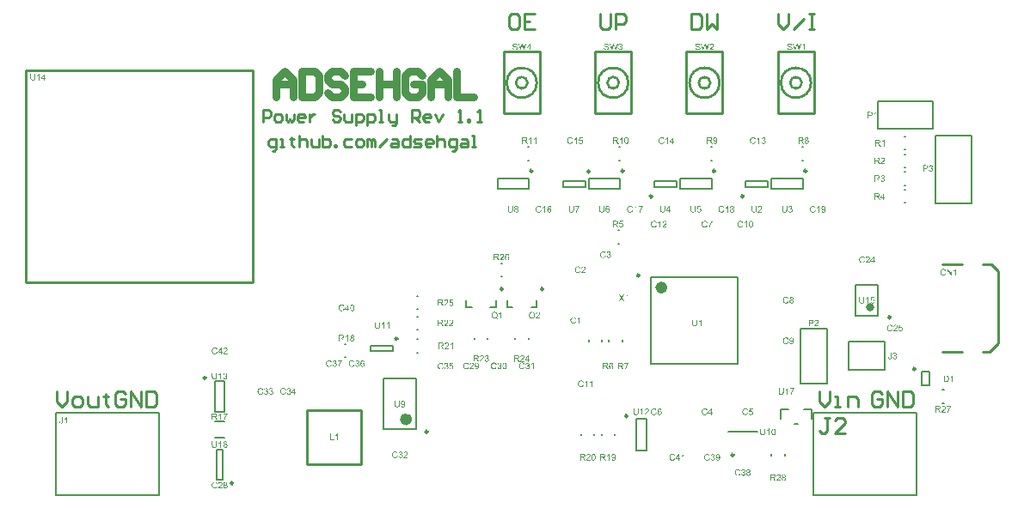
<source format=gbr>
%TF.GenerationSoftware,Altium Limited,Altium Designer,21.0.8 (223)*%
G04 Layer_Color=65535*
%FSLAX45Y45*%
%MOMM*%
%TF.SameCoordinates,ED3C5559-8931-45A1-834E-F7BCE4D23214*%
%TF.FilePolarity,Positive*%
%TF.FileFunction,Legend,Top*%
%TF.Part,Single*%
G01*
G75*
%TA.AperFunction,NonConductor*%
%ADD53C,0.25400*%
%ADD74C,0.20000*%
%ADD92C,0.25000*%
%ADD93C,0.40000*%
%ADD94C,0.60000*%
%ADD95C,0.76200*%
G36*
X7882443Y357591D02*
X7883182Y357498D01*
X7884107Y357406D01*
X7885124Y357221D01*
X7886141Y357036D01*
X7888545Y356389D01*
X7890949Y355464D01*
X7892151Y354910D01*
X7893353Y354262D01*
X7894462Y353430D01*
X7895479Y352506D01*
X7895571Y352413D01*
X7895756Y352321D01*
X7895941Y351951D01*
X7896311Y351581D01*
X7896773Y351119D01*
X7897236Y350472D01*
X7897698Y349825D01*
X7898253Y348992D01*
X7899177Y347236D01*
X7900102Y345017D01*
X7900472Y343907D01*
X7900657Y342613D01*
X7900841Y341319D01*
X7900934Y339932D01*
Y339747D01*
Y339285D01*
X7900841Y338545D01*
X7900749Y337528D01*
X7900564Y336418D01*
X7900194Y335124D01*
X7899824Y333737D01*
X7899270Y332350D01*
X7899177Y332165D01*
X7898992Y331703D01*
X7898623Y330964D01*
X7898068Y329947D01*
X7897328Y328837D01*
X7896404Y327450D01*
X7895294Y326063D01*
X7894000Y324492D01*
X7893815Y324307D01*
X7893353Y323752D01*
X7892890Y323290D01*
X7892428Y322827D01*
X7891873Y322273D01*
X7891134Y321533D01*
X7890394Y320793D01*
X7889469Y319961D01*
X7888545Y319037D01*
X7887435Y318020D01*
X7886233Y317003D01*
X7884939Y315801D01*
X7883460Y314599D01*
X7881980Y313304D01*
X7881888Y313212D01*
X7881703Y313027D01*
X7881333Y312750D01*
X7880871Y312380D01*
X7880316Y311825D01*
X7879669Y311270D01*
X7878190Y310068D01*
X7876618Y308682D01*
X7875139Y307295D01*
X7873844Y306093D01*
X7873290Y305631D01*
X7872827Y305168D01*
X7872735Y305076D01*
X7872457Y304798D01*
X7872088Y304429D01*
X7871625Y303874D01*
X7871163Y303227D01*
X7870608Y302580D01*
X7869499Y301008D01*
X7901026D01*
Y293426D01*
X7858589D01*
Y293519D01*
Y293889D01*
Y294443D01*
X7858682Y295183D01*
X7858774Y296015D01*
X7858959Y296940D01*
X7859144Y297864D01*
X7859514Y298881D01*
Y298974D01*
X7859606Y299066D01*
X7859791Y299621D01*
X7860161Y300453D01*
X7860716Y301563D01*
X7861455Y302857D01*
X7862380Y304336D01*
X7863397Y305815D01*
X7864691Y307387D01*
Y307480D01*
X7864876Y307572D01*
X7865338Y308127D01*
X7866170Y308959D01*
X7867372Y310161D01*
X7868759Y311548D01*
X7870516Y313212D01*
X7872642Y315061D01*
X7874954Y317003D01*
X7875046Y317095D01*
X7875416Y317372D01*
X7875971Y317835D01*
X7876618Y318390D01*
X7877450Y319129D01*
X7878467Y319961D01*
X7879484Y320886D01*
X7880686Y321903D01*
X7882997Y324122D01*
X7885309Y326341D01*
X7886418Y327450D01*
X7887435Y328560D01*
X7888360Y329577D01*
X7889100Y330594D01*
Y330686D01*
X7889284Y330779D01*
X7889469Y331056D01*
X7889654Y331426D01*
X7890301Y332443D01*
X7891041Y333645D01*
X7891688Y335124D01*
X7892335Y336696D01*
X7892705Y338452D01*
X7892890Y340117D01*
Y340209D01*
Y340302D01*
X7892798Y340856D01*
X7892705Y341781D01*
X7892428Y342798D01*
X7892058Y344092D01*
X7891411Y345387D01*
X7890579Y346681D01*
X7889469Y347975D01*
X7889284Y348160D01*
X7888822Y348530D01*
X7888175Y348992D01*
X7887158Y349640D01*
X7885864Y350194D01*
X7884384Y350749D01*
X7882628Y351119D01*
X7880686Y351211D01*
X7880131D01*
X7879761Y351119D01*
X7878652Y351026D01*
X7877358Y350749D01*
X7875971Y350379D01*
X7874399Y349732D01*
X7872920Y348900D01*
X7871533Y347791D01*
X7871348Y347606D01*
X7870978Y347143D01*
X7870423Y346404D01*
X7869869Y345294D01*
X7869221Y344000D01*
X7868667Y342336D01*
X7868297Y340486D01*
X7868112Y338360D01*
X7860068Y339192D01*
Y339285D01*
X7860161Y339562D01*
Y340024D01*
X7860253Y340671D01*
X7860438Y341411D01*
X7860623Y342243D01*
X7860900Y343260D01*
X7861178Y344277D01*
X7861917Y346496D01*
X7863027Y348715D01*
X7863674Y349825D01*
X7864506Y350934D01*
X7865338Y351951D01*
X7866263Y352876D01*
X7866355Y352968D01*
X7866540Y353061D01*
X7866818Y353338D01*
X7867280Y353615D01*
X7867835Y353985D01*
X7868482Y354355D01*
X7869221Y354817D01*
X7870146Y355279D01*
X7871163Y355742D01*
X7872273Y356204D01*
X7873474Y356574D01*
X7874769Y356944D01*
X7876156Y357221D01*
X7877635Y357498D01*
X7879207Y357591D01*
X7880871Y357683D01*
X7881796D01*
X7882443Y357591D01*
D02*
G37*
G36*
X7828911Y357313D02*
X7829743D01*
X7831684Y357221D01*
X7833718Y356944D01*
X7835937Y356666D01*
X7837971Y356204D01*
X7838988Y355927D01*
X7839820Y355649D01*
X7839913D01*
X7840005Y355557D01*
X7840560Y355279D01*
X7841392Y354910D01*
X7842409Y354262D01*
X7843519Y353430D01*
X7844721Y352321D01*
X7845830Y351026D01*
X7846940Y349547D01*
Y349455D01*
X7847032Y349362D01*
X7847402Y348808D01*
X7847772Y347883D01*
X7848326Y346681D01*
X7848789Y345294D01*
X7849251Y343630D01*
X7849528Y341873D01*
X7849621Y339932D01*
Y339839D01*
Y339654D01*
Y339285D01*
X7849528Y338822D01*
Y338175D01*
X7849436Y337528D01*
X7849066Y335956D01*
X7848511Y334107D01*
X7847772Y332165D01*
X7846662Y330224D01*
X7845923Y329299D01*
X7845183Y328375D01*
X7845090Y328282D01*
X7844998Y328190D01*
X7844721Y327912D01*
X7844351Y327635D01*
X7843889Y327265D01*
X7843334Y326895D01*
X7842594Y326433D01*
X7841855Y325878D01*
X7840930Y325416D01*
X7839913Y324954D01*
X7838803Y324399D01*
X7837602Y323937D01*
X7836215Y323567D01*
X7834828Y323105D01*
X7833256Y322827D01*
X7831592Y322550D01*
X7831777Y322458D01*
X7832147Y322273D01*
X7832701Y321903D01*
X7833441Y321533D01*
X7835105Y320516D01*
X7835937Y319869D01*
X7836677Y319314D01*
X7836862Y319129D01*
X7837324Y318667D01*
X7838064Y317927D01*
X7838988Y317003D01*
X7840005Y315708D01*
X7841207Y314321D01*
X7842409Y312657D01*
X7843704Y310808D01*
X7854706Y293426D01*
X7844166D01*
X7835752Y306740D01*
Y306833D01*
X7835568Y307017D01*
X7835383Y307295D01*
X7835105Y307665D01*
X7834458Y308682D01*
X7833626Y309976D01*
X7832609Y311363D01*
X7831592Y312842D01*
X7830575Y314229D01*
X7829650Y315523D01*
X7829558Y315616D01*
X7829281Y315986D01*
X7828818Y316540D01*
X7828171Y317188D01*
X7826784Y318574D01*
X7826045Y319222D01*
X7825305Y319776D01*
X7825212Y319869D01*
X7825028Y319961D01*
X7824658Y320146D01*
X7824103Y320424D01*
X7823548Y320701D01*
X7822901Y320978D01*
X7821422Y321441D01*
X7821329D01*
X7821144Y321533D01*
X7820775D01*
X7820312Y321625D01*
X7819665Y321718D01*
X7818925D01*
X7817908Y321810D01*
X7806999D01*
Y293426D01*
X7798493D01*
Y357406D01*
X7828171D01*
X7828911Y357313D01*
D02*
G37*
G36*
X7931629Y357591D02*
X7932369Y357498D01*
X7933201Y357406D01*
X7934126Y357313D01*
X7935050Y357036D01*
X7937269Y356481D01*
X7939488Y355649D01*
X7940598Y355095D01*
X7941707Y354447D01*
X7942724Y353615D01*
X7943741Y352783D01*
X7943833Y352691D01*
X7943926Y352598D01*
X7944203Y352321D01*
X7944573Y351951D01*
X7944943Y351396D01*
X7945405Y350842D01*
X7946330Y349455D01*
X7947254Y347698D01*
X7948086Y345664D01*
X7948734Y343353D01*
X7948826Y342151D01*
X7948919Y340856D01*
Y340764D01*
Y340671D01*
Y340117D01*
X7948826Y339285D01*
X7948641Y338268D01*
X7948364Y336973D01*
X7947902Y335679D01*
X7947347Y334384D01*
X7946515Y333090D01*
X7946422Y332905D01*
X7946052Y332535D01*
X7945498Y331981D01*
X7944758Y331241D01*
X7943741Y330409D01*
X7942539Y329577D01*
X7941152Y328745D01*
X7939488Y328005D01*
X7939581D01*
X7939765Y327912D01*
X7940043Y327820D01*
X7940413Y327635D01*
X7941522Y327173D01*
X7942816Y326526D01*
X7944203Y325601D01*
X7945683Y324584D01*
X7947069Y323290D01*
X7948364Y321810D01*
Y321718D01*
X7948456Y321625D01*
X7948826Y321071D01*
X7949381Y320146D01*
X7949936Y318944D01*
X7950490Y317465D01*
X7951045Y315708D01*
X7951415Y313767D01*
X7951507Y311640D01*
Y311548D01*
Y311270D01*
Y310808D01*
X7951415Y310253D01*
X7951322Y309606D01*
X7951230Y308774D01*
X7951045Y307850D01*
X7950768Y306833D01*
X7950120Y304706D01*
X7949658Y303504D01*
X7949011Y302395D01*
X7948364Y301193D01*
X7947624Y300083D01*
X7946700Y298974D01*
X7945683Y297864D01*
X7945590Y297772D01*
X7945405Y297587D01*
X7945128Y297310D01*
X7944666Y297032D01*
X7944018Y296570D01*
X7943371Y296108D01*
X7942539Y295645D01*
X7941615Y295091D01*
X7940598Y294536D01*
X7939396Y294074D01*
X7938101Y293611D01*
X7936807Y293149D01*
X7935328Y292872D01*
X7933756Y292594D01*
X7932184Y292409D01*
X7930427Y292317D01*
X7929503D01*
X7928856Y292409D01*
X7928024Y292502D01*
X7927099Y292594D01*
X7926082Y292779D01*
X7924972Y293057D01*
X7922476Y293704D01*
X7921182Y294166D01*
X7919980Y294628D01*
X7918685Y295276D01*
X7917391Y296015D01*
X7916189Y296847D01*
X7915080Y297864D01*
X7914987Y297957D01*
X7914802Y298142D01*
X7914525Y298419D01*
X7914155Y298881D01*
X7913785Y299436D01*
X7913231Y300083D01*
X7912768Y300823D01*
X7912214Y301747D01*
X7911659Y302672D01*
X7911197Y303781D01*
X7910272Y306093D01*
X7909902Y307480D01*
X7909625Y308867D01*
X7909440Y310346D01*
X7909347Y311825D01*
Y311918D01*
Y312102D01*
Y312472D01*
X7909440Y312842D01*
Y313397D01*
X7909532Y314044D01*
X7909717Y315523D01*
X7910087Y317188D01*
X7910642Y318852D01*
X7911474Y320608D01*
X7912491Y322273D01*
Y322365D01*
X7912676Y322458D01*
X7913046Y322920D01*
X7913785Y323659D01*
X7914802Y324584D01*
X7916097Y325509D01*
X7917668Y326526D01*
X7919425Y327358D01*
X7921552Y328005D01*
X7921459D01*
X7921367Y328097D01*
X7921089Y328190D01*
X7920719Y328375D01*
X7919887Y328745D01*
X7918778Y329299D01*
X7917576Y330039D01*
X7916374Y330964D01*
X7915265Y331981D01*
X7914248Y333090D01*
X7914155Y333275D01*
X7913878Y333645D01*
X7913508Y334384D01*
X7913138Y335309D01*
X7912676Y336511D01*
X7912306Y337898D01*
X7912029Y339469D01*
X7911936Y341134D01*
Y341226D01*
Y341411D01*
Y341781D01*
X7912029Y342336D01*
X7912121Y342890D01*
X7912214Y343630D01*
X7912583Y345202D01*
X7913138Y347051D01*
X7914063Y348992D01*
X7914617Y350009D01*
X7915265Y351026D01*
X7916097Y351951D01*
X7916929Y352876D01*
X7917021Y352968D01*
X7917206Y353061D01*
X7917484Y353338D01*
X7917853Y353615D01*
X7918316Y353985D01*
X7918963Y354355D01*
X7919702Y354817D01*
X7920442Y355279D01*
X7921367Y355742D01*
X7922384Y356204D01*
X7923493Y356574D01*
X7924695Y356944D01*
X7927284Y357498D01*
X7928763Y357591D01*
X7930242Y357683D01*
X7931075D01*
X7931629Y357591D01*
D02*
G37*
G36*
X7929376Y1169997D02*
Y1169905D01*
Y1169535D01*
Y1169073D01*
Y1168425D01*
X7929284Y1167593D01*
Y1166669D01*
X7929191Y1165559D01*
X7929099Y1164450D01*
X7928821Y1161953D01*
X7928452Y1159365D01*
X7927897Y1156868D01*
X7927527Y1155666D01*
X7927157Y1154557D01*
Y1154465D01*
X7927065Y1154280D01*
X7926880Y1154002D01*
X7926695Y1153632D01*
X7926140Y1152615D01*
X7925308Y1151321D01*
X7924199Y1149842D01*
X7922904Y1148362D01*
X7921240Y1146791D01*
X7919206Y1145404D01*
X7919113D01*
X7918929Y1145219D01*
X7918651Y1145126D01*
X7918189Y1144849D01*
X7917634Y1144572D01*
X7916895Y1144294D01*
X7916155Y1144017D01*
X7915230Y1143647D01*
X7914213Y1143277D01*
X7913104Y1143000D01*
X7911902Y1142723D01*
X7910515Y1142445D01*
X7909128Y1142260D01*
X7907649Y1142075D01*
X7904320Y1141891D01*
X7903488D01*
X7902841Y1141983D01*
X7902102D01*
X7901177Y1142075D01*
X7900160Y1142168D01*
X7899143Y1142260D01*
X7896832Y1142630D01*
X7894335Y1143185D01*
X7891931Y1143925D01*
X7889620Y1144942D01*
X7889528D01*
X7889343Y1145126D01*
X7889065Y1145311D01*
X7888695Y1145496D01*
X7887678Y1146236D01*
X7886476Y1147253D01*
X7885090Y1148547D01*
X7883795Y1150027D01*
X7882501Y1151876D01*
X7881484Y1153910D01*
Y1154002D01*
X7881391Y1154187D01*
X7881299Y1154557D01*
X7881114Y1155019D01*
X7880929Y1155574D01*
X7880744Y1156314D01*
X7880467Y1157146D01*
X7880282Y1158163D01*
X7880097Y1159272D01*
X7879820Y1160474D01*
X7879635Y1161769D01*
X7879450Y1163155D01*
X7879265Y1164727D01*
X7879172Y1166391D01*
X7879080Y1168148D01*
Y1169997D01*
Y1206980D01*
X7887586D01*
Y1169997D01*
Y1169905D01*
Y1169627D01*
Y1169165D01*
Y1168610D01*
X7887678Y1167963D01*
Y1167131D01*
X7887771Y1165374D01*
X7887956Y1163340D01*
X7888233Y1161306D01*
X7888603Y1159365D01*
X7888788Y1158533D01*
X7889065Y1157701D01*
X7889158Y1157516D01*
X7889343Y1157053D01*
X7889805Y1156406D01*
X7890360Y1155482D01*
X7891007Y1154557D01*
X7891931Y1153540D01*
X7893041Y1152523D01*
X7894335Y1151691D01*
X7894520Y1151598D01*
X7894982Y1151321D01*
X7895815Y1151044D01*
X7896924Y1150674D01*
X7898218Y1150212D01*
X7899883Y1149934D01*
X7901639Y1149657D01*
X7903581Y1149564D01*
X7904505D01*
X7905060Y1149657D01*
X7905892D01*
X7906724Y1149749D01*
X7908758Y1150119D01*
X7910977Y1150581D01*
X7913104Y1151321D01*
X7915138Y1152338D01*
X7916062Y1152985D01*
X7916895Y1153725D01*
X7916987Y1153817D01*
X7917079Y1153910D01*
X7917264Y1154187D01*
X7917542Y1154557D01*
X7917819Y1155112D01*
X7918189Y1155666D01*
X7918559Y1156499D01*
X7918929Y1157331D01*
X7919298Y1158348D01*
X7919576Y1159550D01*
X7919946Y1160936D01*
X7920223Y1162416D01*
X7920500Y1164080D01*
X7920685Y1165837D01*
X7920870Y1167871D01*
Y1169997D01*
Y1206980D01*
X7929376D01*
Y1169997D01*
D02*
G37*
G36*
X8032002Y1199953D02*
X8031910Y1199860D01*
X8031725Y1199676D01*
X8031355Y1199306D01*
X8030985Y1198751D01*
X8030430Y1198104D01*
X8029691Y1197364D01*
X8028951Y1196440D01*
X8028119Y1195330D01*
X8027287Y1194221D01*
X8026270Y1192926D01*
X8025253Y1191447D01*
X8024236Y1189968D01*
X8023126Y1188303D01*
X8022017Y1186547D01*
X8020908Y1184605D01*
X8019798Y1182664D01*
X8019706Y1182571D01*
X8019521Y1182201D01*
X8019243Y1181647D01*
X8018781Y1180815D01*
X8018319Y1179797D01*
X8017764Y1178688D01*
X8017117Y1177394D01*
X8016470Y1175914D01*
X8015730Y1174250D01*
X8014898Y1172586D01*
X8014158Y1170737D01*
X8013419Y1168795D01*
X8011939Y1164820D01*
X8010552Y1160567D01*
Y1160474D01*
X8010460Y1160197D01*
X8010368Y1159735D01*
X8010183Y1159180D01*
X8009998Y1158440D01*
X8009813Y1157516D01*
X8009535Y1156499D01*
X8009351Y1155389D01*
X8009073Y1154095D01*
X8008796Y1152708D01*
X8008333Y1149749D01*
X8007871Y1146513D01*
X8007594Y1143000D01*
X7999550D01*
Y1143092D01*
Y1143370D01*
Y1143740D01*
X7999643Y1144294D01*
Y1145034D01*
X7999735Y1145959D01*
X7999828Y1146976D01*
X7999920Y1148085D01*
X8000105Y1149379D01*
X8000290Y1150674D01*
X8000567Y1152246D01*
X8000845Y1153817D01*
X8001122Y1155482D01*
X8001492Y1157331D01*
X8002416Y1161121D01*
Y1161214D01*
X8002509Y1161584D01*
X8002694Y1162138D01*
X8002971Y1162970D01*
X8003248Y1163895D01*
X8003618Y1165005D01*
X8003988Y1166299D01*
X8004543Y1167686D01*
X8005098Y1169258D01*
X8005652Y1170829D01*
X8007039Y1174343D01*
X8008703Y1178041D01*
X8010552Y1181739D01*
X8010645Y1181832D01*
X8010830Y1182201D01*
X8011107Y1182664D01*
X8011477Y1183403D01*
X8011939Y1184235D01*
X8012586Y1185252D01*
X8013234Y1186362D01*
X8013973Y1187564D01*
X8015730Y1190245D01*
X8017579Y1193019D01*
X8019706Y1195885D01*
X8021925Y1198566D01*
X7990582D01*
Y1206147D01*
X8032002D01*
Y1199953D01*
D02*
G37*
G36*
X7969872Y1143000D02*
X7962013D01*
Y1193019D01*
X7961921Y1192926D01*
X7961458Y1192556D01*
X7960904Y1192002D01*
X7959979Y1191354D01*
X7958962Y1190522D01*
X7957668Y1189598D01*
X7956188Y1188581D01*
X7954524Y1187564D01*
X7954432D01*
X7954339Y1187471D01*
X7953784Y1187102D01*
X7952860Y1186639D01*
X7951750Y1186084D01*
X7950456Y1185437D01*
X7949069Y1184790D01*
X7947682Y1184143D01*
X7946296Y1183588D01*
Y1191170D01*
X7946388D01*
X7946573Y1191354D01*
X7946943Y1191447D01*
X7947405Y1191724D01*
X7947960Y1192002D01*
X7948607Y1192372D01*
X7950179Y1193296D01*
X7952028Y1194313D01*
X7953877Y1195607D01*
X7955818Y1197087D01*
X7957760Y1198659D01*
X7957853Y1198751D01*
X7957945Y1198843D01*
X7958222Y1199121D01*
X7958592Y1199398D01*
X7959424Y1200323D01*
X7960534Y1201432D01*
X7961643Y1202727D01*
X7962845Y1204206D01*
X7963862Y1205685D01*
X7964787Y1207257D01*
X7969872D01*
Y1143000D01*
D02*
G37*
G36*
X9576461Y1024824D02*
X9576369Y1024732D01*
X9576184Y1024547D01*
X9575814Y1024177D01*
X9575444Y1023623D01*
X9574889Y1022975D01*
X9574150Y1022236D01*
X9573410Y1021311D01*
X9572578Y1020202D01*
X9571746Y1019092D01*
X9570729Y1017798D01*
X9569712Y1016319D01*
X9568695Y1014839D01*
X9567585Y1013175D01*
X9566476Y1011418D01*
X9565366Y1009477D01*
X9564257Y1007535D01*
X9564165Y1007443D01*
X9563980Y1007073D01*
X9563702Y1006518D01*
X9563240Y1005686D01*
X9562778Y1004669D01*
X9562223Y1003560D01*
X9561576Y1002265D01*
X9560929Y1000786D01*
X9560189Y999122D01*
X9559357Y997457D01*
X9558617Y995608D01*
X9557878Y993667D01*
X9556398Y989691D01*
X9555011Y985438D01*
Y985346D01*
X9554919Y985068D01*
X9554826Y984606D01*
X9554642Y984051D01*
X9554457Y983312D01*
X9554272Y982387D01*
X9553994Y981370D01*
X9553809Y980261D01*
X9553532Y978966D01*
X9553255Y977579D01*
X9552792Y974621D01*
X9552330Y971385D01*
X9552053Y967872D01*
X9544009D01*
Y967964D01*
Y968241D01*
Y968611D01*
X9544102Y969166D01*
Y969906D01*
X9544194Y970830D01*
X9544286Y971847D01*
X9544379Y972957D01*
X9544564Y974251D01*
X9544749Y975545D01*
X9545026Y977117D01*
X9545303Y978689D01*
X9545581Y980353D01*
X9545951Y982202D01*
X9546875Y985993D01*
Y986085D01*
X9546968Y986455D01*
X9547153Y987010D01*
X9547430Y987842D01*
X9547707Y988767D01*
X9548077Y989876D01*
X9548447Y991170D01*
X9549002Y992557D01*
X9549556Y994129D01*
X9550111Y995701D01*
X9551498Y999214D01*
X9553162Y1002912D01*
X9555011Y1006611D01*
X9555104Y1006703D01*
X9555289Y1007073D01*
X9555566Y1007535D01*
X9555936Y1008275D01*
X9556398Y1009107D01*
X9557045Y1010124D01*
X9557693Y1011233D01*
X9558432Y1012435D01*
X9560189Y1015117D01*
X9562038Y1017890D01*
X9564165Y1020756D01*
X9566383Y1023438D01*
X9535041D01*
Y1031019D01*
X9576461D01*
Y1024824D01*
D02*
G37*
G36*
X9507489Y1032036D02*
X9508229Y1031944D01*
X9509153Y1031851D01*
X9510170Y1031666D01*
X9511187Y1031481D01*
X9513591Y1030834D01*
X9515995Y1029910D01*
X9517197Y1029355D01*
X9518399Y1028708D01*
X9519508Y1027876D01*
X9520525Y1026951D01*
X9520618Y1026858D01*
X9520803Y1026766D01*
X9520988Y1026396D01*
X9521357Y1026026D01*
X9521820Y1025564D01*
X9522282Y1024917D01*
X9522744Y1024270D01*
X9523299Y1023438D01*
X9524224Y1021681D01*
X9525148Y1019462D01*
X9525518Y1018353D01*
X9525703Y1017058D01*
X9525888Y1015764D01*
X9525980Y1014377D01*
Y1014192D01*
Y1013730D01*
X9525888Y1012990D01*
X9525795Y1011973D01*
X9525610Y1010864D01*
X9525241Y1009569D01*
X9524871Y1008182D01*
X9524316Y1006796D01*
X9524224Y1006611D01*
X9524039Y1006148D01*
X9523669Y1005409D01*
X9523114Y1004392D01*
X9522374Y1003282D01*
X9521450Y1001895D01*
X9520340Y1000509D01*
X9519046Y998937D01*
X9518861Y998752D01*
X9518399Y998197D01*
X9517937Y997735D01*
X9517474Y997273D01*
X9516919Y996718D01*
X9516180Y995978D01*
X9515440Y995239D01*
X9514516Y994406D01*
X9513591Y993482D01*
X9512482Y992465D01*
X9511280Y991448D01*
X9509985Y990246D01*
X9508506Y989044D01*
X9507027Y987750D01*
X9506934Y987657D01*
X9506749Y987472D01*
X9506380Y987195D01*
X9505917Y986825D01*
X9505362Y986270D01*
X9504715Y985716D01*
X9503236Y984514D01*
X9501664Y983127D01*
X9500185Y981740D01*
X9498891Y980538D01*
X9498336Y980076D01*
X9497874Y979613D01*
X9497781Y979521D01*
X9497504Y979244D01*
X9497134Y978874D01*
X9496672Y978319D01*
X9496209Y977672D01*
X9495655Y977025D01*
X9494545Y975453D01*
X9526073D01*
Y967872D01*
X9483635D01*
Y967964D01*
Y968334D01*
Y968889D01*
X9483728Y969628D01*
X9483820Y970460D01*
X9484005Y971385D01*
X9484190Y972309D01*
X9484560Y973326D01*
Y973419D01*
X9484652Y973511D01*
X9484837Y974066D01*
X9485207Y974898D01*
X9485762Y976008D01*
X9486501Y977302D01*
X9487426Y978781D01*
X9488443Y980261D01*
X9489737Y981832D01*
Y981925D01*
X9489922Y982017D01*
X9490385Y982572D01*
X9491217Y983404D01*
X9492419Y984606D01*
X9493805Y985993D01*
X9495562Y987657D01*
X9497689Y989506D01*
X9500000Y991448D01*
X9500093Y991540D01*
X9500462Y991818D01*
X9501017Y992280D01*
X9501664Y992835D01*
X9502496Y993574D01*
X9503513Y994406D01*
X9504530Y995331D01*
X9505732Y996348D01*
X9508044Y998567D01*
X9510355Y1000786D01*
X9511465Y1001895D01*
X9512482Y1003005D01*
X9513406Y1004022D01*
X9514146Y1005039D01*
Y1005131D01*
X9514331Y1005224D01*
X9514516Y1005501D01*
X9514701Y1005871D01*
X9515348Y1006888D01*
X9516087Y1008090D01*
X9516735Y1009569D01*
X9517382Y1011141D01*
X9517752Y1012898D01*
X9517937Y1014562D01*
Y1014654D01*
Y1014747D01*
X9517844Y1015301D01*
X9517752Y1016226D01*
X9517474Y1017243D01*
X9517104Y1018537D01*
X9516457Y1019832D01*
X9515625Y1021126D01*
X9514516Y1022421D01*
X9514331Y1022606D01*
X9513868Y1022975D01*
X9513221Y1023438D01*
X9512204Y1024085D01*
X9510910Y1024640D01*
X9509431Y1025194D01*
X9507674Y1025564D01*
X9505732Y1025657D01*
X9505178D01*
X9504808Y1025564D01*
X9503698Y1025472D01*
X9502404Y1025194D01*
X9501017Y1024824D01*
X9499445Y1024177D01*
X9497966Y1023345D01*
X9496579Y1022236D01*
X9496394Y1022051D01*
X9496024Y1021589D01*
X9495470Y1020849D01*
X9494915Y1019739D01*
X9494268Y1018445D01*
X9493713Y1016781D01*
X9493343Y1014932D01*
X9493158Y1012805D01*
X9485115Y1013637D01*
Y1013730D01*
X9485207Y1014007D01*
Y1014469D01*
X9485300Y1015117D01*
X9485484Y1015856D01*
X9485669Y1016688D01*
X9485947Y1017705D01*
X9486224Y1018722D01*
X9486964Y1020941D01*
X9488073Y1023160D01*
X9488720Y1024270D01*
X9489553Y1025379D01*
X9490385Y1026396D01*
X9491309Y1027321D01*
X9491402Y1027413D01*
X9491587Y1027506D01*
X9491864Y1027783D01*
X9492326Y1028060D01*
X9492881Y1028430D01*
X9493528Y1028800D01*
X9494268Y1029262D01*
X9495192Y1029725D01*
X9496209Y1030187D01*
X9497319Y1030649D01*
X9498521Y1031019D01*
X9499815Y1031389D01*
X9501202Y1031666D01*
X9502681Y1031944D01*
X9504253Y1032036D01*
X9505917Y1032128D01*
X9506842D01*
X9507489Y1032036D01*
D02*
G37*
G36*
X9453957Y1031759D02*
X9454789D01*
X9456731Y1031666D01*
X9458765Y1031389D01*
X9460984Y1031111D01*
X9463018Y1030649D01*
X9464035Y1030372D01*
X9464867Y1030094D01*
X9464959D01*
X9465052Y1030002D01*
X9465606Y1029725D01*
X9466439Y1029355D01*
X9467456Y1028708D01*
X9468565Y1027876D01*
X9469767Y1026766D01*
X9470876Y1025472D01*
X9471986Y1023992D01*
Y1023900D01*
X9472078Y1023807D01*
X9472448Y1023253D01*
X9472818Y1022328D01*
X9473373Y1021126D01*
X9473835Y1019739D01*
X9474297Y1018075D01*
X9474575Y1016319D01*
X9474667Y1014377D01*
Y1014284D01*
Y1014100D01*
Y1013730D01*
X9474575Y1013267D01*
Y1012620D01*
X9474482Y1011973D01*
X9474112Y1010401D01*
X9473558Y1008552D01*
X9472818Y1006611D01*
X9471709Y1004669D01*
X9470969Y1003744D01*
X9470229Y1002820D01*
X9470137Y1002727D01*
X9470044Y1002635D01*
X9469767Y1002358D01*
X9469397Y1002080D01*
X9468935Y1001710D01*
X9468380Y1001341D01*
X9467640Y1000878D01*
X9466901Y1000324D01*
X9465976Y999861D01*
X9464959Y999399D01*
X9463850Y998844D01*
X9462648Y998382D01*
X9461261Y998012D01*
X9459874Y997550D01*
X9458302Y997273D01*
X9456638Y996995D01*
X9456823Y996903D01*
X9457193Y996718D01*
X9457748Y996348D01*
X9458487Y995978D01*
X9460152Y994961D01*
X9460984Y994314D01*
X9461723Y993759D01*
X9461908Y993574D01*
X9462370Y993112D01*
X9463110Y992372D01*
X9464035Y991448D01*
X9465052Y990153D01*
X9466254Y988767D01*
X9467456Y987102D01*
X9468750Y985253D01*
X9479752Y967872D01*
X9469212D01*
X9460799Y981185D01*
Y981278D01*
X9460614Y981463D01*
X9460429Y981740D01*
X9460152Y982110D01*
X9459504Y983127D01*
X9458672Y984421D01*
X9457655Y985808D01*
X9456638Y987287D01*
X9455621Y988674D01*
X9454697Y989969D01*
X9454604Y990061D01*
X9454327Y990431D01*
X9453865Y990986D01*
X9453217Y991633D01*
X9451830Y993020D01*
X9451091Y993667D01*
X9450351Y994222D01*
X9450259Y994314D01*
X9450074Y994406D01*
X9449704Y994591D01*
X9449149Y994869D01*
X9448595Y995146D01*
X9447947Y995423D01*
X9446468Y995886D01*
X9446376D01*
X9446191Y995978D01*
X9445821D01*
X9445359Y996071D01*
X9444711Y996163D01*
X9443972D01*
X9442955Y996256D01*
X9432045D01*
Y967872D01*
X9423539D01*
Y1031851D01*
X9453217D01*
X9453957Y1031759D01*
D02*
G37*
G36*
X9595442Y1267871D02*
X9587583D01*
Y1317890D01*
X9587491Y1317798D01*
X9587029Y1317428D01*
X9586474Y1316873D01*
X9585549Y1316226D01*
X9584532Y1315394D01*
X9583238Y1314469D01*
X9581759Y1313452D01*
X9580094Y1312435D01*
X9580002D01*
X9579909Y1312343D01*
X9579355Y1311973D01*
X9578430Y1311511D01*
X9577321Y1310956D01*
X9576026Y1310309D01*
X9574639Y1309662D01*
X9573253Y1309014D01*
X9571866Y1308460D01*
Y1316041D01*
X9571958D01*
X9572143Y1316226D01*
X9572513Y1316318D01*
X9572975Y1316596D01*
X9573530Y1316873D01*
X9574177Y1317243D01*
X9575749Y1318168D01*
X9577598Y1319185D01*
X9579447Y1320479D01*
X9581389Y1321958D01*
X9583330Y1323530D01*
X9583423Y1323622D01*
X9583515Y1323715D01*
X9583793Y1323992D01*
X9584162Y1324270D01*
X9584995Y1325194D01*
X9586104Y1326304D01*
X9587213Y1327598D01*
X9588415Y1329077D01*
X9589432Y1330557D01*
X9590357Y1332128D01*
X9595442D01*
Y1267871D01*
D02*
G37*
G36*
X9530815Y1331759D02*
X9532664Y1331666D01*
X9534514Y1331481D01*
X9536363Y1331204D01*
X9537934Y1330926D01*
X9538027D01*
X9538212Y1330834D01*
X9538489D01*
X9538859Y1330649D01*
X9539876Y1330372D01*
X9541170Y1329909D01*
X9542650Y1329262D01*
X9544221Y1328430D01*
X9545793Y1327506D01*
X9547272Y1326304D01*
X9547365Y1326211D01*
X9547457Y1326119D01*
X9547735Y1325841D01*
X9548105Y1325564D01*
X9549029Y1324639D01*
X9550139Y1323345D01*
X9551341Y1321773D01*
X9552635Y1319924D01*
X9553837Y1317798D01*
X9554854Y1315394D01*
Y1315301D01*
X9554946Y1315116D01*
X9555131Y1314747D01*
X9555224Y1314192D01*
X9555501Y1313545D01*
X9555686Y1312805D01*
X9555871Y1311973D01*
X9556148Y1310956D01*
X9556426Y1309939D01*
X9556611Y1308737D01*
X9557073Y1306148D01*
X9557350Y1303282D01*
X9557443Y1300139D01*
Y1300046D01*
Y1299861D01*
Y1299399D01*
Y1298937D01*
X9557350Y1298290D01*
Y1297550D01*
X9557258Y1295793D01*
X9556980Y1293759D01*
X9556703Y1291633D01*
X9556241Y1289414D01*
X9555686Y1287195D01*
Y1287102D01*
X9555594Y1286917D01*
X9555501Y1286640D01*
X9555409Y1286270D01*
X9555039Y1285253D01*
X9554484Y1283959D01*
X9553929Y1282480D01*
X9553190Y1281000D01*
X9552265Y1279428D01*
X9551341Y1277949D01*
X9551248Y1277764D01*
X9550878Y1277302D01*
X9550324Y1276655D01*
X9549584Y1275823D01*
X9548752Y1274898D01*
X9547735Y1273974D01*
X9546718Y1272957D01*
X9545516Y1272124D01*
X9545331Y1272032D01*
X9544961Y1271755D01*
X9544314Y1271385D01*
X9543389Y1270923D01*
X9542280Y1270368D01*
X9540985Y1269906D01*
X9539506Y1269351D01*
X9537842Y1268888D01*
X9537657D01*
X9537380Y1268796D01*
X9537102Y1268704D01*
X9536178Y1268611D01*
X9534883Y1268426D01*
X9533404Y1268241D01*
X9531647Y1268056D01*
X9529706Y1267964D01*
X9527579Y1267871D01*
X9504558D01*
Y1331851D01*
X9529151D01*
X9530815Y1331759D01*
D02*
G37*
G36*
X560714Y4270243D02*
Y4270151D01*
Y4269781D01*
Y4269319D01*
Y4268672D01*
X560621Y4267840D01*
Y4266915D01*
X560529Y4265806D01*
X560436Y4264696D01*
X560159Y4262200D01*
X559789Y4259611D01*
X559234Y4257115D01*
X558865Y4255913D01*
X558495Y4254803D01*
Y4254711D01*
X558402Y4254526D01*
X558217Y4254249D01*
X558032Y4253879D01*
X557478Y4252862D01*
X556646Y4251567D01*
X555536Y4250088D01*
X554242Y4248609D01*
X552578Y4247037D01*
X550543Y4245650D01*
X550451D01*
X550266Y4245465D01*
X549989Y4245373D01*
X549526Y4245095D01*
X548972Y4244818D01*
X548232Y4244541D01*
X547492Y4244263D01*
X546568Y4243893D01*
X545551Y4243524D01*
X544441Y4243246D01*
X543239Y4242969D01*
X541853Y4242692D01*
X540466Y4242507D01*
X538986Y4242322D01*
X535658Y4242137D01*
X534826D01*
X534179Y4242229D01*
X533439D01*
X532515Y4242322D01*
X531498Y4242414D01*
X530481Y4242507D01*
X528169Y4242876D01*
X525673Y4243431D01*
X523269Y4244171D01*
X520958Y4245188D01*
X520865D01*
X520680Y4245373D01*
X520403Y4245558D01*
X520033Y4245743D01*
X519016Y4246482D01*
X517814Y4247499D01*
X516427Y4248794D01*
X515133Y4250273D01*
X513838Y4252122D01*
X512821Y4254156D01*
Y4254249D01*
X512729Y4254433D01*
X512637Y4254803D01*
X512452Y4255266D01*
X512267Y4255820D01*
X512082Y4256560D01*
X511804Y4257392D01*
X511619Y4258409D01*
X511435Y4259519D01*
X511157Y4260720D01*
X510972Y4262015D01*
X510787Y4263402D01*
X510602Y4264973D01*
X510510Y4266638D01*
X510418Y4268394D01*
Y4270243D01*
Y4307226D01*
X518924D01*
Y4270243D01*
Y4270151D01*
Y4269874D01*
Y4269411D01*
Y4268857D01*
X519016Y4268209D01*
Y4267377D01*
X519108Y4265621D01*
X519293Y4263587D01*
X519571Y4261553D01*
X519941Y4259611D01*
X520125Y4258779D01*
X520403Y4257947D01*
X520495Y4257762D01*
X520680Y4257300D01*
X521142Y4256652D01*
X521697Y4255728D01*
X522344Y4254803D01*
X523269Y4253786D01*
X524378Y4252769D01*
X525673Y4251937D01*
X525858Y4251845D01*
X526320Y4251567D01*
X527152Y4251290D01*
X528262Y4250920D01*
X529556Y4250458D01*
X531220Y4250180D01*
X532977Y4249903D01*
X534918Y4249811D01*
X535843D01*
X536398Y4249903D01*
X537230D01*
X538062Y4249996D01*
X540096Y4250365D01*
X542315Y4250828D01*
X544441Y4251567D01*
X546475Y4252584D01*
X547400Y4253232D01*
X548232Y4253971D01*
X548325Y4254064D01*
X548417Y4254156D01*
X548602Y4254433D01*
X548879Y4254803D01*
X549157Y4255358D01*
X549526Y4255913D01*
X549896Y4256745D01*
X550266Y4257577D01*
X550636Y4258594D01*
X550913Y4259796D01*
X551283Y4261183D01*
X551560Y4262662D01*
X551838Y4264326D01*
X552023Y4266083D01*
X552208Y4268117D01*
Y4270243D01*
Y4307226D01*
X560714D01*
Y4270243D01*
D02*
G37*
G36*
X654372Y4265806D02*
X663062D01*
Y4258594D01*
X654372D01*
Y4243246D01*
X646513D01*
Y4258594D01*
X618684D01*
Y4265806D01*
X647992Y4307226D01*
X654372D01*
Y4265806D01*
D02*
G37*
G36*
X601209Y4243246D02*
X593351D01*
Y4293265D01*
X593258Y4293173D01*
X592796Y4292803D01*
X592241Y4292248D01*
X591317Y4291601D01*
X590300Y4290769D01*
X589005Y4289844D01*
X587526Y4288827D01*
X585862Y4287810D01*
X585769D01*
X585677Y4287718D01*
X585122Y4287348D01*
X584197Y4286886D01*
X583088Y4286331D01*
X581794Y4285684D01*
X580407Y4285036D01*
X579020Y4284389D01*
X577633Y4283834D01*
Y4291416D01*
X577726D01*
X577910Y4291601D01*
X578280Y4291693D01*
X578743Y4291971D01*
X579297Y4292248D01*
X579944Y4292618D01*
X581516Y4293542D01*
X583365Y4294559D01*
X585214Y4295854D01*
X587156Y4297333D01*
X589098Y4298905D01*
X589190Y4298997D01*
X589283Y4299090D01*
X589560Y4299367D01*
X589930Y4299644D01*
X590762Y4300569D01*
X591871Y4301678D01*
X592981Y4302973D01*
X594183Y4304452D01*
X595200Y4305931D01*
X596124Y4307503D01*
X601209D01*
Y4243246D01*
D02*
G37*
G36*
X9023946Y1557591D02*
X9025148Y1557406D01*
X9026627Y1557128D01*
X9028292Y1556666D01*
X9029956Y1556111D01*
X9031620Y1555372D01*
X9031712D01*
X9031805Y1555279D01*
X9032360Y1555002D01*
X9033192Y1554447D01*
X9034116Y1553800D01*
X9035226Y1552875D01*
X9036335Y1551858D01*
X9037445Y1550657D01*
X9038369Y1549270D01*
X9038462Y1549085D01*
X9038739Y1548623D01*
X9039109Y1547790D01*
X9039571Y1546773D01*
X9040033Y1545571D01*
X9040403Y1544185D01*
X9040681Y1542613D01*
X9040773Y1541041D01*
Y1540856D01*
Y1540301D01*
X9040681Y1539562D01*
X9040496Y1538545D01*
X9040218Y1537343D01*
X9039756Y1536048D01*
X9039201Y1534754D01*
X9038462Y1533460D01*
X9038369Y1533275D01*
X9038092Y1532905D01*
X9037537Y1532258D01*
X9036798Y1531518D01*
X9035873Y1530686D01*
X9034763Y1529761D01*
X9033469Y1528929D01*
X9031897Y1528097D01*
X9031990D01*
X9032175Y1528005D01*
X9032452Y1527912D01*
X9032822Y1527820D01*
X9033839Y1527450D01*
X9035133Y1526895D01*
X9036613Y1526156D01*
X9038092Y1525231D01*
X9039479Y1524029D01*
X9040773Y1522642D01*
X9040866Y1522457D01*
X9041235Y1521903D01*
X9041790Y1520978D01*
X9042345Y1519776D01*
X9042900Y1518297D01*
X9043454Y1516540D01*
X9043824Y1514506D01*
X9043917Y1512287D01*
Y1512195D01*
Y1511917D01*
Y1511455D01*
X9043824Y1510900D01*
X9043732Y1510161D01*
X9043547Y1509329D01*
X9043362Y1508404D01*
X9043177Y1507387D01*
X9042437Y1505168D01*
X9041883Y1503966D01*
X9041328Y1502857D01*
X9040588Y1501655D01*
X9039756Y1500453D01*
X9038832Y1499251D01*
X9037722Y1498142D01*
X9037630Y1498049D01*
X9037445Y1497864D01*
X9037075Y1497587D01*
X9036613Y1497217D01*
X9036058Y1496755D01*
X9035318Y1496292D01*
X9034486Y1495738D01*
X9033469Y1495275D01*
X9032452Y1494721D01*
X9031250Y1494166D01*
X9030048Y1493704D01*
X9028661Y1493241D01*
X9027182Y1492872D01*
X9025610Y1492594D01*
X9024039Y1492409D01*
X9022282Y1492317D01*
X9021450D01*
X9020895Y1492409D01*
X9020155Y1492502D01*
X9019323Y1492594D01*
X9018399Y1492779D01*
X9017382Y1492964D01*
X9015163Y1493519D01*
X9012851Y1494443D01*
X9011649Y1494998D01*
X9010540Y1495645D01*
X9009431Y1496477D01*
X9008321Y1497309D01*
X9008229Y1497402D01*
X9008044Y1497587D01*
X9007766Y1497864D01*
X9007489Y1498234D01*
X9007027Y1498696D01*
X9006564Y1499343D01*
X9006010Y1499991D01*
X9005455Y1500823D01*
X9004900Y1501747D01*
X9004345Y1502672D01*
X9003328Y1504891D01*
X9002496Y1507480D01*
X9002219Y1508866D01*
X9002034Y1510346D01*
X9009893Y1511363D01*
Y1511270D01*
X9009985Y1511085D01*
X9010078Y1510716D01*
X9010170Y1510253D01*
X9010263Y1509699D01*
X9010448Y1509051D01*
X9010910Y1507664D01*
X9011557Y1506000D01*
X9012389Y1504429D01*
X9013314Y1502949D01*
X9014423Y1501655D01*
X9014608Y1501562D01*
X9014978Y1501193D01*
X9015718Y1500730D01*
X9016642Y1500268D01*
X9017752Y1499713D01*
X9019138Y1499251D01*
X9020710Y1498881D01*
X9022374Y1498789D01*
X9022929D01*
X9023299Y1498881D01*
X9024316Y1498974D01*
X9025610Y1499251D01*
X9027090Y1499713D01*
X9028661Y1500360D01*
X9030233Y1501285D01*
X9031712Y1502579D01*
X9031897Y1502764D01*
X9032360Y1503319D01*
X9032914Y1504151D01*
X9033654Y1505261D01*
X9034394Y1506647D01*
X9034948Y1508219D01*
X9035411Y1510068D01*
X9035596Y1512102D01*
Y1512195D01*
Y1512380D01*
Y1512657D01*
X9035503Y1513027D01*
X9035411Y1514044D01*
X9035133Y1515246D01*
X9034763Y1516725D01*
X9034116Y1518204D01*
X9033192Y1519684D01*
X9031990Y1521071D01*
X9031805Y1521256D01*
X9031343Y1521625D01*
X9030603Y1522180D01*
X9029586Y1522827D01*
X9028292Y1523474D01*
X9026720Y1524029D01*
X9024963Y1524399D01*
X9023022Y1524584D01*
X9022189D01*
X9021542Y1524491D01*
X9020710Y1524399D01*
X9019786Y1524214D01*
X9018676Y1524029D01*
X9017474Y1523752D01*
X9018399Y1530686D01*
X9018861D01*
X9019231Y1530594D01*
X9020433D01*
X9021450Y1530778D01*
X9022652Y1530963D01*
X9024039Y1531241D01*
X9025610Y1531703D01*
X9027090Y1532350D01*
X9028661Y1533182D01*
X9028754D01*
X9028846Y1533275D01*
X9029309Y1533645D01*
X9029956Y1534292D01*
X9030695Y1535124D01*
X9031435Y1536326D01*
X9032082Y1537713D01*
X9032545Y1539284D01*
X9032729Y1540209D01*
Y1541226D01*
Y1541318D01*
Y1541411D01*
Y1541966D01*
X9032545Y1542705D01*
X9032360Y1543722D01*
X9031990Y1544832D01*
X9031528Y1546034D01*
X9030788Y1547236D01*
X9029771Y1548345D01*
X9029678Y1548438D01*
X9029216Y1548807D01*
X9028569Y1549270D01*
X9027737Y1549824D01*
X9026627Y1550287D01*
X9025333Y1550749D01*
X9023854Y1551119D01*
X9022189Y1551211D01*
X9021450D01*
X9020618Y1551026D01*
X9019508Y1550841D01*
X9018306Y1550472D01*
X9017104Y1550009D01*
X9015810Y1549270D01*
X9014608Y1548345D01*
X9014516Y1548253D01*
X9014146Y1547790D01*
X9013591Y1547143D01*
X9012944Y1546219D01*
X9012297Y1545017D01*
X9011649Y1543537D01*
X9011095Y1541781D01*
X9010725Y1539747D01*
X9002866Y1541134D01*
Y1541226D01*
X9002959Y1541503D01*
X9003051Y1541873D01*
X9003144Y1542428D01*
X9003328Y1543075D01*
X9003606Y1543815D01*
X9004161Y1545571D01*
X9005085Y1547605D01*
X9006195Y1549640D01*
X9007581Y1551581D01*
X9009338Y1553338D01*
X9009431Y1553430D01*
X9009615Y1553523D01*
X9009893Y1553708D01*
X9010263Y1553985D01*
X9010725Y1554355D01*
X9011372Y1554725D01*
X9012019Y1555094D01*
X9012851Y1555557D01*
X9014701Y1556296D01*
X9016827Y1557036D01*
X9019323Y1557498D01*
X9020618Y1557683D01*
X9022929D01*
X9023946Y1557591D01*
D02*
G37*
G36*
X8991309Y1513767D02*
Y1513674D01*
Y1513397D01*
Y1513027D01*
Y1512472D01*
X8991217Y1511733D01*
Y1510993D01*
X8991032Y1509236D01*
X8990847Y1507202D01*
X8990477Y1505076D01*
X8989922Y1503134D01*
X8989275Y1501285D01*
Y1501193D01*
X8989183Y1501100D01*
X8988905Y1500545D01*
X8988443Y1499806D01*
X8987796Y1498789D01*
X8986871Y1497772D01*
X8985854Y1496662D01*
X8984560Y1495553D01*
X8983081Y1494628D01*
X8982896Y1494536D01*
X8982341Y1494258D01*
X8981509Y1493889D01*
X8980307Y1493519D01*
X8978828Y1493056D01*
X8977163Y1492687D01*
X8975314Y1492409D01*
X8973280Y1492317D01*
X8972448D01*
X8971893Y1492409D01*
X8971154Y1492502D01*
X8970414Y1492594D01*
X8968473Y1492964D01*
X8966439Y1493519D01*
X8964312Y1494351D01*
X8963203Y1494906D01*
X8962186Y1495553D01*
X8961261Y1496292D01*
X8960336Y1497125D01*
X8960244Y1497217D01*
X8960151Y1497309D01*
X8959967Y1497679D01*
X8959689Y1498049D01*
X8959319Y1498511D01*
X8958950Y1499159D01*
X8958580Y1499898D01*
X8958117Y1500730D01*
X8957748Y1501655D01*
X8957378Y1502764D01*
X8957008Y1503874D01*
X8956638Y1505168D01*
X8956453Y1506555D01*
X8956176Y1508127D01*
X8956083Y1509699D01*
Y1511455D01*
X8963757Y1512565D01*
Y1512472D01*
Y1512287D01*
Y1511917D01*
X8963850Y1511363D01*
X8963942Y1510808D01*
Y1510161D01*
X8964220Y1508589D01*
X8964497Y1506925D01*
X8965052Y1505261D01*
X8965606Y1503781D01*
X8965976Y1503134D01*
X8966439Y1502579D01*
X8966531Y1502487D01*
X8966901Y1502210D01*
X8967456Y1501747D01*
X8968195Y1501285D01*
X8969212Y1500730D01*
X8970322Y1500360D01*
X8971708Y1499991D01*
X8973188Y1499898D01*
X8973743D01*
X8974297Y1499991D01*
X8975129Y1500083D01*
X8975961Y1500268D01*
X8976886Y1500453D01*
X8977811Y1500823D01*
X8978735Y1501285D01*
X8978828Y1501377D01*
X8979105Y1501562D01*
X8979475Y1501932D01*
X8980030Y1502302D01*
X8980492Y1502949D01*
X8981047Y1503596D01*
X8981509Y1504336D01*
X8981879Y1505261D01*
Y1505353D01*
X8982064Y1505723D01*
X8982156Y1506370D01*
X8982341Y1507202D01*
X8982526Y1508312D01*
X8982618Y1509699D01*
X8982803Y1511363D01*
Y1513304D01*
Y1557406D01*
X8991309D01*
Y1513767D01*
D02*
G37*
G36*
X5863706Y2968062D02*
Y2967969D01*
Y2967600D01*
Y2967137D01*
Y2966490D01*
X5863613Y2965658D01*
Y2964733D01*
X5863521Y2963624D01*
X5863428Y2962515D01*
X5863151Y2960018D01*
X5862781Y2957429D01*
X5862227Y2954933D01*
X5861857Y2953731D01*
X5861487Y2952622D01*
Y2952529D01*
X5861394Y2952344D01*
X5861210Y2952067D01*
X5861025Y2951697D01*
X5860470Y2950680D01*
X5859638Y2949386D01*
X5858528Y2947906D01*
X5857234Y2946427D01*
X5855570Y2944855D01*
X5853536Y2943469D01*
X5853443D01*
X5853258Y2943284D01*
X5852981Y2943191D01*
X5852519Y2942914D01*
X5851964Y2942636D01*
X5851224Y2942359D01*
X5850485Y2942082D01*
X5849560Y2941712D01*
X5848543Y2941342D01*
X5847434Y2941065D01*
X5846232Y2940787D01*
X5844845Y2940510D01*
X5843458Y2940325D01*
X5841979Y2940140D01*
X5838650Y2939955D01*
X5837818D01*
X5837171Y2940048D01*
X5836431D01*
X5835507Y2940140D01*
X5834490Y2940233D01*
X5833473Y2940325D01*
X5831161Y2940695D01*
X5828665Y2941250D01*
X5826261Y2941989D01*
X5823950Y2943006D01*
X5823857D01*
X5823672Y2943191D01*
X5823395Y2943376D01*
X5823025Y2943561D01*
X5822008Y2944301D01*
X5820806Y2945318D01*
X5819419Y2946612D01*
X5818125Y2948091D01*
X5816831Y2949941D01*
X5815814Y2951975D01*
Y2952067D01*
X5815721Y2952252D01*
X5815629Y2952622D01*
X5815444Y2953084D01*
X5815259Y2953639D01*
X5815074Y2954378D01*
X5814797Y2955210D01*
X5814612Y2956228D01*
X5814427Y2957337D01*
X5814149Y2958539D01*
X5813964Y2959833D01*
X5813780Y2961220D01*
X5813595Y2962792D01*
X5813502Y2964456D01*
X5813410Y2966213D01*
Y2968062D01*
Y3005044D01*
X5821916D01*
Y2968062D01*
Y2967969D01*
Y2967692D01*
Y2967230D01*
Y2966675D01*
X5822008Y2966028D01*
Y2965196D01*
X5822101Y2963439D01*
X5822286Y2961405D01*
X5822563Y2959371D01*
X5822933Y2957429D01*
X5823118Y2956597D01*
X5823395Y2955765D01*
X5823487Y2955580D01*
X5823672Y2955118D01*
X5824135Y2954471D01*
X5824689Y2953546D01*
X5825337Y2952622D01*
X5826261Y2951605D01*
X5827371Y2950588D01*
X5828665Y2949756D01*
X5828850Y2949663D01*
X5829312Y2949386D01*
X5830144Y2949108D01*
X5831254Y2948739D01*
X5832548Y2948276D01*
X5834212Y2947999D01*
X5835969Y2947722D01*
X5837911Y2947629D01*
X5838835D01*
X5839390Y2947722D01*
X5840222D01*
X5841054Y2947814D01*
X5843088Y2948184D01*
X5845307Y2948646D01*
X5847434Y2949386D01*
X5849468Y2950403D01*
X5850392Y2951050D01*
X5851224Y2951790D01*
X5851317Y2951882D01*
X5851409Y2951975D01*
X5851594Y2952252D01*
X5851871Y2952622D01*
X5852149Y2953176D01*
X5852519Y2953731D01*
X5852888Y2954563D01*
X5853258Y2955395D01*
X5853628Y2956412D01*
X5853905Y2957614D01*
X5854275Y2959001D01*
X5854553Y2960480D01*
X5854830Y2962145D01*
X5855015Y2963901D01*
X5855200Y2965935D01*
Y2968062D01*
Y3005044D01*
X5863706D01*
Y2968062D01*
D02*
G37*
G36*
X5916591Y2998018D02*
X5916498Y2997925D01*
X5916313Y2997740D01*
X5915943Y2997370D01*
X5915574Y2996816D01*
X5915019Y2996169D01*
X5914279Y2995429D01*
X5913540Y2994504D01*
X5912708Y2993395D01*
X5911875Y2992285D01*
X5910858Y2990991D01*
X5909841Y2989512D01*
X5908824Y2988032D01*
X5907715Y2986368D01*
X5906605Y2984612D01*
X5905496Y2982670D01*
X5904386Y2980728D01*
X5904294Y2980636D01*
X5904109Y2980266D01*
X5903832Y2979711D01*
X5903369Y2978879D01*
X5902907Y2977862D01*
X5902352Y2976753D01*
X5901705Y2975458D01*
X5901058Y2973979D01*
X5900318Y2972315D01*
X5899486Y2970651D01*
X5898747Y2968802D01*
X5898007Y2966860D01*
X5896528Y2962884D01*
X5895141Y2958631D01*
Y2958539D01*
X5895048Y2958262D01*
X5894956Y2957799D01*
X5894771Y2957245D01*
X5894586Y2956505D01*
X5894401Y2955580D01*
X5894124Y2954563D01*
X5893939Y2953454D01*
X5893662Y2952159D01*
X5893384Y2950773D01*
X5892922Y2947814D01*
X5892460Y2944578D01*
X5892182Y2941065D01*
X5884139D01*
Y2941157D01*
Y2941435D01*
Y2941804D01*
X5884231Y2942359D01*
Y2943099D01*
X5884324Y2944023D01*
X5884416Y2945040D01*
X5884508Y2946150D01*
X5884693Y2947444D01*
X5884878Y2948739D01*
X5885156Y2950310D01*
X5885433Y2951882D01*
X5885710Y2953546D01*
X5886080Y2955395D01*
X5887005Y2959186D01*
Y2959279D01*
X5887097Y2959648D01*
X5887282Y2960203D01*
X5887559Y2961035D01*
X5887837Y2961960D01*
X5888207Y2963069D01*
X5888576Y2964364D01*
X5889131Y2965750D01*
X5889686Y2967322D01*
X5890241Y2968894D01*
X5891628Y2972407D01*
X5893292Y2976106D01*
X5895141Y2979804D01*
X5895233Y2979896D01*
X5895418Y2980266D01*
X5895696Y2980728D01*
X5896065Y2981468D01*
X5896528Y2982300D01*
X5897175Y2983317D01*
X5897822Y2984427D01*
X5898562Y2985629D01*
X5900318Y2988310D01*
X5902168Y2991083D01*
X5904294Y2993950D01*
X5906513Y2996631D01*
X5875170D01*
Y3004212D01*
X5916591D01*
Y2998018D01*
D02*
G37*
G36*
X6763844Y2968062D02*
Y2967969D01*
Y2967600D01*
Y2967137D01*
Y2966490D01*
X6763752Y2965658D01*
Y2964733D01*
X6763660Y2963624D01*
X6763567Y2962515D01*
X6763290Y2960018D01*
X6762920Y2957429D01*
X6762365Y2954933D01*
X6761995Y2953731D01*
X6761626Y2952622D01*
Y2952529D01*
X6761533Y2952344D01*
X6761348Y2952067D01*
X6761163Y2951697D01*
X6760609Y2950680D01*
X6759776Y2949386D01*
X6758667Y2947906D01*
X6757373Y2946427D01*
X6755708Y2944855D01*
X6753674Y2943469D01*
X6753582D01*
X6753397Y2943284D01*
X6753120Y2943191D01*
X6752657Y2942914D01*
X6752103Y2942636D01*
X6751363Y2942359D01*
X6750623Y2942082D01*
X6749699Y2941712D01*
X6748682Y2941342D01*
X6747572Y2941065D01*
X6746370Y2940787D01*
X6744983Y2940510D01*
X6743597Y2940325D01*
X6742117Y2940140D01*
X6738789Y2939955D01*
X6737957D01*
X6737310Y2940048D01*
X6736570D01*
X6735645Y2940140D01*
X6734628Y2940233D01*
X6733611Y2940325D01*
X6731300Y2940695D01*
X6728804Y2941250D01*
X6726400Y2941989D01*
X6724088Y2943006D01*
X6723996D01*
X6723811Y2943191D01*
X6723534Y2943376D01*
X6723164Y2943561D01*
X6722147Y2944301D01*
X6720945Y2945318D01*
X6719558Y2946612D01*
X6718264Y2948091D01*
X6716969Y2949941D01*
X6715952Y2951975D01*
Y2952067D01*
X6715860Y2952252D01*
X6715767Y2952622D01*
X6715582Y2953084D01*
X6715398Y2953639D01*
X6715213Y2954378D01*
X6714935Y2955210D01*
X6714750Y2956228D01*
X6714565Y2957337D01*
X6714288Y2958539D01*
X6714103Y2959833D01*
X6713918Y2961220D01*
X6713733Y2962792D01*
X6713641Y2964456D01*
X6713548Y2966213D01*
Y2968062D01*
Y3005044D01*
X6722054D01*
Y2968062D01*
Y2967969D01*
Y2967692D01*
Y2967230D01*
Y2966675D01*
X6722147Y2966028D01*
Y2965196D01*
X6722239Y2963439D01*
X6722424Y2961405D01*
X6722702Y2959371D01*
X6723071Y2957429D01*
X6723256Y2956597D01*
X6723534Y2955765D01*
X6723626Y2955580D01*
X6723811Y2955118D01*
X6724273Y2954471D01*
X6724828Y2953546D01*
X6725475Y2952622D01*
X6726400Y2951605D01*
X6727509Y2950588D01*
X6728804Y2949756D01*
X6728989Y2949663D01*
X6729451Y2949386D01*
X6730283Y2949108D01*
X6731392Y2948739D01*
X6732687Y2948276D01*
X6734351Y2947999D01*
X6736108Y2947722D01*
X6738049Y2947629D01*
X6738974D01*
X6739529Y2947722D01*
X6740361D01*
X6741193Y2947814D01*
X6743227Y2948184D01*
X6745446Y2948646D01*
X6747572Y2949386D01*
X6749606Y2950403D01*
X6750531Y2951050D01*
X6751363Y2951790D01*
X6751455Y2951882D01*
X6751548Y2951975D01*
X6751733Y2952252D01*
X6752010Y2952622D01*
X6752287Y2953176D01*
X6752657Y2953731D01*
X6753027Y2954563D01*
X6753397Y2955395D01*
X6753767Y2956412D01*
X6754044Y2957614D01*
X6754414Y2959001D01*
X6754691Y2960480D01*
X6754969Y2962145D01*
X6755154Y2963901D01*
X6755339Y2965935D01*
Y2968062D01*
Y3005044D01*
X6763844D01*
Y2968062D01*
D02*
G37*
G36*
X6807761Y2963624D02*
X6816452D01*
Y2956412D01*
X6807761D01*
Y2941065D01*
X6799902D01*
Y2956412D01*
X6772073D01*
Y2963624D01*
X6801382Y3005044D01*
X6807761D01*
Y2963624D01*
D02*
G37*
G36*
X7664030Y2967923D02*
Y2967831D01*
Y2967461D01*
Y2966999D01*
Y2966351D01*
X7663937Y2965519D01*
Y2964595D01*
X7663845Y2963485D01*
X7663752Y2962376D01*
X7663475Y2959880D01*
X7663105Y2957291D01*
X7662550Y2954794D01*
X7662181Y2953593D01*
X7661811Y2952483D01*
Y2952391D01*
X7661718Y2952206D01*
X7661533Y2951928D01*
X7661348Y2951558D01*
X7660794Y2950541D01*
X7659962Y2949247D01*
X7658852Y2947768D01*
X7657558Y2946288D01*
X7655894Y2944717D01*
X7653859Y2943330D01*
X7653767D01*
X7653582Y2943145D01*
X7653305Y2943053D01*
X7652842Y2942775D01*
X7652288Y2942498D01*
X7651548Y2942220D01*
X7650808Y2941943D01*
X7649884Y2941573D01*
X7648867Y2941203D01*
X7647757Y2940926D01*
X7646555Y2940649D01*
X7645169Y2940371D01*
X7643782Y2940186D01*
X7642302Y2940001D01*
X7638974Y2939817D01*
X7638142D01*
X7637495Y2939909D01*
X7636755D01*
X7635831Y2940001D01*
X7634814Y2940094D01*
X7633797Y2940186D01*
X7631485Y2940556D01*
X7628989Y2941111D01*
X7626585Y2941851D01*
X7624274Y2942868D01*
X7624181D01*
X7623996Y2943053D01*
X7623719Y2943237D01*
X7623349Y2943422D01*
X7622332Y2944162D01*
X7621130Y2945179D01*
X7619743Y2946473D01*
X7618449Y2947953D01*
X7617154Y2949802D01*
X7616137Y2951836D01*
Y2951928D01*
X7616045Y2952113D01*
X7615953Y2952483D01*
X7615768Y2952945D01*
X7615583Y2953500D01*
X7615398Y2954240D01*
X7615120Y2955072D01*
X7614935Y2956089D01*
X7614751Y2957198D01*
X7614473Y2958400D01*
X7614288Y2959695D01*
X7614103Y2961081D01*
X7613918Y2962653D01*
X7613826Y2964317D01*
X7613734Y2966074D01*
Y2967923D01*
Y3004906D01*
X7622240D01*
Y2967923D01*
Y2967831D01*
Y2967553D01*
Y2967091D01*
Y2966536D01*
X7622332Y2965889D01*
Y2965057D01*
X7622424Y2963300D01*
X7622609Y2961266D01*
X7622887Y2959232D01*
X7623257Y2957291D01*
X7623441Y2956459D01*
X7623719Y2955627D01*
X7623811Y2955442D01*
X7623996Y2954979D01*
X7624458Y2954332D01*
X7625013Y2953408D01*
X7625660Y2952483D01*
X7626585Y2951466D01*
X7627694Y2950449D01*
X7628989Y2949617D01*
X7629174Y2949524D01*
X7629636Y2949247D01*
X7630468Y2948970D01*
X7631578Y2948600D01*
X7632872Y2948138D01*
X7634536Y2947860D01*
X7636293Y2947583D01*
X7638234Y2947490D01*
X7639159D01*
X7639714Y2947583D01*
X7640546D01*
X7641378Y2947675D01*
X7643412Y2948045D01*
X7645631Y2948507D01*
X7647757Y2949247D01*
X7649791Y2950264D01*
X7650716Y2950911D01*
X7651548Y2951651D01*
X7651641Y2951743D01*
X7651733Y2951836D01*
X7651918Y2952113D01*
X7652195Y2952483D01*
X7652473Y2953038D01*
X7652842Y2953593D01*
X7653212Y2954425D01*
X7653582Y2955257D01*
X7653952Y2956274D01*
X7654229Y2957476D01*
X7654599Y2958863D01*
X7654876Y2960342D01*
X7655154Y2962006D01*
X7655339Y2963763D01*
X7655524Y2965797D01*
Y2967923D01*
Y3004906D01*
X7664030D01*
Y2967923D01*
D02*
G37*
G36*
X7697684Y3005091D02*
X7698423Y3004998D01*
X7699348Y3004906D01*
X7700365Y3004721D01*
X7701382Y3004536D01*
X7703786Y3003889D01*
X7706190Y3002964D01*
X7707391Y3002409D01*
X7708593Y3001762D01*
X7709703Y3000930D01*
X7710720Y3000005D01*
X7710812Y2999913D01*
X7710997Y2999821D01*
X7711182Y2999451D01*
X7711552Y2999081D01*
X7712014Y2998619D01*
X7712477Y2997971D01*
X7712939Y2997324D01*
X7713494Y2996492D01*
X7714418Y2994735D01*
X7715343Y2992516D01*
X7715713Y2991407D01*
X7715897Y2990113D01*
X7716082Y2988818D01*
X7716175Y2987431D01*
Y2987247D01*
Y2986784D01*
X7716082Y2986045D01*
X7715990Y2985028D01*
X7715805Y2983918D01*
X7715435Y2982624D01*
X7715065Y2981237D01*
X7714511Y2979850D01*
X7714418Y2979665D01*
X7714233Y2979203D01*
X7713863Y2978463D01*
X7713309Y2977446D01*
X7712569Y2976337D01*
X7711644Y2974950D01*
X7710535Y2973563D01*
X7709241Y2971991D01*
X7709056Y2971806D01*
X7708593Y2971252D01*
X7708131Y2970789D01*
X7707669Y2970327D01*
X7707114Y2969772D01*
X7706374Y2969033D01*
X7705635Y2968293D01*
X7704710Y2967461D01*
X7703786Y2966536D01*
X7702676Y2965519D01*
X7701474Y2964502D01*
X7700180Y2963300D01*
X7698701Y2962098D01*
X7697221Y2960804D01*
X7697129Y2960712D01*
X7696944Y2960527D01*
X7696574Y2960249D01*
X7696112Y2959880D01*
X7695557Y2959325D01*
X7694910Y2958770D01*
X7693431Y2957568D01*
X7691859Y2956181D01*
X7690380Y2954794D01*
X7689085Y2953593D01*
X7688530Y2953130D01*
X7688068Y2952668D01*
X7687976Y2952576D01*
X7687698Y2952298D01*
X7687329Y2951928D01*
X7686866Y2951374D01*
X7686404Y2950726D01*
X7685849Y2950079D01*
X7684740Y2948507D01*
X7716267D01*
Y2940926D01*
X7673830D01*
Y2941019D01*
Y2941388D01*
Y2941943D01*
X7673922Y2942683D01*
X7674015Y2943515D01*
X7674200Y2944439D01*
X7674385Y2945364D01*
X7674755Y2946381D01*
Y2946473D01*
X7674847Y2946566D01*
X7675032Y2947121D01*
X7675402Y2947953D01*
X7675956Y2949062D01*
X7676696Y2950357D01*
X7677621Y2951836D01*
X7678638Y2953315D01*
X7679932Y2954887D01*
Y2954979D01*
X7680117Y2955072D01*
X7680579Y2955627D01*
X7681411Y2956459D01*
X7682613Y2957661D01*
X7684000Y2959047D01*
X7685757Y2960712D01*
X7687883Y2962561D01*
X7690195Y2964502D01*
X7690287Y2964595D01*
X7690657Y2964872D01*
X7691212Y2965334D01*
X7691859Y2965889D01*
X7692691Y2966629D01*
X7693708Y2967461D01*
X7694725Y2968385D01*
X7695927Y2969402D01*
X7698238Y2971621D01*
X7700550Y2973840D01*
X7701659Y2974950D01*
X7702676Y2976059D01*
X7703601Y2977076D01*
X7704340Y2978093D01*
Y2978186D01*
X7704525Y2978278D01*
X7704710Y2978556D01*
X7704895Y2978925D01*
X7705542Y2979942D01*
X7706282Y2981144D01*
X7706929Y2982624D01*
X7707576Y2984195D01*
X7707946Y2985952D01*
X7708131Y2987616D01*
Y2987709D01*
Y2987801D01*
X7708039Y2988356D01*
X7707946Y2989281D01*
X7707669Y2990298D01*
X7707299Y2991592D01*
X7706652Y2992886D01*
X7705820Y2994181D01*
X7704710Y2995475D01*
X7704525Y2995660D01*
X7704063Y2996030D01*
X7703416Y2996492D01*
X7702399Y2997139D01*
X7701104Y2997694D01*
X7699625Y2998249D01*
X7697869Y2998619D01*
X7695927Y2998711D01*
X7695372D01*
X7695002Y2998619D01*
X7693893Y2998526D01*
X7692599Y2998249D01*
X7691212Y2997879D01*
X7689640Y2997232D01*
X7688161Y2996400D01*
X7686774Y2995290D01*
X7686589Y2995105D01*
X7686219Y2994643D01*
X7685664Y2993903D01*
X7685110Y2992794D01*
X7684462Y2991499D01*
X7683908Y2989835D01*
X7683538Y2987986D01*
X7683353Y2985860D01*
X7675309Y2986692D01*
Y2986784D01*
X7675402Y2987062D01*
Y2987524D01*
X7675494Y2988171D01*
X7675679Y2988911D01*
X7675864Y2989743D01*
X7676141Y2990760D01*
X7676419Y2991777D01*
X7677158Y2993996D01*
X7678268Y2996215D01*
X7678915Y2997324D01*
X7679747Y2998434D01*
X7680579Y2999451D01*
X7681504Y3000375D01*
X7681596Y3000468D01*
X7681781Y3000560D01*
X7682059Y3000838D01*
X7682521Y3001115D01*
X7683076Y3001485D01*
X7683723Y3001855D01*
X7684462Y3002317D01*
X7685387Y3002779D01*
X7686404Y3003241D01*
X7687513Y3003704D01*
X7688715Y3004073D01*
X7690010Y3004443D01*
X7691397Y3004721D01*
X7692876Y3004998D01*
X7694448Y3005091D01*
X7696112Y3005183D01*
X7697036D01*
X7697684Y3005091D01*
D02*
G37*
G36*
X832256Y879344D02*
Y879252D01*
Y878975D01*
Y878605D01*
Y878050D01*
X832163Y877310D01*
Y876571D01*
X831979Y874814D01*
X831794Y872780D01*
X831424Y870654D01*
X830869Y868712D01*
X830222Y866863D01*
Y866770D01*
X830129Y866678D01*
X829852Y866123D01*
X829390Y865384D01*
X828743Y864367D01*
X827818Y863350D01*
X826801Y862240D01*
X825507Y861131D01*
X824027Y860206D01*
X823842Y860114D01*
X823288Y859836D01*
X822456Y859466D01*
X821254Y859097D01*
X819774Y858634D01*
X818110Y858264D01*
X816261Y857987D01*
X814227Y857895D01*
X813395D01*
X812840Y857987D01*
X812100Y858080D01*
X811361Y858172D01*
X809419Y858542D01*
X807385Y859097D01*
X805259Y859929D01*
X804149Y860483D01*
X803132Y861131D01*
X802208Y861870D01*
X801283Y862702D01*
X801191Y862795D01*
X801098Y862887D01*
X800913Y863257D01*
X800636Y863627D01*
X800266Y864089D01*
X799896Y864736D01*
X799526Y865476D01*
X799064Y866308D01*
X798694Y867233D01*
X798325Y868342D01*
X797955Y869452D01*
X797585Y870746D01*
X797400Y872133D01*
X797123Y873705D01*
X797030Y875276D01*
Y877033D01*
X804704Y878143D01*
Y878050D01*
Y877865D01*
Y877495D01*
X804796Y876941D01*
X804889Y876386D01*
Y875739D01*
X805166Y874167D01*
X805444Y872503D01*
X805998Y870838D01*
X806553Y869359D01*
X806923Y868712D01*
X807385Y868157D01*
X807478Y868065D01*
X807848Y867787D01*
X808402Y867325D01*
X809142Y866863D01*
X810159Y866308D01*
X811268Y865938D01*
X812655Y865568D01*
X814135Y865476D01*
X814689D01*
X815244Y865568D01*
X816076Y865661D01*
X816908Y865846D01*
X817833Y866031D01*
X818757Y866401D01*
X819682Y866863D01*
X819774Y866955D01*
X820052Y867140D01*
X820422Y867510D01*
X820976Y867880D01*
X821439Y868527D01*
X821993Y869174D01*
X822456Y869914D01*
X822825Y870838D01*
Y870931D01*
X823010Y871301D01*
X823103Y871948D01*
X823288Y872780D01*
X823473Y873890D01*
X823565Y875276D01*
X823750Y876941D01*
Y878882D01*
Y922984D01*
X832256D01*
Y879344D01*
D02*
G37*
G36*
X872474Y859004D02*
X864615D01*
Y909023D01*
X864523Y908930D01*
X864061Y908561D01*
X863506Y908006D01*
X862581Y907359D01*
X861564Y906527D01*
X860270Y905602D01*
X858791Y904585D01*
X857127Y903568D01*
X857034D01*
X856942Y903475D01*
X856387Y903106D01*
X855462Y902643D01*
X854353Y902089D01*
X853058Y901441D01*
X851672Y900794D01*
X850285Y900147D01*
X848898Y899592D01*
Y907174D01*
X848990D01*
X849175Y907359D01*
X849545Y907451D01*
X850007Y907728D01*
X850562Y908006D01*
X851209Y908376D01*
X852781Y909300D01*
X854630Y910317D01*
X856479Y911612D01*
X858421Y913091D01*
X860363Y914663D01*
X860455Y914755D01*
X860547Y914848D01*
X860825Y915125D01*
X861195Y915402D01*
X862027Y916327D01*
X863136Y917436D01*
X864246Y918731D01*
X865448Y920210D01*
X866465Y921689D01*
X867389Y923261D01*
X872474D01*
Y859004D01*
D02*
G37*
G36*
X6338397Y2101433D02*
X6362343Y2067872D01*
X6351895D01*
X6335716Y2090616D01*
X6335623Y2090708D01*
X6335438Y2090986D01*
X6335253Y2091355D01*
X6334883Y2091818D01*
X6334051Y2093112D01*
X6333127Y2094499D01*
X6333034Y2094407D01*
X6332757Y2094037D01*
X6332387Y2093482D01*
X6331925Y2092742D01*
X6330908Y2091263D01*
X6330446Y2090616D01*
X6330076Y2090061D01*
X6313896Y2067872D01*
X6303726D01*
X6328412Y2100971D01*
X6306592Y2131851D01*
X6316670D01*
X6328319Y2115394D01*
Y2115302D01*
X6328504Y2115209D01*
X6328689Y2114932D01*
X6328966Y2114562D01*
X6329521Y2113637D01*
X6330353Y2112528D01*
X6331185Y2111234D01*
X6332017Y2109939D01*
X6332757Y2108737D01*
X6333404Y2107628D01*
X6333497Y2107813D01*
X6333774Y2108182D01*
X6334236Y2108922D01*
X6334883Y2109847D01*
X6335623Y2110864D01*
X6336548Y2112158D01*
X6337472Y2113452D01*
X6338582Y2114839D01*
X6351341Y2131851D01*
X6360586D01*
X6338397Y2101433D01*
D02*
G37*
G36*
X6396274Y2067872D02*
X6388415D01*
Y2117890D01*
X6388323Y2117798D01*
X6387861Y2117428D01*
X6387306Y2116873D01*
X6386381Y2116226D01*
X6385364Y2115394D01*
X6384070Y2114469D01*
X6382591Y2113452D01*
X6380927Y2112435D01*
X6380834D01*
X6380742Y2112343D01*
X6380187Y2111973D01*
X6379262Y2111511D01*
X6378153Y2110956D01*
X6376858Y2110309D01*
X6375472Y2109662D01*
X6374085Y2109015D01*
X6372698Y2108460D01*
Y2116041D01*
X6372790D01*
X6372975Y2116226D01*
X6373345Y2116319D01*
X6373807Y2116596D01*
X6374362Y2116873D01*
X6375009Y2117243D01*
X6376581Y2118168D01*
X6378430Y2119185D01*
X6380279Y2120479D01*
X6382221Y2121958D01*
X6384162Y2123530D01*
X6384255Y2123623D01*
X6384347Y2123715D01*
X6384625Y2123992D01*
X6384995Y2124270D01*
X6385827Y2125194D01*
X6386936Y2126304D01*
X6388046Y2127598D01*
X6389248Y2129078D01*
X6390265Y2130557D01*
X6391189Y2132129D01*
X6396274D01*
Y2067872D01*
D02*
G37*
G36*
X2433432Y682591D02*
X2434079D01*
X2434819Y682498D01*
X2436576Y682128D01*
X2438517Y681666D01*
X2440551Y680927D01*
X2442585Y679817D01*
X2443602Y679170D01*
X2444527Y678430D01*
X2444619Y678338D01*
X2444712Y678245D01*
X2444989Y677968D01*
X2445267Y677691D01*
X2445729Y677228D01*
X2446099Y676674D01*
X2447116Y675379D01*
X2448133Y673715D01*
X2449057Y671681D01*
X2449889Y669370D01*
X2450444Y666781D01*
X2442585Y666134D01*
Y666226D01*
X2442493Y666318D01*
X2442400Y666873D01*
X2442123Y667705D01*
X2441753Y668722D01*
X2441383Y669832D01*
X2440829Y670941D01*
X2440182Y671958D01*
X2439534Y672790D01*
X2439349Y672975D01*
X2438980Y673345D01*
X2438332Y673900D01*
X2437408Y674547D01*
X2436206Y675102D01*
X2434912Y675657D01*
X2433340Y676026D01*
X2431676Y676211D01*
X2431028D01*
X2430289Y676119D01*
X2429457Y675934D01*
X2428347Y675657D01*
X2427238Y675287D01*
X2426128Y674824D01*
X2425019Y674085D01*
X2424834Y673992D01*
X2424372Y673622D01*
X2423724Y672975D01*
X2422892Y672051D01*
X2421968Y670941D01*
X2420951Y669647D01*
X2420026Y667983D01*
X2419102Y666134D01*
Y666041D01*
X2419009Y665856D01*
X2418917Y665579D01*
X2418732Y665209D01*
X2418639Y664654D01*
X2418454Y664007D01*
X2418269Y663267D01*
X2418085Y662343D01*
X2417807Y661326D01*
X2417622Y660216D01*
X2417437Y659014D01*
X2417345Y657720D01*
X2417160Y656241D01*
X2417068Y654761D01*
X2416975Y653097D01*
Y651433D01*
X2417068Y651525D01*
X2417437Y652080D01*
X2418085Y652820D01*
X2418917Y653744D01*
X2419841Y654854D01*
X2421043Y655871D01*
X2422338Y656888D01*
X2423817Y657813D01*
X2423909D01*
X2424002Y657905D01*
X2424556Y658182D01*
X2425389Y658460D01*
X2426498Y658922D01*
X2427792Y659292D01*
X2429272Y659569D01*
X2430843Y659847D01*
X2432508Y659939D01*
X2433247D01*
X2433802Y659847D01*
X2434542Y659754D01*
X2435281Y659662D01*
X2436206Y659477D01*
X2437131Y659199D01*
X2439257Y658552D01*
X2440366Y658090D01*
X2441476Y657443D01*
X2442585Y656795D01*
X2443787Y656056D01*
X2444897Y655131D01*
X2445914Y654114D01*
X2446006Y654022D01*
X2446191Y653837D01*
X2446469Y653560D01*
X2446746Y653097D01*
X2447208Y652450D01*
X2447670Y651803D01*
X2448133Y650971D01*
X2448688Y650046D01*
X2449242Y649029D01*
X2449705Y647920D01*
X2450167Y646625D01*
X2450629Y645331D01*
X2450906Y643944D01*
X2451184Y642372D01*
X2451369Y640801D01*
X2451461Y639136D01*
Y639044D01*
Y638859D01*
Y638582D01*
Y638119D01*
X2451369Y637565D01*
Y637010D01*
X2451091Y635531D01*
X2450814Y633774D01*
X2450352Y631925D01*
X2449705Y629891D01*
X2448780Y627949D01*
Y627857D01*
X2448688Y627764D01*
X2448503Y627487D01*
X2448318Y627117D01*
X2447763Y626193D01*
X2446931Y624991D01*
X2445914Y623696D01*
X2444712Y622402D01*
X2443233Y621107D01*
X2441661Y619998D01*
X2441568D01*
X2441476Y619906D01*
X2441199Y619721D01*
X2440829Y619628D01*
X2439904Y619166D01*
X2438702Y618704D01*
X2437131Y618149D01*
X2435374Y617779D01*
X2433432Y617409D01*
X2431306Y617317D01*
X2430843D01*
X2430381Y617409D01*
X2429642D01*
X2428809Y617502D01*
X2427885Y617687D01*
X2426775Y617964D01*
X2425666Y618241D01*
X2424372Y618611D01*
X2423077Y619073D01*
X2421783Y619628D01*
X2420396Y620368D01*
X2419102Y621200D01*
X2417807Y622124D01*
X2416513Y623234D01*
X2415311Y624528D01*
X2415218Y624621D01*
X2415034Y624898D01*
X2414756Y625268D01*
X2414386Y625915D01*
X2413832Y626747D01*
X2413369Y627672D01*
X2412815Y628874D01*
X2412260Y630168D01*
X2411613Y631740D01*
X2411058Y633497D01*
X2410596Y635438D01*
X2410133Y637565D01*
X2409671Y639968D01*
X2409394Y642557D01*
X2409209Y645331D01*
X2409116Y648290D01*
Y648382D01*
Y648474D01*
Y648752D01*
Y649122D01*
X2409209Y650046D01*
Y651341D01*
X2409301Y652820D01*
X2409486Y654577D01*
X2409671Y656518D01*
X2409948Y658645D01*
X2410318Y660771D01*
X2410781Y663082D01*
X2411335Y665301D01*
X2411982Y667520D01*
X2412815Y669647D01*
X2413739Y671681D01*
X2414756Y673622D01*
X2415958Y675287D01*
X2416051Y675379D01*
X2416235Y675564D01*
X2416605Y675934D01*
X2417068Y676489D01*
X2417622Y677043D01*
X2418362Y677598D01*
X2419287Y678338D01*
X2420211Y678985D01*
X2421321Y679632D01*
X2422522Y680372D01*
X2423909Y680927D01*
X2425296Y681574D01*
X2426868Y682036D01*
X2428532Y682406D01*
X2430289Y682591D01*
X2432138Y682683D01*
X2432878D01*
X2433432Y682591D01*
D02*
G37*
G36*
X2348835Y645423D02*
Y645331D01*
Y644961D01*
Y644499D01*
Y643852D01*
X2348743Y643020D01*
Y642095D01*
X2348650Y640986D01*
X2348558Y639876D01*
X2348280Y637380D01*
X2347910Y634791D01*
X2347356Y632295D01*
X2346986Y631093D01*
X2346616Y629983D01*
Y629891D01*
X2346524Y629706D01*
X2346339Y629429D01*
X2346154Y629059D01*
X2345599Y628042D01*
X2344767Y626747D01*
X2343657Y625268D01*
X2342363Y623789D01*
X2340699Y622217D01*
X2338665Y620830D01*
X2338572D01*
X2338387Y620645D01*
X2338110Y620553D01*
X2337648Y620275D01*
X2337093Y619998D01*
X2336353Y619721D01*
X2335614Y619443D01*
X2334689Y619073D01*
X2333672Y618704D01*
X2332563Y618426D01*
X2331361Y618149D01*
X2329974Y617872D01*
X2328587Y617687D01*
X2327108Y617502D01*
X2323779Y617317D01*
X2322947D01*
X2322300Y617409D01*
X2321561D01*
X2320636Y617502D01*
X2319619Y617594D01*
X2318602Y617687D01*
X2316291Y618056D01*
X2313794Y618611D01*
X2311390Y619351D01*
X2309079Y620368D01*
X2308986D01*
X2308802Y620553D01*
X2308524Y620738D01*
X2308154Y620923D01*
X2307137Y621662D01*
X2305935Y622679D01*
X2304549Y623974D01*
X2303254Y625453D01*
X2301960Y627302D01*
X2300943Y629336D01*
Y629429D01*
X2300850Y629613D01*
X2300758Y629983D01*
X2300573Y630446D01*
X2300388Y631000D01*
X2300203Y631740D01*
X2299926Y632572D01*
X2299741Y633589D01*
X2299556Y634699D01*
X2299279Y635900D01*
X2299094Y637195D01*
X2298909Y638582D01*
X2298724Y640153D01*
X2298631Y641818D01*
X2298539Y643574D01*
Y645423D01*
Y682406D01*
X2307045D01*
Y645423D01*
Y645331D01*
Y645054D01*
Y644591D01*
Y644037D01*
X2307137Y643389D01*
Y642557D01*
X2307230Y640801D01*
X2307415Y638767D01*
X2307692Y636733D01*
X2308062Y634791D01*
X2308247Y633959D01*
X2308524Y633127D01*
X2308617Y632942D01*
X2308802Y632480D01*
X2309264Y631832D01*
X2309819Y630908D01*
X2310466Y629983D01*
X2311390Y628966D01*
X2312500Y627949D01*
X2313794Y627117D01*
X2313979Y627025D01*
X2314441Y626747D01*
X2315273Y626470D01*
X2316383Y626100D01*
X2317677Y625638D01*
X2319342Y625360D01*
X2321098Y625083D01*
X2323040Y624991D01*
X2323964D01*
X2324519Y625083D01*
X2325351D01*
X2326183Y625176D01*
X2328217Y625545D01*
X2330436Y626008D01*
X2332563Y626747D01*
X2334597Y627764D01*
X2335521Y628411D01*
X2336353Y629151D01*
X2336446Y629244D01*
X2336538Y629336D01*
X2336723Y629613D01*
X2337001Y629983D01*
X2337278Y630538D01*
X2337648Y631093D01*
X2338018Y631925D01*
X2338387Y632757D01*
X2338757Y633774D01*
X2339035Y634976D01*
X2339405Y636363D01*
X2339682Y637842D01*
X2339959Y639506D01*
X2340144Y641263D01*
X2340329Y643297D01*
Y645423D01*
Y682406D01*
X2348835D01*
Y645423D01*
D02*
G37*
G36*
X2389331Y618426D02*
X2381472D01*
Y668445D01*
X2381380Y668352D01*
X2380917Y667983D01*
X2380363Y667428D01*
X2379438Y666781D01*
X2378421Y665949D01*
X2377127Y665024D01*
X2375647Y664007D01*
X2373983Y662990D01*
X2373891D01*
X2373798Y662898D01*
X2373243Y662528D01*
X2372319Y662065D01*
X2371209Y661511D01*
X2369915Y660864D01*
X2368528Y660216D01*
X2367141Y659569D01*
X2365754Y659014D01*
Y666596D01*
X2365847D01*
X2366032Y666781D01*
X2366402Y666873D01*
X2366864Y667151D01*
X2367419Y667428D01*
X2368066Y667798D01*
X2369638Y668722D01*
X2371487Y669739D01*
X2373336Y671034D01*
X2375277Y672513D01*
X2377219Y674085D01*
X2377311Y674177D01*
X2377404Y674270D01*
X2377681Y674547D01*
X2378051Y674824D01*
X2378883Y675749D01*
X2379993Y676858D01*
X2381102Y678153D01*
X2382304Y679632D01*
X2383321Y681111D01*
X2384246Y682683D01*
X2389331D01*
Y618426D01*
D02*
G37*
G36*
X8723604Y2070423D02*
Y2070331D01*
Y2069961D01*
Y2069499D01*
Y2068852D01*
X8723511Y2068019D01*
Y2067095D01*
X8723419Y2065985D01*
X8723326Y2064876D01*
X8723049Y2062380D01*
X8722679Y2059791D01*
X8722125Y2057295D01*
X8721755Y2056093D01*
X8721385Y2054983D01*
Y2054891D01*
X8721292Y2054706D01*
X8721108Y2054428D01*
X8720923Y2054059D01*
X8720368Y2053042D01*
X8719536Y2051747D01*
X8718426Y2050268D01*
X8717132Y2048789D01*
X8715468Y2047217D01*
X8713434Y2045830D01*
X8713341D01*
X8713156Y2045645D01*
X8712879Y2045553D01*
X8712417Y2045275D01*
X8711862Y2044998D01*
X8711122Y2044721D01*
X8710383Y2044443D01*
X8709458Y2044073D01*
X8708441Y2043704D01*
X8707332Y2043426D01*
X8706130Y2043149D01*
X8704743Y2042871D01*
X8703356Y2042687D01*
X8701877Y2042502D01*
X8698548Y2042317D01*
X8697716D01*
X8697069Y2042409D01*
X8696329D01*
X8695405Y2042502D01*
X8694388Y2042594D01*
X8693371Y2042687D01*
X8691059Y2043056D01*
X8688563Y2043611D01*
X8686159Y2044351D01*
X8683848Y2045368D01*
X8683755D01*
X8683570Y2045553D01*
X8683293Y2045738D01*
X8682923Y2045923D01*
X8681906Y2046662D01*
X8680704Y2047679D01*
X8679317Y2048974D01*
X8678023Y2050453D01*
X8676729Y2052302D01*
X8675712Y2054336D01*
Y2054428D01*
X8675619Y2054613D01*
X8675527Y2054983D01*
X8675342Y2055445D01*
X8675157Y2056000D01*
X8674972Y2056740D01*
X8674695Y2057572D01*
X8674510Y2058589D01*
X8674325Y2059698D01*
X8674047Y2060900D01*
X8673863Y2062195D01*
X8673678Y2063582D01*
X8673493Y2065153D01*
X8673400Y2066818D01*
X8673308Y2068574D01*
Y2070423D01*
Y2107406D01*
X8681814D01*
Y2070423D01*
Y2070331D01*
Y2070054D01*
Y2069591D01*
Y2069037D01*
X8681906Y2068389D01*
Y2067557D01*
X8681999Y2065801D01*
X8682184Y2063767D01*
X8682461Y2061732D01*
X8682831Y2059791D01*
X8683016Y2058959D01*
X8683293Y2058127D01*
X8683385Y2057942D01*
X8683570Y2057480D01*
X8684033Y2056832D01*
X8684587Y2055908D01*
X8685235Y2054983D01*
X8686159Y2053966D01*
X8687269Y2052949D01*
X8688563Y2052117D01*
X8688748Y2052025D01*
X8689210Y2051747D01*
X8690042Y2051470D01*
X8691152Y2051100D01*
X8692446Y2050638D01*
X8694110Y2050360D01*
X8695867Y2050083D01*
X8697809Y2049991D01*
X8698733D01*
X8699288Y2050083D01*
X8700120D01*
X8700952Y2050175D01*
X8702986Y2050545D01*
X8705205Y2051008D01*
X8707332Y2051747D01*
X8709366Y2052764D01*
X8710290Y2053411D01*
X8711122Y2054151D01*
X8711215Y2054244D01*
X8711307Y2054336D01*
X8711492Y2054613D01*
X8711769Y2054983D01*
X8712047Y2055538D01*
X8712417Y2056093D01*
X8712786Y2056925D01*
X8713156Y2057757D01*
X8713526Y2058774D01*
X8713804Y2059976D01*
X8714173Y2061363D01*
X8714451Y2062842D01*
X8714728Y2064506D01*
X8714913Y2066263D01*
X8715098Y2068297D01*
Y2070423D01*
Y2107406D01*
X8723604D01*
Y2070423D01*
D02*
G37*
G36*
X8823641Y2099085D02*
X8798031D01*
X8794610Y2081795D01*
X8794703Y2081888D01*
X8794887Y2081980D01*
X8795165Y2082165D01*
X8795627Y2082443D01*
X8796182Y2082720D01*
X8796829Y2083090D01*
X8798308Y2083829D01*
X8800157Y2084569D01*
X8802191Y2085216D01*
X8804410Y2085679D01*
X8805520Y2085863D01*
X8807554D01*
X8808109Y2085771D01*
X8808848Y2085679D01*
X8809680Y2085586D01*
X8810605Y2085401D01*
X8811622Y2085124D01*
X8813841Y2084477D01*
X8815043Y2084014D01*
X8816245Y2083367D01*
X8817447Y2082720D01*
X8818649Y2081980D01*
X8819758Y2081056D01*
X8820868Y2080039D01*
X8820960Y2079946D01*
X8821145Y2079761D01*
X8821422Y2079484D01*
X8821792Y2079022D01*
X8822254Y2078375D01*
X8822717Y2077727D01*
X8823271Y2076895D01*
X8823826Y2075971D01*
X8824288Y2074954D01*
X8824843Y2073844D01*
X8825305Y2072550D01*
X8825768Y2071255D01*
X8826138Y2069869D01*
X8826415Y2068297D01*
X8826600Y2066725D01*
X8826692Y2065061D01*
Y2064968D01*
Y2064691D01*
Y2064229D01*
X8826600Y2063582D01*
X8826507Y2062842D01*
X8826415Y2062010D01*
X8826230Y2060993D01*
X8826045Y2059976D01*
X8825490Y2057572D01*
X8824566Y2055076D01*
X8824011Y2053781D01*
X8823271Y2052579D01*
X8822532Y2051285D01*
X8821607Y2050083D01*
X8821515Y2049991D01*
X8821330Y2049713D01*
X8820960Y2049343D01*
X8820498Y2048881D01*
X8819851Y2048326D01*
X8819111Y2047587D01*
X8818186Y2046940D01*
X8817169Y2046200D01*
X8816060Y2045460D01*
X8814765Y2044813D01*
X8813379Y2044166D01*
X8811899Y2043519D01*
X8810328Y2043056D01*
X8808571Y2042687D01*
X8806722Y2042409D01*
X8804780Y2042317D01*
X8803948D01*
X8803301Y2042409D01*
X8802561Y2042502D01*
X8801729Y2042594D01*
X8800712Y2042687D01*
X8799695Y2042964D01*
X8797384Y2043519D01*
X8795072Y2044351D01*
X8793870Y2044905D01*
X8792668Y2045553D01*
X8791559Y2046292D01*
X8790450Y2047124D01*
X8790357Y2047217D01*
X8790172Y2047309D01*
X8789987Y2047679D01*
X8789617Y2048049D01*
X8789155Y2048511D01*
X8788693Y2049066D01*
X8788138Y2049806D01*
X8787676Y2050638D01*
X8787121Y2051470D01*
X8786566Y2052487D01*
X8785549Y2054706D01*
X8784717Y2057295D01*
X8784440Y2058681D01*
X8784255Y2060161D01*
X8792484Y2060808D01*
Y2060715D01*
Y2060531D01*
X8792576Y2060253D01*
X8792668Y2059791D01*
X8792946Y2058774D01*
X8793316Y2057387D01*
X8793870Y2056000D01*
X8794610Y2054428D01*
X8795535Y2053042D01*
X8796644Y2051747D01*
X8796829Y2051655D01*
X8797199Y2051285D01*
X8797938Y2050823D01*
X8798955Y2050268D01*
X8800065Y2049713D01*
X8801452Y2049251D01*
X8803024Y2048881D01*
X8804780Y2048789D01*
X8805335D01*
X8805705Y2048881D01*
X8806814Y2048974D01*
X8808109Y2049343D01*
X8809680Y2049806D01*
X8811252Y2050545D01*
X8812916Y2051655D01*
X8813656Y2052302D01*
X8814396Y2053042D01*
X8814488Y2053134D01*
X8814581Y2053227D01*
X8814765Y2053504D01*
X8815043Y2053781D01*
X8815690Y2054798D01*
X8816430Y2056093D01*
X8817077Y2057664D01*
X8817724Y2059606D01*
X8818186Y2061917D01*
X8818371Y2063119D01*
Y2064414D01*
Y2064506D01*
Y2064691D01*
Y2065061D01*
X8818279Y2065523D01*
Y2066078D01*
X8818186Y2066725D01*
X8817909Y2068204D01*
X8817447Y2069961D01*
X8816799Y2071718D01*
X8815875Y2073382D01*
X8814581Y2074954D01*
Y2075046D01*
X8814396Y2075139D01*
X8813933Y2075601D01*
X8813101Y2076248D01*
X8811992Y2076988D01*
X8810512Y2077635D01*
X8808848Y2078282D01*
X8806907Y2078744D01*
X8805797Y2078929D01*
X8804041D01*
X8803301Y2078837D01*
X8802376Y2078744D01*
X8801267Y2078467D01*
X8800157Y2078190D01*
X8798955Y2077727D01*
X8797754Y2077173D01*
X8797661Y2077080D01*
X8797291Y2076895D01*
X8796737Y2076433D01*
X8795997Y2075971D01*
X8795257Y2075324D01*
X8794518Y2074491D01*
X8793685Y2073659D01*
X8793038Y2072642D01*
X8785642Y2073659D01*
X8791836Y2106574D01*
X8823641D01*
Y2099085D01*
D02*
G37*
G36*
X8764100Y2043426D02*
X8756241D01*
Y2093445D01*
X8756148Y2093352D01*
X8755686Y2092983D01*
X8755131Y2092428D01*
X8754207Y2091781D01*
X8753190Y2090949D01*
X8751895Y2090024D01*
X8750416Y2089007D01*
X8748752Y2087990D01*
X8748659D01*
X8748567Y2087898D01*
X8748012Y2087528D01*
X8747088Y2087065D01*
X8745978Y2086511D01*
X8744684Y2085863D01*
X8743297Y2085216D01*
X8741910Y2084569D01*
X8740523Y2084014D01*
Y2091596D01*
X8740616D01*
X8740801Y2091781D01*
X8741170Y2091873D01*
X8741633Y2092151D01*
X8742187Y2092428D01*
X8742835Y2092798D01*
X8744406Y2093722D01*
X8746256Y2094739D01*
X8748105Y2096034D01*
X8750046Y2097513D01*
X8751988Y2099085D01*
X8752080Y2099177D01*
X8752173Y2099270D01*
X8752450Y2099547D01*
X8752820Y2099824D01*
X8753652Y2100749D01*
X8754762Y2101858D01*
X8755871Y2103153D01*
X8757073Y2104632D01*
X8758090Y2106111D01*
X8759014Y2107683D01*
X8764100D01*
Y2043426D01*
D02*
G37*
G36*
X5284033Y4608007D02*
X5284680D01*
X5286436Y4607822D01*
X5288378Y4607545D01*
X5290412Y4607082D01*
X5292631Y4606527D01*
X5294665Y4605788D01*
X5294758D01*
X5294942Y4605695D01*
X5295220Y4605510D01*
X5295590Y4605326D01*
X5296514Y4604863D01*
X5297716Y4604031D01*
X5299103Y4603107D01*
X5300490Y4601905D01*
X5301784Y4600518D01*
X5302986Y4598946D01*
Y4598854D01*
X5303079Y4598761D01*
X5303263Y4598484D01*
X5303448Y4598206D01*
X5303911Y4597282D01*
X5304465Y4596080D01*
X5305113Y4594601D01*
X5305575Y4592844D01*
X5306037Y4590995D01*
X5306222Y4588961D01*
X5298086Y4588314D01*
Y4588406D01*
Y4588591D01*
X5297993Y4588868D01*
X5297901Y4589331D01*
X5297624Y4590348D01*
X5297254Y4591735D01*
X5296699Y4593214D01*
X5295867Y4594693D01*
X5294850Y4596080D01*
X5293556Y4597374D01*
X5293371Y4597467D01*
X5292908Y4597837D01*
X5291984Y4598391D01*
X5290782Y4598946D01*
X5289210Y4599501D01*
X5287361Y4600056D01*
X5285050Y4600425D01*
X5282461Y4600518D01*
X5281166D01*
X5280612Y4600425D01*
X5279872Y4600333D01*
X5278208Y4600148D01*
X5276359Y4599778D01*
X5274510Y4599316D01*
X5272753Y4598576D01*
X5272013Y4598114D01*
X5271274Y4597652D01*
X5271089Y4597559D01*
X5270719Y4597189D01*
X5270164Y4596542D01*
X5269609Y4595803D01*
X5268962Y4594786D01*
X5268408Y4593676D01*
X5268038Y4592382D01*
X5267853Y4590902D01*
Y4590718D01*
Y4590348D01*
X5267945Y4589700D01*
X5268130Y4588961D01*
X5268408Y4588036D01*
X5268870Y4587112D01*
X5269425Y4586187D01*
X5270257Y4585263D01*
X5270349Y4585170D01*
X5270811Y4584893D01*
X5271181Y4584615D01*
X5271551Y4584431D01*
X5272106Y4584153D01*
X5272753Y4583783D01*
X5273585Y4583506D01*
X5274510Y4583136D01*
X5275527Y4582766D01*
X5276729Y4582304D01*
X5278023Y4581934D01*
X5279502Y4581472D01*
X5281166Y4581102D01*
X5283016Y4580640D01*
X5283108D01*
X5283478Y4580547D01*
X5284033Y4580455D01*
X5284680Y4580270D01*
X5285512Y4580085D01*
X5286529Y4579808D01*
X5287546Y4579530D01*
X5288655Y4579253D01*
X5291059Y4578606D01*
X5293371Y4577959D01*
X5294480Y4577589D01*
X5295497Y4577219D01*
X5296422Y4576942D01*
X5297161Y4576572D01*
X5297254D01*
X5297439Y4576479D01*
X5297716Y4576294D01*
X5298086Y4576109D01*
X5299103Y4575555D01*
X5300305Y4574815D01*
X5301692Y4573798D01*
X5303079Y4572689D01*
X5304373Y4571394D01*
X5305482Y4570007D01*
X5305575Y4569822D01*
X5305945Y4569360D01*
X5306315Y4568528D01*
X5306869Y4567419D01*
X5307332Y4566124D01*
X5307794Y4564552D01*
X5308071Y4562796D01*
X5308164Y4560947D01*
Y4560854D01*
Y4560762D01*
Y4560484D01*
Y4560115D01*
X5307979Y4559098D01*
X5307794Y4557803D01*
X5307424Y4556324D01*
X5306962Y4554752D01*
X5306222Y4553088D01*
X5305205Y4551331D01*
Y4551239D01*
X5305113Y4551146D01*
X5304650Y4550592D01*
X5304003Y4549760D01*
X5303079Y4548835D01*
X5301877Y4547725D01*
X5300397Y4546524D01*
X5298733Y4545414D01*
X5296792Y4544397D01*
X5296699D01*
X5296514Y4544305D01*
X5296237Y4544212D01*
X5295867Y4544027D01*
X5295312Y4543842D01*
X5294665Y4543565D01*
X5293186Y4543195D01*
X5291429Y4542733D01*
X5289303Y4542271D01*
X5286991Y4541993D01*
X5284495Y4541901D01*
X5283016D01*
X5282276Y4541993D01*
X5281444D01*
X5280519Y4542086D01*
X5279410Y4542178D01*
X5277098Y4542548D01*
X5274695Y4542918D01*
X5272291Y4543565D01*
X5269979Y4544397D01*
X5269887D01*
X5269702Y4544490D01*
X5269425Y4544674D01*
X5269055Y4544859D01*
X5267945Y4545414D01*
X5266651Y4546246D01*
X5265172Y4547356D01*
X5263600Y4548650D01*
X5262121Y4550222D01*
X5260734Y4551978D01*
Y4552071D01*
X5260549Y4552256D01*
X5260456Y4552533D01*
X5260179Y4552903D01*
X5259994Y4553365D01*
X5259717Y4553920D01*
X5259069Y4555307D01*
X5258422Y4557064D01*
X5257868Y4559005D01*
X5257498Y4561224D01*
X5257313Y4563535D01*
X5265264Y4564275D01*
Y4564183D01*
Y4564090D01*
X5265357Y4563813D01*
Y4563443D01*
X5265541Y4562611D01*
X5265819Y4561409D01*
X5266189Y4560207D01*
X5266558Y4558820D01*
X5267206Y4557526D01*
X5267853Y4556324D01*
X5267945Y4556231D01*
X5268223Y4555862D01*
X5268685Y4555214D01*
X5269425Y4554567D01*
X5270349Y4553735D01*
X5271366Y4552903D01*
X5272753Y4552071D01*
X5274232Y4551331D01*
X5274325D01*
X5274417Y4551239D01*
X5274695Y4551146D01*
X5274972Y4551054D01*
X5275896Y4550777D01*
X5277098Y4550407D01*
X5278578Y4550037D01*
X5280242Y4549760D01*
X5282091Y4549575D01*
X5284125Y4549482D01*
X5284957D01*
X5285882Y4549575D01*
X5286991Y4549667D01*
X5288286Y4549852D01*
X5289765Y4550037D01*
X5291244Y4550407D01*
X5292631Y4550869D01*
X5292816Y4550961D01*
X5293278Y4551146D01*
X5293925Y4551516D01*
X5294758Y4551886D01*
X5295590Y4552533D01*
X5296514Y4553180D01*
X5297439Y4553920D01*
X5298178Y4554845D01*
X5298271Y4554937D01*
X5298456Y4555307D01*
X5298733Y4555769D01*
X5299103Y4556509D01*
X5299473Y4557248D01*
X5299750Y4558173D01*
X5299935Y4559190D01*
X5300028Y4560299D01*
Y4560392D01*
Y4560854D01*
X5299935Y4561409D01*
X5299843Y4562149D01*
X5299565Y4562888D01*
X5299288Y4563813D01*
X5298826Y4564737D01*
X5298178Y4565569D01*
X5298086Y4565662D01*
X5297809Y4565939D01*
X5297439Y4566309D01*
X5296792Y4566864D01*
X5296052Y4567419D01*
X5295035Y4568066D01*
X5293833Y4568713D01*
X5292446Y4569268D01*
X5292354Y4569360D01*
X5291891Y4569453D01*
X5291152Y4569730D01*
X5290689Y4569822D01*
X5290042Y4570007D01*
X5289395Y4570285D01*
X5288563Y4570470D01*
X5287638Y4570747D01*
X5286529Y4571024D01*
X5285419Y4571302D01*
X5284125Y4571672D01*
X5282646Y4572041D01*
X5281074Y4572411D01*
X5280982D01*
X5280704Y4572504D01*
X5280242Y4572596D01*
X5279687Y4572781D01*
X5278948Y4572966D01*
X5278115Y4573151D01*
X5276266Y4573706D01*
X5274232Y4574353D01*
X5272106Y4575000D01*
X5270257Y4575647D01*
X5269425Y4576017D01*
X5268685Y4576387D01*
X5268592D01*
X5268500Y4576479D01*
X5267945Y4576849D01*
X5267113Y4577311D01*
X5266189Y4578051D01*
X5265079Y4578883D01*
X5263970Y4579900D01*
X5262860Y4581102D01*
X5261936Y4582396D01*
X5261843Y4582581D01*
X5261566Y4583044D01*
X5261196Y4583783D01*
X5260826Y4584708D01*
X5260456Y4585910D01*
X5260087Y4587297D01*
X5259809Y4588776D01*
X5259717Y4590348D01*
Y4590440D01*
Y4590533D01*
Y4590810D01*
Y4591180D01*
X5259902Y4592104D01*
X5260087Y4593306D01*
X5260364Y4594693D01*
X5260826Y4596265D01*
X5261473Y4597837D01*
X5262398Y4599408D01*
Y4599501D01*
X5262490Y4599593D01*
X5262953Y4600148D01*
X5263600Y4600888D01*
X5264432Y4601812D01*
X5265541Y4602829D01*
X5266928Y4603939D01*
X5268592Y4604956D01*
X5270442Y4605880D01*
X5270534D01*
X5270719Y4605973D01*
X5270996Y4606065D01*
X5271366Y4606250D01*
X5271828Y4606435D01*
X5272476Y4606620D01*
X5273862Y4606990D01*
X5275619Y4607360D01*
X5277653Y4607729D01*
X5279780Y4608007D01*
X5282183Y4608099D01*
X5283385D01*
X5284033Y4608007D01*
D02*
G37*
G36*
X5378708Y4543010D02*
X5370387D01*
X5356980Y4591735D01*
Y4591827D01*
X5356888Y4592012D01*
X5356795Y4592289D01*
X5356703Y4592752D01*
X5356426Y4593769D01*
X5356148Y4594970D01*
X5355778Y4596265D01*
X5355409Y4597467D01*
X5355131Y4598484D01*
X5355039Y4598946D01*
X5354946Y4599223D01*
Y4599131D01*
X5354854Y4599039D01*
X5354761Y4598484D01*
X5354577Y4597652D01*
X5354299Y4596635D01*
X5354022Y4595525D01*
X5353652Y4594231D01*
X5353375Y4592936D01*
X5353005Y4591735D01*
X5339506Y4543010D01*
X5330630D01*
X5313896Y4606990D01*
X5322679D01*
X5332202Y4565015D01*
Y4564922D01*
X5332295Y4564737D01*
X5332387Y4564368D01*
X5332480Y4563905D01*
X5332572Y4563258D01*
X5332757Y4562611D01*
X5332942Y4561779D01*
X5333127Y4560854D01*
X5333589Y4558913D01*
X5334051Y4556694D01*
X5334514Y4554290D01*
X5334976Y4551886D01*
Y4551978D01*
X5335068Y4552348D01*
X5335253Y4552811D01*
X5335346Y4553550D01*
X5335531Y4554290D01*
X5335808Y4555214D01*
X5336270Y4557248D01*
X5336825Y4559282D01*
X5337010Y4560299D01*
X5337287Y4561224D01*
X5337472Y4562056D01*
X5337657Y4562796D01*
X5337842Y4563351D01*
X5337934Y4563720D01*
X5350046Y4606990D01*
X5360309D01*
X5369369Y4574538D01*
Y4574445D01*
X5369554Y4573983D01*
X5369739Y4573336D01*
X5369924Y4572504D01*
X5370202Y4571394D01*
X5370571Y4570192D01*
X5370941Y4568805D01*
X5371311Y4567234D01*
X5371773Y4565477D01*
X5372143Y4563720D01*
X5372975Y4559930D01*
X5373807Y4555954D01*
X5374455Y4551886D01*
Y4551978D01*
X5374547Y4552163D01*
Y4552533D01*
X5374732Y4552995D01*
X5374824Y4553550D01*
X5375009Y4554197D01*
X5375102Y4555029D01*
X5375379Y4555954D01*
X5375841Y4557988D01*
X5376396Y4560392D01*
X5376951Y4562981D01*
X5377691Y4565847D01*
X5387676Y4606990D01*
X5396274D01*
X5378708Y4543010D01*
D02*
G37*
G36*
X5433996Y4565569D02*
X5442687D01*
Y4558358D01*
X5433996D01*
Y4543010D01*
X5426137D01*
Y4558358D01*
X5398308D01*
Y4565569D01*
X5427617Y4606990D01*
X5433996D01*
Y4565569D01*
D02*
G37*
G36*
X6183894Y4608007D02*
X6184541D01*
X6186298Y4607822D01*
X6188239Y4607545D01*
X6190273Y4607082D01*
X6192492Y4606527D01*
X6194526Y4605788D01*
X6194619D01*
X6194804Y4605695D01*
X6195081Y4605510D01*
X6195451Y4605326D01*
X6196375Y4604863D01*
X6197577Y4604031D01*
X6198964Y4603107D01*
X6200351Y4601905D01*
X6201645Y4600518D01*
X6202847Y4598946D01*
Y4598854D01*
X6202940Y4598761D01*
X6203125Y4598484D01*
X6203310Y4598206D01*
X6203772Y4597282D01*
X6204327Y4596080D01*
X6204974Y4594601D01*
X6205436Y4592844D01*
X6205898Y4590995D01*
X6206083Y4588961D01*
X6197947Y4588314D01*
Y4588406D01*
Y4588591D01*
X6197855Y4588868D01*
X6197762Y4589331D01*
X6197485Y4590348D01*
X6197115Y4591735D01*
X6196560Y4593214D01*
X6195728Y4594693D01*
X6194711Y4596080D01*
X6193417Y4597374D01*
X6193232Y4597467D01*
X6192770Y4597837D01*
X6191845Y4598391D01*
X6190643Y4598946D01*
X6189071Y4599501D01*
X6187222Y4600056D01*
X6184911Y4600425D01*
X6182322Y4600518D01*
X6181028D01*
X6180473Y4600425D01*
X6179733Y4600333D01*
X6178069Y4600148D01*
X6176220Y4599778D01*
X6174371Y4599316D01*
X6172614Y4598576D01*
X6171875Y4598114D01*
X6171135Y4597652D01*
X6170950Y4597559D01*
X6170580Y4597189D01*
X6170026Y4596542D01*
X6169471Y4595803D01*
X6168824Y4594786D01*
X6168269Y4593676D01*
X6167899Y4592382D01*
X6167714Y4590902D01*
Y4590718D01*
Y4590348D01*
X6167807Y4589700D01*
X6167991Y4588961D01*
X6168269Y4588036D01*
X6168731Y4587112D01*
X6169286Y4586187D01*
X6170118Y4585263D01*
X6170210Y4585170D01*
X6170673Y4584893D01*
X6171043Y4584615D01*
X6171412Y4584431D01*
X6171967Y4584153D01*
X6172614Y4583783D01*
X6173446Y4583506D01*
X6174371Y4583136D01*
X6175388Y4582766D01*
X6176590Y4582304D01*
X6177884Y4581934D01*
X6179364Y4581472D01*
X6181028Y4581102D01*
X6182877Y4580640D01*
X6182969D01*
X6183339Y4580547D01*
X6183894Y4580455D01*
X6184541Y4580270D01*
X6185373Y4580085D01*
X6186390Y4579808D01*
X6187407Y4579530D01*
X6188517Y4579253D01*
X6190921Y4578606D01*
X6193232Y4577959D01*
X6194341Y4577589D01*
X6195358Y4577219D01*
X6196283Y4576942D01*
X6197023Y4576572D01*
X6197115D01*
X6197300Y4576479D01*
X6197577Y4576294D01*
X6197947Y4576109D01*
X6198964Y4575555D01*
X6200166Y4574815D01*
X6201553Y4573798D01*
X6202940Y4572689D01*
X6204234Y4571394D01*
X6205344Y4570007D01*
X6205436Y4569822D01*
X6205806Y4569360D01*
X6206176Y4568528D01*
X6206731Y4567419D01*
X6207193Y4566124D01*
X6207655Y4564552D01*
X6207932Y4562796D01*
X6208025Y4560947D01*
Y4560854D01*
Y4560762D01*
Y4560484D01*
Y4560115D01*
X6207840Y4559098D01*
X6207655Y4557803D01*
X6207285Y4556324D01*
X6206823Y4554752D01*
X6206083Y4553088D01*
X6205066Y4551331D01*
Y4551239D01*
X6204974Y4551146D01*
X6204512Y4550592D01*
X6203864Y4549760D01*
X6202940Y4548835D01*
X6201738Y4547725D01*
X6200259Y4546524D01*
X6198594Y4545414D01*
X6196653Y4544397D01*
X6196560D01*
X6196375Y4544305D01*
X6196098Y4544212D01*
X6195728Y4544027D01*
X6195174Y4543842D01*
X6194526Y4543565D01*
X6193047Y4543195D01*
X6191290Y4542733D01*
X6189164Y4542271D01*
X6186852Y4541993D01*
X6184356Y4541901D01*
X6182877D01*
X6182137Y4541993D01*
X6181305D01*
X6180381Y4542086D01*
X6179271Y4542178D01*
X6176960Y4542548D01*
X6174556Y4542918D01*
X6172152Y4543565D01*
X6169841Y4544397D01*
X6169748D01*
X6169563Y4544490D01*
X6169286Y4544674D01*
X6168916Y4544859D01*
X6167807Y4545414D01*
X6166512Y4546246D01*
X6165033Y4547356D01*
X6163461Y4548650D01*
X6161982Y4550222D01*
X6160595Y4551978D01*
Y4552071D01*
X6160410Y4552256D01*
X6160318Y4552533D01*
X6160040Y4552903D01*
X6159855Y4553365D01*
X6159578Y4553920D01*
X6158931Y4555307D01*
X6158284Y4557064D01*
X6157729Y4559005D01*
X6157359Y4561224D01*
X6157174Y4563535D01*
X6165125Y4564275D01*
Y4564183D01*
Y4564090D01*
X6165218Y4563813D01*
Y4563443D01*
X6165403Y4562611D01*
X6165680Y4561409D01*
X6166050Y4560207D01*
X6166420Y4558820D01*
X6167067Y4557526D01*
X6167714Y4556324D01*
X6167807Y4556231D01*
X6168084Y4555862D01*
X6168546Y4555214D01*
X6169286Y4554567D01*
X6170210Y4553735D01*
X6171227Y4552903D01*
X6172614Y4552071D01*
X6174094Y4551331D01*
X6174186D01*
X6174278Y4551239D01*
X6174556Y4551146D01*
X6174833Y4551054D01*
X6175758Y4550777D01*
X6176960Y4550407D01*
X6178439Y4550037D01*
X6180103Y4549760D01*
X6181952Y4549575D01*
X6183986Y4549482D01*
X6184818D01*
X6185743Y4549575D01*
X6186852Y4549667D01*
X6188147Y4549852D01*
X6189626Y4550037D01*
X6191105Y4550407D01*
X6192492Y4550869D01*
X6192677Y4550961D01*
X6193140Y4551146D01*
X6193787Y4551516D01*
X6194619Y4551886D01*
X6195451Y4552533D01*
X6196375Y4553180D01*
X6197300Y4553920D01*
X6198040Y4554845D01*
X6198132Y4554937D01*
X6198317Y4555307D01*
X6198594Y4555769D01*
X6198964Y4556509D01*
X6199334Y4557248D01*
X6199611Y4558173D01*
X6199796Y4559190D01*
X6199889Y4560299D01*
Y4560392D01*
Y4560854D01*
X6199796Y4561409D01*
X6199704Y4562149D01*
X6199427Y4562888D01*
X6199149Y4563813D01*
X6198687Y4564737D01*
X6198040Y4565569D01*
X6197947Y4565662D01*
X6197670Y4565939D01*
X6197300Y4566309D01*
X6196653Y4566864D01*
X6195913Y4567419D01*
X6194896Y4568066D01*
X6193694Y4568713D01*
X6192307Y4569268D01*
X6192215Y4569360D01*
X6191753Y4569453D01*
X6191013Y4569730D01*
X6190551Y4569822D01*
X6189904Y4570007D01*
X6189256Y4570285D01*
X6188424Y4570470D01*
X6187500Y4570747D01*
X6186390Y4571024D01*
X6185281Y4571302D01*
X6183986Y4571672D01*
X6182507Y4572041D01*
X6180935Y4572411D01*
X6180843D01*
X6180565Y4572504D01*
X6180103Y4572596D01*
X6179548Y4572781D01*
X6178809Y4572966D01*
X6177977Y4573151D01*
X6176128Y4573706D01*
X6174094Y4574353D01*
X6171967Y4575000D01*
X6170118Y4575647D01*
X6169286Y4576017D01*
X6168546Y4576387D01*
X6168454D01*
X6168361Y4576479D01*
X6167807Y4576849D01*
X6166974Y4577311D01*
X6166050Y4578051D01*
X6164940Y4578883D01*
X6163831Y4579900D01*
X6162721Y4581102D01*
X6161797Y4582396D01*
X6161704Y4582581D01*
X6161427Y4583044D01*
X6161057Y4583783D01*
X6160687Y4584708D01*
X6160318Y4585910D01*
X6159948Y4587297D01*
X6159670Y4588776D01*
X6159578Y4590348D01*
Y4590440D01*
Y4590533D01*
Y4590810D01*
Y4591180D01*
X6159763Y4592104D01*
X6159948Y4593306D01*
X6160225Y4594693D01*
X6160687Y4596265D01*
X6161335Y4597837D01*
X6162259Y4599408D01*
Y4599501D01*
X6162352Y4599593D01*
X6162814Y4600148D01*
X6163461Y4600888D01*
X6164293Y4601812D01*
X6165403Y4602829D01*
X6166790Y4603939D01*
X6168454Y4604956D01*
X6170303Y4605880D01*
X6170395D01*
X6170580Y4605973D01*
X6170858Y4606065D01*
X6171227Y4606250D01*
X6171690Y4606435D01*
X6172337Y4606620D01*
X6173724Y4606990D01*
X6175480Y4607360D01*
X6177514Y4607729D01*
X6179641Y4608007D01*
X6182045Y4608099D01*
X6183247D01*
X6183894Y4608007D01*
D02*
G37*
G36*
X6322855Y4607175D02*
X6324057Y4606990D01*
X6325536Y4606712D01*
X6327201Y4606250D01*
X6328865Y4605695D01*
X6330529Y4604956D01*
X6330622D01*
X6330714Y4604863D01*
X6331269Y4604586D01*
X6332101Y4604031D01*
X6333025Y4603384D01*
X6334135Y4602459D01*
X6335244Y4601442D01*
X6336354Y4600240D01*
X6337278Y4598854D01*
X6337371Y4598669D01*
X6337648Y4598206D01*
X6338018Y4597374D01*
X6338480Y4596357D01*
X6338943Y4595155D01*
X6339312Y4593769D01*
X6339590Y4592197D01*
X6339682Y4590625D01*
Y4590440D01*
Y4589885D01*
X6339590Y4589146D01*
X6339405Y4588129D01*
X6339128Y4586927D01*
X6338665Y4585632D01*
X6338111Y4584338D01*
X6337371Y4583044D01*
X6337278Y4582859D01*
X6337001Y4582489D01*
X6336446Y4581842D01*
X6335707Y4581102D01*
X6334782Y4580270D01*
X6333673Y4579345D01*
X6332378Y4578513D01*
X6330806Y4577681D01*
X6330899D01*
X6331084Y4577589D01*
X6331361Y4577496D01*
X6331731Y4577404D01*
X6332748Y4577034D01*
X6334042Y4576479D01*
X6335522Y4575740D01*
X6337001Y4574815D01*
X6338388Y4573613D01*
X6339682Y4572226D01*
X6339775Y4572041D01*
X6340145Y4571487D01*
X6340699Y4570562D01*
X6341254Y4569360D01*
X6341809Y4567881D01*
X6342363Y4566124D01*
X6342733Y4564090D01*
X6342826Y4561871D01*
Y4561779D01*
Y4561501D01*
Y4561039D01*
X6342733Y4560484D01*
X6342641Y4559745D01*
X6342456Y4558913D01*
X6342271Y4557988D01*
X6342086Y4556971D01*
X6341346Y4554752D01*
X6340792Y4553550D01*
X6340237Y4552441D01*
X6339497Y4551239D01*
X6338665Y4550037D01*
X6337741Y4548835D01*
X6336631Y4547725D01*
X6336539Y4547633D01*
X6336354Y4547448D01*
X6335984Y4547171D01*
X6335522Y4546801D01*
X6334967Y4546339D01*
X6334227Y4545876D01*
X6333395Y4545322D01*
X6332378Y4544859D01*
X6331361Y4544305D01*
X6330159Y4543750D01*
X6328957Y4543288D01*
X6327571Y4542825D01*
X6326091Y4542455D01*
X6324519Y4542178D01*
X6322948Y4541993D01*
X6321191Y4541901D01*
X6320359D01*
X6319804Y4541993D01*
X6319065Y4542086D01*
X6318232Y4542178D01*
X6317308Y4542363D01*
X6316291Y4542548D01*
X6314072Y4543103D01*
X6311761Y4544027D01*
X6310559Y4544582D01*
X6309449Y4545229D01*
X6308340Y4546061D01*
X6307230Y4546893D01*
X6307138Y4546986D01*
X6306953Y4547171D01*
X6306675Y4547448D01*
X6306398Y4547818D01*
X6305936Y4548280D01*
X6305474Y4548927D01*
X6304919Y4549575D01*
X6304364Y4550407D01*
X6303809Y4551331D01*
X6303255Y4552256D01*
X6302238Y4554475D01*
X6301405Y4557064D01*
X6301128Y4558450D01*
X6300943Y4559930D01*
X6308802Y4560947D01*
Y4560854D01*
X6308894Y4560669D01*
X6308987Y4560299D01*
X6309079Y4559837D01*
X6309172Y4559282D01*
X6309357Y4558635D01*
X6309819Y4557248D01*
X6310466Y4555584D01*
X6311298Y4554012D01*
X6312223Y4552533D01*
X6313332Y4551239D01*
X6313517Y4551146D01*
X6313887Y4550777D01*
X6314627Y4550314D01*
X6315551Y4549852D01*
X6316661Y4549297D01*
X6318048Y4548835D01*
X6319619Y4548465D01*
X6321284Y4548373D01*
X6321838D01*
X6322208Y4548465D01*
X6323225Y4548558D01*
X6324519Y4548835D01*
X6325999Y4549297D01*
X6327571Y4549944D01*
X6329142Y4550869D01*
X6330622Y4552163D01*
X6330806Y4552348D01*
X6331269Y4552903D01*
X6331824Y4553735D01*
X6332563Y4554845D01*
X6333303Y4556231D01*
X6333858Y4557803D01*
X6334320Y4559652D01*
X6334505Y4561686D01*
Y4561779D01*
Y4561964D01*
Y4562241D01*
X6334412Y4562611D01*
X6334320Y4563628D01*
X6334042Y4564830D01*
X6333673Y4566309D01*
X6333025Y4567788D01*
X6332101Y4569268D01*
X6330899Y4570655D01*
X6330714Y4570839D01*
X6330252Y4571209D01*
X6329512Y4571764D01*
X6328495Y4572411D01*
X6327201Y4573058D01*
X6325629Y4573613D01*
X6323872Y4573983D01*
X6321931Y4574168D01*
X6321099D01*
X6320451Y4574075D01*
X6319619Y4573983D01*
X6318695Y4573798D01*
X6317585Y4573613D01*
X6316383Y4573336D01*
X6317308Y4580270D01*
X6317770D01*
X6318140Y4580178D01*
X6319342D01*
X6320359Y4580362D01*
X6321561Y4580547D01*
X6322948Y4580825D01*
X6324519Y4581287D01*
X6325999Y4581934D01*
X6327571Y4582766D01*
X6327663D01*
X6327755Y4582859D01*
X6328218Y4583229D01*
X6328865Y4583876D01*
X6329605Y4584708D01*
X6330344Y4585910D01*
X6330991Y4587297D01*
X6331454Y4588868D01*
X6331639Y4589793D01*
Y4590810D01*
Y4590902D01*
Y4590995D01*
Y4591550D01*
X6331454Y4592289D01*
X6331269Y4593306D01*
X6330899Y4594416D01*
X6330437Y4595618D01*
X6329697Y4596820D01*
X6328680Y4597929D01*
X6328588Y4598022D01*
X6328125Y4598391D01*
X6327478Y4598854D01*
X6326646Y4599408D01*
X6325536Y4599871D01*
X6324242Y4600333D01*
X6322763Y4600703D01*
X6321099Y4600795D01*
X6320359D01*
X6319527Y4600610D01*
X6318417Y4600425D01*
X6317215Y4600056D01*
X6316014Y4599593D01*
X6314719Y4598854D01*
X6313517Y4597929D01*
X6313425Y4597837D01*
X6313055Y4597374D01*
X6312500Y4596727D01*
X6311853Y4595803D01*
X6311206Y4594601D01*
X6310559Y4593121D01*
X6310004Y4591365D01*
X6309634Y4589331D01*
X6301775Y4590718D01*
Y4590810D01*
X6301868Y4591087D01*
X6301960Y4591457D01*
X6302053Y4592012D01*
X6302238Y4592659D01*
X6302515Y4593399D01*
X6303070Y4595155D01*
X6303994Y4597189D01*
X6305104Y4599223D01*
X6306491Y4601165D01*
X6308247Y4602922D01*
X6308340Y4603014D01*
X6308525Y4603107D01*
X6308802Y4603292D01*
X6309172Y4603569D01*
X6309634Y4603939D01*
X6310281Y4604309D01*
X6310928Y4604678D01*
X6311761Y4605141D01*
X6313610Y4605880D01*
X6315736Y4606620D01*
X6318232Y4607082D01*
X6319527Y4607267D01*
X6321838D01*
X6322855Y4607175D01*
D02*
G37*
G36*
X6278569Y4543010D02*
X6270248D01*
X6256842Y4591735D01*
Y4591827D01*
X6256749Y4592012D01*
X6256657Y4592289D01*
X6256564Y4592752D01*
X6256287Y4593769D01*
X6256010Y4594970D01*
X6255640Y4596265D01*
X6255270Y4597467D01*
X6254993Y4598484D01*
X6254900Y4598946D01*
X6254808Y4599223D01*
Y4599131D01*
X6254715Y4599039D01*
X6254623Y4598484D01*
X6254438Y4597652D01*
X6254160Y4596635D01*
X6253883Y4595525D01*
X6253513Y4594231D01*
X6253236Y4592936D01*
X6252866Y4591735D01*
X6239368Y4543010D01*
X6230492D01*
X6213757Y4606990D01*
X6222541D01*
X6232063Y4565015D01*
Y4564922D01*
X6232156Y4564737D01*
X6232248Y4564368D01*
X6232341Y4563905D01*
X6232433Y4563258D01*
X6232618Y4562611D01*
X6232803Y4561779D01*
X6232988Y4560854D01*
X6233450Y4558913D01*
X6233913Y4556694D01*
X6234375Y4554290D01*
X6234837Y4551886D01*
Y4551978D01*
X6234930Y4552348D01*
X6235115Y4552811D01*
X6235207Y4553550D01*
X6235392Y4554290D01*
X6235669Y4555214D01*
X6236132Y4557248D01*
X6236686Y4559282D01*
X6236871Y4560299D01*
X6237149Y4561224D01*
X6237333Y4562056D01*
X6237518Y4562796D01*
X6237703Y4563351D01*
X6237796Y4563720D01*
X6249907Y4606990D01*
X6260170D01*
X6269231Y4574538D01*
Y4574445D01*
X6269416Y4573983D01*
X6269601Y4573336D01*
X6269786Y4572504D01*
X6270063Y4571394D01*
X6270433Y4570192D01*
X6270803Y4568805D01*
X6271172Y4567234D01*
X6271635Y4565477D01*
X6272004Y4563720D01*
X6272837Y4559930D01*
X6273669Y4555954D01*
X6274316Y4551886D01*
Y4551978D01*
X6274408Y4552163D01*
Y4552533D01*
X6274593Y4552995D01*
X6274686Y4553550D01*
X6274871Y4554197D01*
X6274963Y4555029D01*
X6275240Y4555954D01*
X6275703Y4557988D01*
X6276257Y4560392D01*
X6276812Y4562981D01*
X6277552Y4565847D01*
X6287537Y4606990D01*
X6296135D01*
X6278569Y4543010D01*
D02*
G37*
G36*
X7084217Y4608007D02*
X7084865D01*
X7086621Y4607822D01*
X7088563Y4607545D01*
X7090597Y4607082D01*
X7092816Y4606527D01*
X7094850Y4605788D01*
X7094942D01*
X7095127Y4605695D01*
X7095405Y4605510D01*
X7095774Y4605326D01*
X7096699Y4604863D01*
X7097901Y4604031D01*
X7099288Y4603107D01*
X7100675Y4601905D01*
X7101969Y4600518D01*
X7103171Y4598946D01*
Y4598854D01*
X7103263Y4598761D01*
X7103448Y4598484D01*
X7103633Y4598206D01*
X7104096Y4597282D01*
X7104650Y4596080D01*
X7105297Y4594601D01*
X7105760Y4592844D01*
X7106222Y4590995D01*
X7106407Y4588961D01*
X7098271Y4588314D01*
Y4588406D01*
Y4588591D01*
X7098178Y4588868D01*
X7098086Y4589331D01*
X7097809Y4590348D01*
X7097439Y4591735D01*
X7096884Y4593214D01*
X7096052Y4594693D01*
X7095035Y4596080D01*
X7093740Y4597374D01*
X7093556Y4597467D01*
X7093093Y4597837D01*
X7092169Y4598391D01*
X7090967Y4598946D01*
X7089395Y4599501D01*
X7087546Y4600056D01*
X7085234Y4600425D01*
X7082646Y4600518D01*
X7081351D01*
X7080797Y4600425D01*
X7080057Y4600333D01*
X7078393Y4600148D01*
X7076544Y4599778D01*
X7074695Y4599316D01*
X7072938Y4598576D01*
X7072198Y4598114D01*
X7071459Y4597652D01*
X7071274Y4597559D01*
X7070904Y4597189D01*
X7070349Y4596542D01*
X7069794Y4595803D01*
X7069147Y4594786D01*
X7068592Y4593676D01*
X7068223Y4592382D01*
X7068038Y4590902D01*
Y4590718D01*
Y4590348D01*
X7068130Y4589700D01*
X7068315Y4588961D01*
X7068592Y4588036D01*
X7069055Y4587112D01*
X7069609Y4586187D01*
X7070442Y4585263D01*
X7070534Y4585170D01*
X7070996Y4584893D01*
X7071366Y4584615D01*
X7071736Y4584431D01*
X7072291Y4584153D01*
X7072938Y4583783D01*
X7073770Y4583506D01*
X7074695Y4583136D01*
X7075712Y4582766D01*
X7076913Y4582304D01*
X7078208Y4581934D01*
X7079687Y4581472D01*
X7081351Y4581102D01*
X7083200Y4580640D01*
X7083293D01*
X7083663Y4580547D01*
X7084217Y4580455D01*
X7084865Y4580270D01*
X7085697Y4580085D01*
X7086714Y4579808D01*
X7087731Y4579530D01*
X7088840Y4579253D01*
X7091244Y4578606D01*
X7093556Y4577959D01*
X7094665Y4577589D01*
X7095682Y4577219D01*
X7096607Y4576942D01*
X7097346Y4576572D01*
X7097439D01*
X7097624Y4576479D01*
X7097901Y4576294D01*
X7098271Y4576109D01*
X7099288Y4575555D01*
X7100490Y4574815D01*
X7101877Y4573798D01*
X7103263Y4572689D01*
X7104558Y4571394D01*
X7105667Y4570007D01*
X7105760Y4569822D01*
X7106130Y4569360D01*
X7106499Y4568528D01*
X7107054Y4567419D01*
X7107516Y4566124D01*
X7107979Y4564552D01*
X7108256Y4562796D01*
X7108348Y4560947D01*
Y4560854D01*
Y4560762D01*
Y4560484D01*
Y4560115D01*
X7108164Y4559098D01*
X7107979Y4557803D01*
X7107609Y4556324D01*
X7107147Y4554752D01*
X7106407Y4553088D01*
X7105390Y4551331D01*
Y4551239D01*
X7105297Y4551146D01*
X7104835Y4550592D01*
X7104188Y4549760D01*
X7103263Y4548835D01*
X7102061Y4547725D01*
X7100582Y4546524D01*
X7098918Y4545414D01*
X7096976Y4544397D01*
X7096884D01*
X7096699Y4544305D01*
X7096422Y4544212D01*
X7096052Y4544027D01*
X7095497Y4543842D01*
X7094850Y4543565D01*
X7093371Y4543195D01*
X7091614Y4542733D01*
X7089487Y4542271D01*
X7087176Y4541993D01*
X7084680Y4541901D01*
X7083200D01*
X7082461Y4541993D01*
X7081629D01*
X7080704Y4542086D01*
X7079595Y4542178D01*
X7077283Y4542548D01*
X7074879Y4542918D01*
X7072476Y4543565D01*
X7070164Y4544397D01*
X7070072D01*
X7069887Y4544490D01*
X7069609Y4544674D01*
X7069240Y4544859D01*
X7068130Y4545414D01*
X7066836Y4546246D01*
X7065356Y4547356D01*
X7063785Y4548650D01*
X7062305Y4550222D01*
X7060919Y4551978D01*
Y4552071D01*
X7060734Y4552256D01*
X7060641Y4552533D01*
X7060364Y4552903D01*
X7060179Y4553365D01*
X7059902Y4553920D01*
X7059254Y4555307D01*
X7058607Y4557064D01*
X7058052Y4559005D01*
X7057683Y4561224D01*
X7057498Y4563535D01*
X7065449Y4564275D01*
Y4564183D01*
Y4564090D01*
X7065541Y4563813D01*
Y4563443D01*
X7065726Y4562611D01*
X7066004Y4561409D01*
X7066373Y4560207D01*
X7066743Y4558820D01*
X7067390Y4557526D01*
X7068038Y4556324D01*
X7068130Y4556231D01*
X7068408Y4555862D01*
X7068870Y4555214D01*
X7069609Y4554567D01*
X7070534Y4553735D01*
X7071551Y4552903D01*
X7072938Y4552071D01*
X7074417Y4551331D01*
X7074510D01*
X7074602Y4551239D01*
X7074879Y4551146D01*
X7075157Y4551054D01*
X7076081Y4550777D01*
X7077283Y4550407D01*
X7078763Y4550037D01*
X7080427Y4549760D01*
X7082276Y4549575D01*
X7084310Y4549482D01*
X7085142D01*
X7086067Y4549575D01*
X7087176Y4549667D01*
X7088470Y4549852D01*
X7089950Y4550037D01*
X7091429Y4550407D01*
X7092816Y4550869D01*
X7093001Y4550961D01*
X7093463Y4551146D01*
X7094110Y4551516D01*
X7094942Y4551886D01*
X7095774Y4552533D01*
X7096699Y4553180D01*
X7097624Y4553920D01*
X7098363Y4554845D01*
X7098456Y4554937D01*
X7098641Y4555307D01*
X7098918Y4555769D01*
X7099288Y4556509D01*
X7099658Y4557248D01*
X7099935Y4558173D01*
X7100120Y4559190D01*
X7100212Y4560299D01*
Y4560392D01*
Y4560854D01*
X7100120Y4561409D01*
X7100027Y4562149D01*
X7099750Y4562888D01*
X7099473Y4563813D01*
X7099010Y4564737D01*
X7098363Y4565569D01*
X7098271Y4565662D01*
X7097993Y4565939D01*
X7097624Y4566309D01*
X7096976Y4566864D01*
X7096237Y4567419D01*
X7095220Y4568066D01*
X7094018Y4568713D01*
X7092631Y4569268D01*
X7092539Y4569360D01*
X7092076Y4569453D01*
X7091337Y4569730D01*
X7090874Y4569822D01*
X7090227Y4570007D01*
X7089580Y4570285D01*
X7088748Y4570470D01*
X7087823Y4570747D01*
X7086714Y4571024D01*
X7085604Y4571302D01*
X7084310Y4571672D01*
X7082831Y4572041D01*
X7081259Y4572411D01*
X7081166D01*
X7080889Y4572504D01*
X7080427Y4572596D01*
X7079872Y4572781D01*
X7079132Y4572966D01*
X7078300Y4573151D01*
X7076451Y4573706D01*
X7074417Y4574353D01*
X7072291Y4575000D01*
X7070442Y4575647D01*
X7069609Y4576017D01*
X7068870Y4576387D01*
X7068777D01*
X7068685Y4576479D01*
X7068130Y4576849D01*
X7067298Y4577311D01*
X7066373Y4578051D01*
X7065264Y4578883D01*
X7064155Y4579900D01*
X7063045Y4581102D01*
X7062120Y4582396D01*
X7062028Y4582581D01*
X7061751Y4583044D01*
X7061381Y4583783D01*
X7061011Y4584708D01*
X7060641Y4585910D01*
X7060271Y4587297D01*
X7059994Y4588776D01*
X7059902Y4590348D01*
Y4590440D01*
Y4590533D01*
Y4590810D01*
Y4591180D01*
X7060086Y4592104D01*
X7060271Y4593306D01*
X7060549Y4594693D01*
X7061011Y4596265D01*
X7061658Y4597837D01*
X7062583Y4599408D01*
Y4599501D01*
X7062675Y4599593D01*
X7063138Y4600148D01*
X7063785Y4600888D01*
X7064617Y4601812D01*
X7065726Y4602829D01*
X7067113Y4603939D01*
X7068777Y4604956D01*
X7070626Y4605880D01*
X7070719D01*
X7070904Y4605973D01*
X7071181Y4606065D01*
X7071551Y4606250D01*
X7072013Y4606435D01*
X7072660Y4606620D01*
X7074047Y4606990D01*
X7075804Y4607360D01*
X7077838Y4607729D01*
X7079965Y4608007D01*
X7082368Y4608099D01*
X7083570D01*
X7084217Y4608007D01*
D02*
G37*
G36*
X7178892Y4543010D02*
X7170571D01*
X7157165Y4591735D01*
Y4591827D01*
X7157073Y4592012D01*
X7156980Y4592289D01*
X7156888Y4592752D01*
X7156611Y4593769D01*
X7156333Y4594970D01*
X7155963Y4596265D01*
X7155594Y4597467D01*
X7155316Y4598484D01*
X7155224Y4598946D01*
X7155131Y4599223D01*
Y4599131D01*
X7155039Y4599039D01*
X7154946Y4598484D01*
X7154761Y4597652D01*
X7154484Y4596635D01*
X7154207Y4595525D01*
X7153837Y4594231D01*
X7153559Y4592936D01*
X7153190Y4591735D01*
X7139691Y4543010D01*
X7130815D01*
X7114081Y4606990D01*
X7122864D01*
X7132387Y4565015D01*
Y4564922D01*
X7132480Y4564737D01*
X7132572Y4564368D01*
X7132664Y4563905D01*
X7132757Y4563258D01*
X7132942Y4562611D01*
X7133127Y4561779D01*
X7133312Y4560854D01*
X7133774Y4558913D01*
X7134236Y4556694D01*
X7134698Y4554290D01*
X7135161Y4551886D01*
Y4551978D01*
X7135253Y4552348D01*
X7135438Y4552811D01*
X7135531Y4553550D01*
X7135715Y4554290D01*
X7135993Y4555214D01*
X7136455Y4557248D01*
X7137010Y4559282D01*
X7137195Y4560299D01*
X7137472Y4561224D01*
X7137657Y4562056D01*
X7137842Y4562796D01*
X7138027Y4563351D01*
X7138119Y4563720D01*
X7150231Y4606990D01*
X7160494D01*
X7169554Y4574538D01*
Y4574445D01*
X7169739Y4573983D01*
X7169924Y4573336D01*
X7170109Y4572504D01*
X7170386Y4571394D01*
X7170756Y4570192D01*
X7171126Y4568805D01*
X7171496Y4567234D01*
X7171958Y4565477D01*
X7172328Y4563720D01*
X7173160Y4559930D01*
X7173992Y4555954D01*
X7174639Y4551886D01*
Y4551978D01*
X7174732Y4552163D01*
Y4552533D01*
X7174917Y4552995D01*
X7175009Y4553550D01*
X7175194Y4554197D01*
X7175287Y4555029D01*
X7175564Y4555954D01*
X7176026Y4557988D01*
X7176581Y4560392D01*
X7177136Y4562981D01*
X7177875Y4565847D01*
X7187861Y4606990D01*
X7196459D01*
X7178892Y4543010D01*
D02*
G37*
G36*
X7223918Y4607175D02*
X7224658Y4607082D01*
X7225583Y4606990D01*
X7226600Y4606805D01*
X7227617Y4606620D01*
X7230021Y4605973D01*
X7232424Y4605048D01*
X7233626Y4604493D01*
X7234828Y4603846D01*
X7235938Y4603014D01*
X7236955Y4602090D01*
X7237047Y4601997D01*
X7237232Y4601905D01*
X7237417Y4601535D01*
X7237787Y4601165D01*
X7238249Y4600703D01*
X7238711Y4600056D01*
X7239174Y4599408D01*
X7239728Y4598576D01*
X7240653Y4596820D01*
X7241578Y4594601D01*
X7241947Y4593491D01*
X7242132Y4592197D01*
X7242317Y4590902D01*
X7242410Y4589516D01*
Y4589331D01*
Y4588868D01*
X7242317Y4588129D01*
X7242225Y4587112D01*
X7242040Y4586002D01*
X7241670Y4584708D01*
X7241300Y4583321D01*
X7240745Y4581934D01*
X7240653Y4581749D01*
X7240468Y4581287D01*
X7240098Y4580547D01*
X7239544Y4579530D01*
X7238804Y4578421D01*
X7237879Y4577034D01*
X7236770Y4575647D01*
X7235475Y4574075D01*
X7235291Y4573891D01*
X7234828Y4573336D01*
X7234366Y4572874D01*
X7233904Y4572411D01*
X7233349Y4571856D01*
X7232609Y4571117D01*
X7231870Y4570377D01*
X7230945Y4569545D01*
X7230021Y4568621D01*
X7228911Y4567604D01*
X7227709Y4566586D01*
X7226415Y4565385D01*
X7224936Y4564183D01*
X7223456Y4562888D01*
X7223364Y4562796D01*
X7223179Y4562611D01*
X7222809Y4562334D01*
X7222347Y4561964D01*
X7221792Y4561409D01*
X7221145Y4560854D01*
X7219666Y4559652D01*
X7218094Y4558265D01*
X7216614Y4556879D01*
X7215320Y4555677D01*
X7214765Y4555214D01*
X7214303Y4554752D01*
X7214211Y4554660D01*
X7213933Y4554382D01*
X7213563Y4554012D01*
X7213101Y4553458D01*
X7212639Y4552811D01*
X7212084Y4552163D01*
X7210975Y4550592D01*
X7242502D01*
Y4543010D01*
X7200065D01*
Y4543103D01*
Y4543472D01*
Y4544027D01*
X7200157Y4544767D01*
X7200250Y4545599D01*
X7200435Y4546524D01*
X7200620Y4547448D01*
X7200989Y4548465D01*
Y4548558D01*
X7201082Y4548650D01*
X7201267Y4549205D01*
X7201637Y4550037D01*
X7202191Y4551146D01*
X7202931Y4552441D01*
X7203856Y4553920D01*
X7204873Y4555399D01*
X7206167Y4556971D01*
Y4557064D01*
X7206352Y4557156D01*
X7206814Y4557711D01*
X7207646Y4558543D01*
X7208848Y4559745D01*
X7210235Y4561132D01*
X7211992Y4562796D01*
X7214118Y4564645D01*
X7216430Y4566586D01*
X7216522Y4566679D01*
X7216892Y4566956D01*
X7217447Y4567419D01*
X7218094Y4567973D01*
X7218926Y4568713D01*
X7219943Y4569545D01*
X7220960Y4570470D01*
X7222162Y4571487D01*
X7224473Y4573706D01*
X7226785Y4575925D01*
X7227894Y4577034D01*
X7228911Y4578143D01*
X7229836Y4579161D01*
X7230575Y4580178D01*
Y4580270D01*
X7230760Y4580362D01*
X7230945Y4580640D01*
X7231130Y4581010D01*
X7231777Y4582027D01*
X7232517Y4583229D01*
X7233164Y4584708D01*
X7233811Y4586280D01*
X7234181Y4588036D01*
X7234366Y4589700D01*
Y4589793D01*
Y4589885D01*
X7234274Y4590440D01*
X7234181Y4591365D01*
X7233904Y4592382D01*
X7233534Y4593676D01*
X7232887Y4594970D01*
X7232055Y4596265D01*
X7230945Y4597559D01*
X7230760Y4597744D01*
X7230298Y4598114D01*
X7229651Y4598576D01*
X7228634Y4599223D01*
X7227339Y4599778D01*
X7225860Y4600333D01*
X7224103Y4600703D01*
X7222162Y4600795D01*
X7221607D01*
X7221237Y4600703D01*
X7220128Y4600610D01*
X7218833Y4600333D01*
X7217447Y4599963D01*
X7215875Y4599316D01*
X7214396Y4598484D01*
X7213009Y4597374D01*
X7212824Y4597189D01*
X7212454Y4596727D01*
X7211899Y4595988D01*
X7211344Y4594878D01*
X7210697Y4593584D01*
X7210143Y4591919D01*
X7209773Y4590070D01*
X7209588Y4587944D01*
X7201544Y4588776D01*
Y4588868D01*
X7201637Y4589146D01*
Y4589608D01*
X7201729Y4590255D01*
X7201914Y4590995D01*
X7202099Y4591827D01*
X7202376Y4592844D01*
X7202654Y4593861D01*
X7203393Y4596080D01*
X7204503Y4598299D01*
X7205150Y4599408D01*
X7205982Y4600518D01*
X7206814Y4601535D01*
X7207739Y4602459D01*
X7207831Y4602552D01*
X7208016Y4602644D01*
X7208293Y4602922D01*
X7208756Y4603199D01*
X7209310Y4603569D01*
X7209958Y4603939D01*
X7210697Y4604401D01*
X7211622Y4604863D01*
X7212639Y4605326D01*
X7213748Y4605788D01*
X7214950Y4606158D01*
X7216245Y4606527D01*
X7217631Y4606805D01*
X7219111Y4607082D01*
X7220683Y4607175D01*
X7222347Y4607267D01*
X7223271D01*
X7223918Y4607175D01*
D02*
G37*
G36*
X7990088Y4608007D02*
X7990736D01*
X7992492Y4607822D01*
X7994434Y4607545D01*
X7996468Y4607082D01*
X7998687Y4606527D01*
X8000721Y4605788D01*
X8000813D01*
X8000998Y4605695D01*
X8001276Y4605510D01*
X8001645Y4605326D01*
X8002570Y4604863D01*
X8003772Y4604031D01*
X8005159Y4603107D01*
X8006546Y4601905D01*
X8007840Y4600518D01*
X8009042Y4598946D01*
Y4598854D01*
X8009134Y4598761D01*
X8009319Y4598484D01*
X8009504Y4598206D01*
X8009966Y4597282D01*
X8010521Y4596080D01*
X8011168Y4594601D01*
X8011631Y4592844D01*
X8012093Y4590995D01*
X8012278Y4588961D01*
X8004142Y4588314D01*
Y4588406D01*
Y4588591D01*
X8004049Y4588868D01*
X8003957Y4589331D01*
X8003679Y4590348D01*
X8003310Y4591735D01*
X8002755Y4593214D01*
X8001923Y4594693D01*
X8000906Y4596080D01*
X7999611Y4597374D01*
X7999426Y4597467D01*
X7998964Y4597837D01*
X7998040Y4598391D01*
X7996838Y4598946D01*
X7995266Y4599501D01*
X7993417Y4600056D01*
X7991105Y4600425D01*
X7988517Y4600518D01*
X7987222D01*
X7986668Y4600425D01*
X7985928Y4600333D01*
X7984264Y4600148D01*
X7982415Y4599778D01*
X7980565Y4599316D01*
X7978809Y4598576D01*
X7978069Y4598114D01*
X7977329Y4597652D01*
X7977145Y4597559D01*
X7976775Y4597189D01*
X7976220Y4596542D01*
X7975665Y4595803D01*
X7975018Y4594786D01*
X7974463Y4593676D01*
X7974094Y4592382D01*
X7973909Y4590902D01*
Y4590718D01*
Y4590348D01*
X7974001Y4589700D01*
X7974186Y4588961D01*
X7974463Y4588036D01*
X7974926Y4587112D01*
X7975480Y4586187D01*
X7976312Y4585263D01*
X7976405Y4585170D01*
X7976867Y4584893D01*
X7977237Y4584615D01*
X7977607Y4584431D01*
X7978162Y4584153D01*
X7978809Y4583783D01*
X7979641Y4583506D01*
X7980565Y4583136D01*
X7981582Y4582766D01*
X7982784Y4582304D01*
X7984079Y4581934D01*
X7985558Y4581472D01*
X7987222Y4581102D01*
X7989071Y4580640D01*
X7989164D01*
X7989534Y4580547D01*
X7990088Y4580455D01*
X7990736Y4580270D01*
X7991568Y4580085D01*
X7992585Y4579808D01*
X7993602Y4579530D01*
X7994711Y4579253D01*
X7997115Y4578606D01*
X7999426Y4577959D01*
X8000536Y4577589D01*
X8001553Y4577219D01*
X8002478Y4576942D01*
X8003217Y4576572D01*
X8003310D01*
X8003495Y4576479D01*
X8003772Y4576294D01*
X8004142Y4576109D01*
X8005159Y4575555D01*
X8006361Y4574815D01*
X8007748Y4573798D01*
X8009134Y4572689D01*
X8010429Y4571394D01*
X8011538Y4570007D01*
X8011631Y4569822D01*
X8012000Y4569360D01*
X8012370Y4568528D01*
X8012925Y4567419D01*
X8013387Y4566124D01*
X8013850Y4564552D01*
X8014127Y4562796D01*
X8014219Y4560947D01*
Y4560854D01*
Y4560762D01*
Y4560484D01*
Y4560115D01*
X8014035Y4559098D01*
X8013850Y4557803D01*
X8013480Y4556324D01*
X8013018Y4554752D01*
X8012278Y4553088D01*
X8011261Y4551331D01*
Y4551239D01*
X8011168Y4551146D01*
X8010706Y4550592D01*
X8010059Y4549760D01*
X8009134Y4548835D01*
X8007932Y4547725D01*
X8006453Y4546524D01*
X8004789Y4545414D01*
X8002847Y4544397D01*
X8002755D01*
X8002570Y4544305D01*
X8002293Y4544212D01*
X8001923Y4544027D01*
X8001368Y4543842D01*
X8000721Y4543565D01*
X7999242Y4543195D01*
X7997485Y4542733D01*
X7995358Y4542271D01*
X7993047Y4541993D01*
X7990551Y4541901D01*
X7989071D01*
X7988332Y4541993D01*
X7987500D01*
X7986575Y4542086D01*
X7985466Y4542178D01*
X7983154Y4542548D01*
X7980750Y4542918D01*
X7978347Y4543565D01*
X7976035Y4544397D01*
X7975943D01*
X7975758Y4544490D01*
X7975480Y4544674D01*
X7975111Y4544859D01*
X7974001Y4545414D01*
X7972707Y4546246D01*
X7971227Y4547356D01*
X7969656Y4548650D01*
X7968176Y4550222D01*
X7966790Y4551978D01*
Y4552071D01*
X7966605Y4552256D01*
X7966512Y4552533D01*
X7966235Y4552903D01*
X7966050Y4553365D01*
X7965772Y4553920D01*
X7965125Y4555307D01*
X7964478Y4557064D01*
X7963923Y4559005D01*
X7963554Y4561224D01*
X7963369Y4563535D01*
X7971320Y4564275D01*
Y4564183D01*
Y4564090D01*
X7971412Y4563813D01*
Y4563443D01*
X7971597Y4562611D01*
X7971875Y4561409D01*
X7972244Y4560207D01*
X7972614Y4558820D01*
X7973261Y4557526D01*
X7973909Y4556324D01*
X7974001Y4556231D01*
X7974278Y4555862D01*
X7974741Y4555214D01*
X7975480Y4554567D01*
X7976405Y4553735D01*
X7977422Y4552903D01*
X7978809Y4552071D01*
X7980288Y4551331D01*
X7980381D01*
X7980473Y4551239D01*
X7980750Y4551146D01*
X7981028Y4551054D01*
X7981952Y4550777D01*
X7983154Y4550407D01*
X7984634Y4550037D01*
X7986298Y4549760D01*
X7988147Y4549575D01*
X7990181Y4549482D01*
X7991013D01*
X7991938Y4549575D01*
X7993047Y4549667D01*
X7994341Y4549852D01*
X7995821Y4550037D01*
X7997300Y4550407D01*
X7998687Y4550869D01*
X7998872Y4550961D01*
X7999334Y4551146D01*
X7999981Y4551516D01*
X8000813Y4551886D01*
X8001645Y4552533D01*
X8002570Y4553180D01*
X8003495Y4553920D01*
X8004234Y4554845D01*
X8004327Y4554937D01*
X8004512Y4555307D01*
X8004789Y4555769D01*
X8005159Y4556509D01*
X8005529Y4557248D01*
X8005806Y4558173D01*
X8005991Y4559190D01*
X8006083Y4560299D01*
Y4560392D01*
Y4560854D01*
X8005991Y4561409D01*
X8005898Y4562149D01*
X8005621Y4562888D01*
X8005344Y4563813D01*
X8004881Y4564737D01*
X8004234Y4565569D01*
X8004142Y4565662D01*
X8003864Y4565939D01*
X8003495Y4566309D01*
X8002847Y4566864D01*
X8002108Y4567419D01*
X8001091Y4568066D01*
X7999889Y4568713D01*
X7998502Y4569268D01*
X7998409Y4569360D01*
X7997947Y4569453D01*
X7997208Y4569730D01*
X7996745Y4569822D01*
X7996098Y4570007D01*
X7995451Y4570285D01*
X7994619Y4570470D01*
X7993694Y4570747D01*
X7992585Y4571024D01*
X7991475Y4571302D01*
X7990181Y4571672D01*
X7988702Y4572041D01*
X7987130Y4572411D01*
X7987037D01*
X7986760Y4572504D01*
X7986298Y4572596D01*
X7985743Y4572781D01*
X7985003Y4572966D01*
X7984171Y4573151D01*
X7982322Y4573706D01*
X7980288Y4574353D01*
X7978162Y4575000D01*
X7976312Y4575647D01*
X7975480Y4576017D01*
X7974741Y4576387D01*
X7974648D01*
X7974556Y4576479D01*
X7974001Y4576849D01*
X7973169Y4577311D01*
X7972244Y4578051D01*
X7971135Y4578883D01*
X7970025Y4579900D01*
X7968916Y4581102D01*
X7967991Y4582396D01*
X7967899Y4582581D01*
X7967622Y4583044D01*
X7967252Y4583783D01*
X7966882Y4584708D01*
X7966512Y4585910D01*
X7966142Y4587297D01*
X7965865Y4588776D01*
X7965772Y4590348D01*
Y4590440D01*
Y4590533D01*
Y4590810D01*
Y4591180D01*
X7965957Y4592104D01*
X7966142Y4593306D01*
X7966420Y4594693D01*
X7966882Y4596265D01*
X7967529Y4597837D01*
X7968454Y4599408D01*
Y4599501D01*
X7968546Y4599593D01*
X7969008Y4600148D01*
X7969656Y4600888D01*
X7970488Y4601812D01*
X7971597Y4602829D01*
X7972984Y4603939D01*
X7974648Y4604956D01*
X7976497Y4605880D01*
X7976590D01*
X7976775Y4605973D01*
X7977052Y4606065D01*
X7977422Y4606250D01*
X7977884Y4606435D01*
X7978531Y4606620D01*
X7979918Y4606990D01*
X7981675Y4607360D01*
X7983709Y4607729D01*
X7985835Y4608007D01*
X7988239Y4608099D01*
X7989441D01*
X7990088Y4608007D01*
D02*
G37*
G36*
X8084763Y4543010D02*
X8076442D01*
X8063036Y4591735D01*
Y4591827D01*
X8062944Y4592012D01*
X8062851Y4592289D01*
X8062759Y4592752D01*
X8062481Y4593769D01*
X8062204Y4594970D01*
X8061834Y4596265D01*
X8061464Y4597467D01*
X8061187Y4598484D01*
X8061095Y4598946D01*
X8061002Y4599223D01*
Y4599131D01*
X8060910Y4599039D01*
X8060817Y4598484D01*
X8060632Y4597652D01*
X8060355Y4596635D01*
X8060078Y4595525D01*
X8059708Y4594231D01*
X8059430Y4592936D01*
X8059061Y4591735D01*
X8045562Y4543010D01*
X8036686D01*
X8019952Y4606990D01*
X8028735D01*
X8038258Y4565015D01*
Y4564922D01*
X8038350Y4564737D01*
X8038443Y4564368D01*
X8038535Y4563905D01*
X8038628Y4563258D01*
X8038813Y4562611D01*
X8038998Y4561779D01*
X8039183Y4560854D01*
X8039645Y4558913D01*
X8040107Y4556694D01*
X8040569Y4554290D01*
X8041032Y4551886D01*
Y4551978D01*
X8041124Y4552348D01*
X8041309Y4552811D01*
X8041401Y4553550D01*
X8041586Y4554290D01*
X8041864Y4555214D01*
X8042326Y4557248D01*
X8042881Y4559282D01*
X8043066Y4560299D01*
X8043343Y4561224D01*
X8043528Y4562056D01*
X8043713Y4562796D01*
X8043898Y4563351D01*
X8043990Y4563720D01*
X8056102Y4606990D01*
X8066365D01*
X8075425Y4574538D01*
Y4574445D01*
X8075610Y4573983D01*
X8075795Y4573336D01*
X8075980Y4572504D01*
X8076257Y4571394D01*
X8076627Y4570192D01*
X8076997Y4568805D01*
X8077367Y4567234D01*
X8077829Y4565477D01*
X8078199Y4563720D01*
X8079031Y4559930D01*
X8079863Y4555954D01*
X8080510Y4551886D01*
Y4551978D01*
X8080603Y4552163D01*
Y4552533D01*
X8080788Y4552995D01*
X8080880Y4553550D01*
X8081065Y4554197D01*
X8081158Y4555029D01*
X8081435Y4555954D01*
X8081897Y4557988D01*
X8082452Y4560392D01*
X8083007Y4562981D01*
X8083746Y4565847D01*
X8093732Y4606990D01*
X8102330D01*
X8084763Y4543010D01*
D02*
G37*
G36*
X8136631D02*
X8128772D01*
Y4593029D01*
X8128680Y4592936D01*
X8128218Y4592567D01*
X8127663Y4592012D01*
X8126738Y4591365D01*
X8125721Y4590533D01*
X8124427Y4589608D01*
X8122948Y4588591D01*
X8121283Y4587574D01*
X8121191D01*
X8121099Y4587482D01*
X8120544Y4587112D01*
X8119619Y4586649D01*
X8118510Y4586095D01*
X8117215Y4585448D01*
X8115829Y4584800D01*
X8114442Y4584153D01*
X8113055Y4583598D01*
Y4591180D01*
X8113147D01*
X8113332Y4591365D01*
X8113702Y4591457D01*
X8114164Y4591735D01*
X8114719Y4592012D01*
X8115366Y4592382D01*
X8116938Y4593306D01*
X8118787Y4594323D01*
X8120636Y4595618D01*
X8122578Y4597097D01*
X8124519Y4598669D01*
X8124612Y4598761D01*
X8124704Y4598854D01*
X8124982Y4599131D01*
X8125352Y4599408D01*
X8126184Y4600333D01*
X8127293Y4601442D01*
X8128403Y4602737D01*
X8129605Y4604216D01*
X8130622Y4605695D01*
X8131546Y4607267D01*
X8136631D01*
Y4543010D01*
D02*
G37*
G36*
X5208432Y2532591D02*
X5209079D01*
X5209819Y2532498D01*
X5211576Y2532128D01*
X5213517Y2531666D01*
X5215551Y2530926D01*
X5217585Y2529817D01*
X5218602Y2529170D01*
X5219527Y2528430D01*
X5219619Y2528338D01*
X5219712Y2528245D01*
X5219989Y2527968D01*
X5220266Y2527690D01*
X5220729Y2527228D01*
X5221099Y2526673D01*
X5222116Y2525379D01*
X5223133Y2523715D01*
X5224057Y2521681D01*
X5224889Y2519369D01*
X5225444Y2516781D01*
X5217585Y2516133D01*
Y2516226D01*
X5217493Y2516318D01*
X5217400Y2516873D01*
X5217123Y2517705D01*
X5216753Y2518722D01*
X5216383Y2519832D01*
X5215829Y2520941D01*
X5215181Y2521958D01*
X5214534Y2522790D01*
X5214349Y2522975D01*
X5213979Y2523345D01*
X5213332Y2523900D01*
X5212408Y2524547D01*
X5211206Y2525102D01*
X5209911Y2525656D01*
X5208340Y2526026D01*
X5206675Y2526211D01*
X5206028D01*
X5205289Y2526119D01*
X5204456Y2525934D01*
X5203347Y2525656D01*
X5202237Y2525287D01*
X5201128Y2524824D01*
X5200019Y2524085D01*
X5199834Y2523992D01*
X5199371Y2523622D01*
X5198724Y2522975D01*
X5197892Y2522051D01*
X5196968Y2520941D01*
X5195950Y2519647D01*
X5195026Y2517983D01*
X5194101Y2516133D01*
Y2516041D01*
X5194009Y2515856D01*
X5193916Y2515579D01*
X5193732Y2515209D01*
X5193639Y2514654D01*
X5193454Y2514007D01*
X5193269Y2513267D01*
X5193084Y2512343D01*
X5192807Y2511326D01*
X5192622Y2510216D01*
X5192437Y2509014D01*
X5192345Y2507720D01*
X5192160Y2506241D01*
X5192067Y2504761D01*
X5191975Y2503097D01*
Y2501433D01*
X5192067Y2501525D01*
X5192437Y2502080D01*
X5193084Y2502820D01*
X5193916Y2503744D01*
X5194841Y2504854D01*
X5196043Y2505871D01*
X5197337Y2506888D01*
X5198817Y2507812D01*
X5198909D01*
X5199002Y2507905D01*
X5199556Y2508182D01*
X5200388Y2508460D01*
X5201498Y2508922D01*
X5202792Y2509292D01*
X5204272Y2509569D01*
X5205843Y2509846D01*
X5207507Y2509939D01*
X5208247D01*
X5208802Y2509846D01*
X5209542Y2509754D01*
X5210281Y2509661D01*
X5211206Y2509477D01*
X5212130Y2509199D01*
X5214257Y2508552D01*
X5215366Y2508090D01*
X5216476Y2507443D01*
X5217585Y2506795D01*
X5218787Y2506056D01*
X5219897Y2505131D01*
X5220914Y2504114D01*
X5221006Y2504022D01*
X5221191Y2503837D01*
X5221468Y2503559D01*
X5221746Y2503097D01*
X5222208Y2502450D01*
X5222670Y2501803D01*
X5223133Y2500971D01*
X5223687Y2500046D01*
X5224242Y2499029D01*
X5224704Y2497920D01*
X5225167Y2496625D01*
X5225629Y2495331D01*
X5225906Y2493944D01*
X5226184Y2492372D01*
X5226369Y2490800D01*
X5226461Y2489136D01*
Y2489044D01*
Y2488859D01*
Y2488582D01*
Y2488119D01*
X5226369Y2487564D01*
Y2487010D01*
X5226091Y2485530D01*
X5225814Y2483774D01*
X5225351Y2481925D01*
X5224704Y2479891D01*
X5223780Y2477949D01*
Y2477857D01*
X5223687Y2477764D01*
X5223502Y2477487D01*
X5223317Y2477117D01*
X5222763Y2476192D01*
X5221931Y2474990D01*
X5220914Y2473696D01*
X5219712Y2472402D01*
X5218232Y2471107D01*
X5216661Y2469998D01*
X5216568D01*
X5216476Y2469905D01*
X5216198Y2469720D01*
X5215829Y2469628D01*
X5214904Y2469166D01*
X5213702Y2468703D01*
X5212130Y2468149D01*
X5210374Y2467779D01*
X5208432Y2467409D01*
X5206306Y2467317D01*
X5205843D01*
X5205381Y2467409D01*
X5204641D01*
X5203809Y2467502D01*
X5202885Y2467686D01*
X5201775Y2467964D01*
X5200666Y2468241D01*
X5199371Y2468611D01*
X5198077Y2469073D01*
X5196783Y2469628D01*
X5195396Y2470368D01*
X5194101Y2471200D01*
X5192807Y2472124D01*
X5191513Y2473234D01*
X5190311Y2474528D01*
X5190218Y2474621D01*
X5190033Y2474898D01*
X5189756Y2475268D01*
X5189386Y2475915D01*
X5188831Y2476747D01*
X5188369Y2477672D01*
X5187814Y2478874D01*
X5187260Y2480168D01*
X5186612Y2481740D01*
X5186058Y2483496D01*
X5185595Y2485438D01*
X5185133Y2487564D01*
X5184671Y2489968D01*
X5184393Y2492557D01*
X5184209Y2495331D01*
X5184116Y2498289D01*
Y2498382D01*
Y2498474D01*
Y2498752D01*
Y2499121D01*
X5184209Y2500046D01*
Y2501340D01*
X5184301Y2502820D01*
X5184486Y2504576D01*
X5184671Y2506518D01*
X5184948Y2508644D01*
X5185318Y2510771D01*
X5185780Y2513082D01*
X5186335Y2515301D01*
X5186982Y2517520D01*
X5187814Y2519647D01*
X5188739Y2521681D01*
X5189756Y2523622D01*
X5190958Y2525287D01*
X5191050Y2525379D01*
X5191235Y2525564D01*
X5191605Y2525934D01*
X5192067Y2526488D01*
X5192622Y2527043D01*
X5193362Y2527598D01*
X5194286Y2528338D01*
X5195211Y2528985D01*
X5196320Y2529632D01*
X5197522Y2530372D01*
X5198909Y2530926D01*
X5200296Y2531574D01*
X5201868Y2532036D01*
X5203532Y2532406D01*
X5205289Y2532591D01*
X5207138Y2532683D01*
X5207877D01*
X5208432Y2532591D01*
D02*
G37*
G36*
X5157489D02*
X5158228Y2532498D01*
X5159153Y2532406D01*
X5160170Y2532221D01*
X5161187Y2532036D01*
X5163591Y2531389D01*
X5165995Y2530464D01*
X5167197Y2529909D01*
X5168399Y2529262D01*
X5169508Y2528430D01*
X5170525Y2527505D01*
X5170618Y2527413D01*
X5170802Y2527321D01*
X5170987Y2526951D01*
X5171357Y2526581D01*
X5171819Y2526119D01*
X5172282Y2525471D01*
X5172744Y2524824D01*
X5173299Y2523992D01*
X5174223Y2522235D01*
X5175148Y2520017D01*
X5175518Y2518907D01*
X5175703Y2517613D01*
X5175888Y2516318D01*
X5175980Y2514931D01*
Y2514747D01*
Y2514284D01*
X5175888Y2513545D01*
X5175795Y2512528D01*
X5175610Y2511418D01*
X5175240Y2510124D01*
X5174871Y2508737D01*
X5174316Y2507350D01*
X5174223Y2507165D01*
X5174038Y2506703D01*
X5173669Y2505963D01*
X5173114Y2504946D01*
X5172374Y2503837D01*
X5171450Y2502450D01*
X5170340Y2501063D01*
X5169046Y2499491D01*
X5168861Y2499306D01*
X5168399Y2498752D01*
X5167936Y2498289D01*
X5167474Y2497827D01*
X5166919Y2497272D01*
X5166180Y2496533D01*
X5165440Y2495793D01*
X5164515Y2494961D01*
X5163591Y2494036D01*
X5162481Y2493019D01*
X5161279Y2492002D01*
X5159985Y2490800D01*
X5158506Y2489599D01*
X5157027Y2488304D01*
X5156934Y2488212D01*
X5156749Y2488027D01*
X5156379Y2487749D01*
X5155917Y2487380D01*
X5155362Y2486825D01*
X5154715Y2486270D01*
X5153236Y2485068D01*
X5151664Y2483681D01*
X5150185Y2482295D01*
X5148890Y2481093D01*
X5148336Y2480630D01*
X5147873Y2480168D01*
X5147781Y2480076D01*
X5147504Y2479798D01*
X5147134Y2479428D01*
X5146671Y2478874D01*
X5146209Y2478226D01*
X5145654Y2477579D01*
X5144545Y2476007D01*
X5176072D01*
Y2468426D01*
X5133635D01*
Y2468519D01*
Y2468888D01*
Y2469443D01*
X5133728Y2470183D01*
X5133820Y2471015D01*
X5134005Y2471939D01*
X5134190Y2472864D01*
X5134560Y2473881D01*
Y2473973D01*
X5134652Y2474066D01*
X5134837Y2474621D01*
X5135207Y2475453D01*
X5135762Y2476562D01*
X5136501Y2477857D01*
X5137426Y2479336D01*
X5138443Y2480815D01*
X5139737Y2482387D01*
Y2482479D01*
X5139922Y2482572D01*
X5140384Y2483127D01*
X5141217Y2483959D01*
X5142418Y2485161D01*
X5143805Y2486547D01*
X5145562Y2488212D01*
X5147688Y2490061D01*
X5150000Y2492002D01*
X5150092Y2492095D01*
X5150462Y2492372D01*
X5151017Y2492834D01*
X5151664Y2493389D01*
X5152496Y2494129D01*
X5153513Y2494961D01*
X5154530Y2495886D01*
X5155732Y2496903D01*
X5158044Y2499121D01*
X5160355Y2501340D01*
X5161464Y2502450D01*
X5162481Y2503559D01*
X5163406Y2504576D01*
X5164146Y2505593D01*
Y2505686D01*
X5164331Y2505778D01*
X5164515Y2506056D01*
X5164700Y2506426D01*
X5165348Y2507443D01*
X5166087Y2508644D01*
X5166734Y2510124D01*
X5167382Y2511696D01*
X5167751Y2513452D01*
X5167936Y2515116D01*
Y2515209D01*
Y2515301D01*
X5167844Y2515856D01*
X5167751Y2516781D01*
X5167474Y2517798D01*
X5167104Y2519092D01*
X5166457Y2520386D01*
X5165625Y2521681D01*
X5164515Y2522975D01*
X5164331Y2523160D01*
X5163868Y2523530D01*
X5163221Y2523992D01*
X5162204Y2524639D01*
X5160910Y2525194D01*
X5159430Y2525749D01*
X5157674Y2526119D01*
X5155732Y2526211D01*
X5155177D01*
X5154808Y2526119D01*
X5153698Y2526026D01*
X5152404Y2525749D01*
X5151017Y2525379D01*
X5149445Y2524732D01*
X5147966Y2523900D01*
X5146579Y2522790D01*
X5146394Y2522605D01*
X5146024Y2522143D01*
X5145470Y2521403D01*
X5144915Y2520294D01*
X5144268Y2519000D01*
X5143713Y2517335D01*
X5143343Y2515486D01*
X5143158Y2513360D01*
X5135114Y2514192D01*
Y2514284D01*
X5135207Y2514562D01*
Y2515024D01*
X5135299Y2515671D01*
X5135484Y2516411D01*
X5135669Y2517243D01*
X5135947Y2518260D01*
X5136224Y2519277D01*
X5136964Y2521496D01*
X5138073Y2523715D01*
X5138720Y2524824D01*
X5139552Y2525934D01*
X5140384Y2526951D01*
X5141309Y2527875D01*
X5141401Y2527968D01*
X5141586Y2528060D01*
X5141864Y2528338D01*
X5142326Y2528615D01*
X5142881Y2528985D01*
X5143528Y2529355D01*
X5144268Y2529817D01*
X5145192Y2530279D01*
X5146209Y2530741D01*
X5147319Y2531204D01*
X5148521Y2531574D01*
X5149815Y2531943D01*
X5151202Y2532221D01*
X5152681Y2532498D01*
X5154253Y2532591D01*
X5155917Y2532683D01*
X5156842D01*
X5157489Y2532591D01*
D02*
G37*
G36*
X5103957Y2532313D02*
X5104789D01*
X5106730Y2532221D01*
X5108764Y2531943D01*
X5110983Y2531666D01*
X5113017Y2531204D01*
X5114034Y2530926D01*
X5114867Y2530649D01*
X5114959D01*
X5115051Y2530557D01*
X5115606Y2530279D01*
X5116438Y2529909D01*
X5117455Y2529262D01*
X5118565Y2528430D01*
X5119767Y2527321D01*
X5120876Y2526026D01*
X5121986Y2524547D01*
Y2524454D01*
X5122078Y2524362D01*
X5122448Y2523807D01*
X5122818Y2522883D01*
X5123373Y2521681D01*
X5123835Y2520294D01*
X5124297Y2518630D01*
X5124574Y2516873D01*
X5124667Y2514931D01*
Y2514839D01*
Y2514654D01*
Y2514284D01*
X5124574Y2513822D01*
Y2513175D01*
X5124482Y2512528D01*
X5124112Y2510956D01*
X5123557Y2509107D01*
X5122818Y2507165D01*
X5121708Y2505224D01*
X5120969Y2504299D01*
X5120229Y2503374D01*
X5120137Y2503282D01*
X5120044Y2503190D01*
X5119767Y2502912D01*
X5119397Y2502635D01*
X5118935Y2502265D01*
X5118380Y2501895D01*
X5117640Y2501433D01*
X5116901Y2500878D01*
X5115976Y2500416D01*
X5114959Y2499954D01*
X5113850Y2499399D01*
X5112648Y2498937D01*
X5111261Y2498567D01*
X5109874Y2498104D01*
X5108302Y2497827D01*
X5106638Y2497550D01*
X5106823Y2497457D01*
X5107193Y2497272D01*
X5107747Y2496903D01*
X5108487Y2496533D01*
X5110151Y2495516D01*
X5110983Y2494869D01*
X5111723Y2494314D01*
X5111908Y2494129D01*
X5112370Y2493667D01*
X5113110Y2492927D01*
X5114034Y2492002D01*
X5115051Y2490708D01*
X5116253Y2489321D01*
X5117455Y2487657D01*
X5118750Y2485808D01*
X5129752Y2468426D01*
X5119212D01*
X5110799Y2481740D01*
Y2481832D01*
X5110614Y2482017D01*
X5110429Y2482295D01*
X5110151Y2482664D01*
X5109504Y2483681D01*
X5108672Y2484976D01*
X5107655Y2486363D01*
X5106638Y2487842D01*
X5105621Y2489229D01*
X5104696Y2490523D01*
X5104604Y2490616D01*
X5104327Y2490985D01*
X5103864Y2491540D01*
X5103217Y2492187D01*
X5101830Y2493574D01*
X5101091Y2494221D01*
X5100351Y2494776D01*
X5100259Y2494869D01*
X5100074Y2494961D01*
X5099704Y2495146D01*
X5099149Y2495423D01*
X5098594Y2495701D01*
X5097947Y2495978D01*
X5096468Y2496440D01*
X5096375D01*
X5096190Y2496533D01*
X5095821D01*
X5095358Y2496625D01*
X5094711Y2496718D01*
X5093972D01*
X5092955Y2496810D01*
X5082045D01*
Y2468426D01*
X5073539D01*
Y2532406D01*
X5103217D01*
X5103957Y2532313D01*
D02*
G37*
G36*
X4673641Y2074085D02*
X4648031D01*
X4644610Y2056795D01*
X4644702Y2056888D01*
X4644887Y2056980D01*
X4645165Y2057165D01*
X4645627Y2057443D01*
X4646182Y2057720D01*
X4646829Y2058090D01*
X4648308Y2058830D01*
X4650157Y2059569D01*
X4652191Y2060216D01*
X4654410Y2060679D01*
X4655520Y2060864D01*
X4657554D01*
X4658109Y2060771D01*
X4658848Y2060679D01*
X4659680Y2060586D01*
X4660605Y2060401D01*
X4661622Y2060124D01*
X4663841Y2059477D01*
X4665043Y2059014D01*
X4666245Y2058367D01*
X4667447Y2057720D01*
X4668649Y2056980D01*
X4669758Y2056056D01*
X4670867Y2055039D01*
X4670960Y2054946D01*
X4671145Y2054761D01*
X4671422Y2054484D01*
X4671792Y2054022D01*
X4672254Y2053375D01*
X4672717Y2052727D01*
X4673271Y2051895D01*
X4673826Y2050971D01*
X4674288Y2049954D01*
X4674843Y2048844D01*
X4675305Y2047550D01*
X4675768Y2046255D01*
X4676137Y2044869D01*
X4676415Y2043297D01*
X4676600Y2041725D01*
X4676692Y2040061D01*
Y2039968D01*
Y2039691D01*
Y2039229D01*
X4676600Y2038582D01*
X4676507Y2037842D01*
X4676415Y2037010D01*
X4676230Y2035993D01*
X4676045Y2034976D01*
X4675490Y2032572D01*
X4674566Y2030076D01*
X4674011Y2028781D01*
X4673271Y2027579D01*
X4672532Y2026285D01*
X4671607Y2025083D01*
X4671515Y2024991D01*
X4671330Y2024713D01*
X4670960Y2024343D01*
X4670498Y2023881D01*
X4669850Y2023326D01*
X4669111Y2022587D01*
X4668186Y2021940D01*
X4667169Y2021200D01*
X4666060Y2020460D01*
X4664765Y2019813D01*
X4663379Y2019166D01*
X4661899Y2018519D01*
X4660327Y2018056D01*
X4658571Y2017687D01*
X4656722Y2017409D01*
X4654780Y2017317D01*
X4653948D01*
X4653301Y2017409D01*
X4652561Y2017502D01*
X4651729Y2017594D01*
X4650712Y2017687D01*
X4649695Y2017964D01*
X4647384Y2018519D01*
X4645072Y2019351D01*
X4643870Y2019906D01*
X4642668Y2020553D01*
X4641559Y2021292D01*
X4640449Y2022124D01*
X4640357Y2022217D01*
X4640172Y2022309D01*
X4639987Y2022679D01*
X4639617Y2023049D01*
X4639155Y2023511D01*
X4638693Y2024066D01*
X4638138Y2024806D01*
X4637676Y2025638D01*
X4637121Y2026470D01*
X4636566Y2027487D01*
X4635549Y2029706D01*
X4634717Y2032295D01*
X4634440Y2033681D01*
X4634255Y2035161D01*
X4642483Y2035808D01*
Y2035716D01*
Y2035531D01*
X4642576Y2035253D01*
X4642668Y2034791D01*
X4642946Y2033774D01*
X4643316Y2032387D01*
X4643870Y2031000D01*
X4644610Y2029429D01*
X4645535Y2028042D01*
X4646644Y2026747D01*
X4646829Y2026655D01*
X4647199Y2026285D01*
X4647938Y2025823D01*
X4648955Y2025268D01*
X4650065Y2024713D01*
X4651452Y2024251D01*
X4653023Y2023881D01*
X4654780Y2023789D01*
X4655335D01*
X4655705Y2023881D01*
X4656814Y2023974D01*
X4658109Y2024343D01*
X4659680Y2024806D01*
X4661252Y2025545D01*
X4662916Y2026655D01*
X4663656Y2027302D01*
X4664396Y2028042D01*
X4664488Y2028134D01*
X4664580Y2028227D01*
X4664765Y2028504D01*
X4665043Y2028781D01*
X4665690Y2029798D01*
X4666430Y2031093D01*
X4667077Y2032664D01*
X4667724Y2034606D01*
X4668186Y2036917D01*
X4668371Y2038119D01*
Y2039414D01*
Y2039506D01*
Y2039691D01*
Y2040061D01*
X4668279Y2040523D01*
Y2041078D01*
X4668186Y2041725D01*
X4667909Y2043204D01*
X4667447Y2044961D01*
X4666799Y2046718D01*
X4665875Y2048382D01*
X4664580Y2049954D01*
Y2050046D01*
X4664396Y2050139D01*
X4663933Y2050601D01*
X4663101Y2051248D01*
X4661992Y2051988D01*
X4660512Y2052635D01*
X4658848Y2053282D01*
X4656907Y2053744D01*
X4655797Y2053929D01*
X4654040D01*
X4653301Y2053837D01*
X4652376Y2053744D01*
X4651267Y2053467D01*
X4650157Y2053190D01*
X4648955Y2052727D01*
X4647753Y2052173D01*
X4647661Y2052080D01*
X4647291Y2051895D01*
X4646736Y2051433D01*
X4645997Y2050971D01*
X4645257Y2050324D01*
X4644518Y2049491D01*
X4643685Y2048659D01*
X4643038Y2047642D01*
X4635642Y2048659D01*
X4641836Y2081574D01*
X4673641D01*
Y2074085D01*
D02*
G37*
G36*
X4607258Y2082591D02*
X4607997Y2082498D01*
X4608922Y2082406D01*
X4609939Y2082221D01*
X4610956Y2082036D01*
X4613360Y2081389D01*
X4615764Y2080464D01*
X4616966Y2079909D01*
X4618168Y2079262D01*
X4619277Y2078430D01*
X4620294Y2077506D01*
X4620386Y2077413D01*
X4620571Y2077321D01*
X4620756Y2076951D01*
X4621126Y2076581D01*
X4621588Y2076119D01*
X4622051Y2075472D01*
X4622513Y2074824D01*
X4623068Y2073992D01*
X4623992Y2072236D01*
X4624917Y2070017D01*
X4625287Y2068907D01*
X4625472Y2067613D01*
X4625656Y2066318D01*
X4625749Y2064932D01*
Y2064747D01*
Y2064284D01*
X4625656Y2063545D01*
X4625564Y2062528D01*
X4625379Y2061418D01*
X4625009Y2060124D01*
X4624639Y2058737D01*
X4624085Y2057350D01*
X4623992Y2057165D01*
X4623807Y2056703D01*
X4623438Y2055963D01*
X4622883Y2054946D01*
X4622143Y2053837D01*
X4621219Y2052450D01*
X4620109Y2051063D01*
X4618815Y2049491D01*
X4618630Y2049307D01*
X4618168Y2048752D01*
X4617705Y2048290D01*
X4617243Y2047827D01*
X4616688Y2047273D01*
X4615949Y2046533D01*
X4615209Y2045793D01*
X4614284Y2044961D01*
X4613360Y2044037D01*
X4612250Y2043020D01*
X4611048Y2042003D01*
X4609754Y2040801D01*
X4608275Y2039599D01*
X4606795Y2038304D01*
X4606703Y2038212D01*
X4606518Y2038027D01*
X4606148Y2037750D01*
X4605686Y2037380D01*
X4605131Y2036825D01*
X4604484Y2036270D01*
X4603005Y2035068D01*
X4601433Y2033681D01*
X4599954Y2032295D01*
X4598659Y2031093D01*
X4598105Y2030630D01*
X4597642Y2030168D01*
X4597550Y2030076D01*
X4597272Y2029798D01*
X4596903Y2029429D01*
X4596440Y2028874D01*
X4595978Y2028227D01*
X4595423Y2027579D01*
X4594314Y2026008D01*
X4625841D01*
Y2018426D01*
X4583404D01*
Y2018519D01*
Y2018889D01*
Y2019443D01*
X4583497Y2020183D01*
X4583589Y2021015D01*
X4583774Y2021940D01*
X4583959Y2022864D01*
X4584329Y2023881D01*
Y2023974D01*
X4584421Y2024066D01*
X4584606Y2024621D01*
X4584976Y2025453D01*
X4585531Y2026562D01*
X4586270Y2027857D01*
X4587195Y2029336D01*
X4588212Y2030815D01*
X4589506Y2032387D01*
Y2032480D01*
X4589691Y2032572D01*
X4590153Y2033127D01*
X4590985Y2033959D01*
X4592187Y2035161D01*
X4593574Y2036548D01*
X4595331Y2038212D01*
X4597457Y2040061D01*
X4599769Y2042003D01*
X4599861Y2042095D01*
X4600231Y2042372D01*
X4600786Y2042835D01*
X4601433Y2043389D01*
X4602265Y2044129D01*
X4603282Y2044961D01*
X4604299Y2045886D01*
X4605501Y2046903D01*
X4607812Y2049122D01*
X4610124Y2051341D01*
X4611233Y2052450D01*
X4612250Y2053560D01*
X4613175Y2054577D01*
X4613915Y2055594D01*
Y2055686D01*
X4614099Y2055778D01*
X4614284Y2056056D01*
X4614469Y2056426D01*
X4615116Y2057443D01*
X4615856Y2058645D01*
X4616503Y2060124D01*
X4617151Y2061696D01*
X4617520Y2063452D01*
X4617705Y2065117D01*
Y2065209D01*
Y2065301D01*
X4617613Y2065856D01*
X4617520Y2066781D01*
X4617243Y2067798D01*
X4616873Y2069092D01*
X4616226Y2070387D01*
X4615394Y2071681D01*
X4614284Y2072975D01*
X4614099Y2073160D01*
X4613637Y2073530D01*
X4612990Y2073992D01*
X4611973Y2074639D01*
X4610679Y2075194D01*
X4609199Y2075749D01*
X4607443Y2076119D01*
X4605501Y2076211D01*
X4604946D01*
X4604577Y2076119D01*
X4603467Y2076026D01*
X4602173Y2075749D01*
X4600786Y2075379D01*
X4599214Y2074732D01*
X4597735Y2073900D01*
X4596348Y2072790D01*
X4596163Y2072605D01*
X4595793Y2072143D01*
X4595238Y2071404D01*
X4594684Y2070294D01*
X4594037Y2069000D01*
X4593482Y2067335D01*
X4593112Y2065486D01*
X4592927Y2063360D01*
X4584883Y2064192D01*
Y2064284D01*
X4584976Y2064562D01*
Y2065024D01*
X4585068Y2065671D01*
X4585253Y2066411D01*
X4585438Y2067243D01*
X4585715Y2068260D01*
X4585993Y2069277D01*
X4586733Y2071496D01*
X4587842Y2073715D01*
X4588489Y2074824D01*
X4589321Y2075934D01*
X4590153Y2076951D01*
X4591078Y2077875D01*
X4591170Y2077968D01*
X4591355Y2078060D01*
X4591633Y2078338D01*
X4592095Y2078615D01*
X4592650Y2078985D01*
X4593297Y2079355D01*
X4594037Y2079817D01*
X4594961Y2080279D01*
X4595978Y2080742D01*
X4597088Y2081204D01*
X4598290Y2081574D01*
X4599584Y2081944D01*
X4600971Y2082221D01*
X4602450Y2082498D01*
X4604022Y2082591D01*
X4605686Y2082683D01*
X4606611D01*
X4607258Y2082591D01*
D02*
G37*
G36*
X4553726Y2082313D02*
X4554558D01*
X4556499Y2082221D01*
X4558533Y2081944D01*
X4560752Y2081666D01*
X4562786Y2081204D01*
X4563803Y2080926D01*
X4564636Y2080649D01*
X4564728D01*
X4564820Y2080557D01*
X4565375Y2080279D01*
X4566207Y2079909D01*
X4567224Y2079262D01*
X4568334Y2078430D01*
X4569536Y2077321D01*
X4570645Y2076026D01*
X4571755Y2074547D01*
Y2074455D01*
X4571847Y2074362D01*
X4572217Y2073807D01*
X4572587Y2072883D01*
X4573141Y2071681D01*
X4573604Y2070294D01*
X4574066Y2068630D01*
X4574343Y2066873D01*
X4574436Y2064932D01*
Y2064839D01*
Y2064654D01*
Y2064284D01*
X4574343Y2063822D01*
Y2063175D01*
X4574251Y2062528D01*
X4573881Y2060956D01*
X4573326Y2059107D01*
X4572587Y2057165D01*
X4571477Y2055224D01*
X4570738Y2054299D01*
X4569998Y2053375D01*
X4569906Y2053282D01*
X4569813Y2053190D01*
X4569536Y2052912D01*
X4569166Y2052635D01*
X4568704Y2052265D01*
X4568149Y2051895D01*
X4567409Y2051433D01*
X4566670Y2050878D01*
X4565745Y2050416D01*
X4564728Y2049954D01*
X4563619Y2049399D01*
X4562417Y2048937D01*
X4561030Y2048567D01*
X4559643Y2048105D01*
X4558071Y2047827D01*
X4556407Y2047550D01*
X4556592Y2047457D01*
X4556962Y2047273D01*
X4557516Y2046903D01*
X4558256Y2046533D01*
X4559920Y2045516D01*
X4560752Y2044869D01*
X4561492Y2044314D01*
X4561677Y2044129D01*
X4562139Y2043667D01*
X4562879Y2042927D01*
X4563803Y2042003D01*
X4564820Y2040708D01*
X4566022Y2039321D01*
X4567224Y2037657D01*
X4568519Y2035808D01*
X4579521Y2018426D01*
X4568981D01*
X4560567Y2031740D01*
Y2031832D01*
X4560383Y2032017D01*
X4560198Y2032295D01*
X4559920Y2032664D01*
X4559273Y2033681D01*
X4558441Y2034976D01*
X4557424Y2036363D01*
X4556407Y2037842D01*
X4555390Y2039229D01*
X4554465Y2040523D01*
X4554373Y2040616D01*
X4554096Y2040986D01*
X4553633Y2041540D01*
X4552986Y2042187D01*
X4551599Y2043574D01*
X4550860Y2044221D01*
X4550120Y2044776D01*
X4550027Y2044869D01*
X4549843Y2044961D01*
X4549473Y2045146D01*
X4548918Y2045423D01*
X4548363Y2045701D01*
X4547716Y2045978D01*
X4546237Y2046440D01*
X4546144D01*
X4545959Y2046533D01*
X4545590D01*
X4545127Y2046625D01*
X4544480Y2046718D01*
X4543740D01*
X4542723Y2046810D01*
X4531814D01*
Y2018426D01*
X4523308D01*
Y2082406D01*
X4552986D01*
X4553726Y2082313D01*
D02*
G37*
G36*
X5417632Y1490431D02*
X5426322D01*
Y1483219D01*
X5417632D01*
Y1467872D01*
X5409773D01*
Y1483219D01*
X5381944D01*
Y1490431D01*
X5411252Y1531851D01*
X5417632D01*
Y1490431D01*
D02*
G37*
G36*
X5357628Y1532036D02*
X5358367Y1531944D01*
X5359292Y1531851D01*
X5360309Y1531666D01*
X5361326Y1531481D01*
X5363730Y1530834D01*
X5366134Y1529910D01*
X5367335Y1529355D01*
X5368537Y1528708D01*
X5369647Y1527876D01*
X5370664Y1526951D01*
X5370756Y1526859D01*
X5370941Y1526766D01*
X5371126Y1526396D01*
X5371496Y1526026D01*
X5371958Y1525564D01*
X5372421Y1524917D01*
X5372883Y1524270D01*
X5373438Y1523438D01*
X5374362Y1521681D01*
X5375287Y1519462D01*
X5375657Y1518353D01*
X5375841Y1517058D01*
X5376026Y1515764D01*
X5376119Y1514377D01*
Y1514192D01*
Y1513730D01*
X5376026Y1512990D01*
X5375934Y1511973D01*
X5375749Y1510864D01*
X5375379Y1509569D01*
X5375009Y1508182D01*
X5374455Y1506796D01*
X5374362Y1506611D01*
X5374177Y1506148D01*
X5373807Y1505409D01*
X5373253Y1504392D01*
X5372513Y1503282D01*
X5371588Y1501895D01*
X5370479Y1500509D01*
X5369185Y1498937D01*
X5369000Y1498752D01*
X5368537Y1498197D01*
X5368075Y1497735D01*
X5367613Y1497273D01*
X5367058Y1496718D01*
X5366318Y1495978D01*
X5365579Y1495239D01*
X5364654Y1494406D01*
X5363730Y1493482D01*
X5362620Y1492465D01*
X5361418Y1491448D01*
X5360124Y1490246D01*
X5358645Y1489044D01*
X5357165Y1487750D01*
X5357073Y1487657D01*
X5356888Y1487472D01*
X5356518Y1487195D01*
X5356056Y1486825D01*
X5355501Y1486270D01*
X5354854Y1485716D01*
X5353375Y1484514D01*
X5351803Y1483127D01*
X5350324Y1481740D01*
X5349029Y1480538D01*
X5348474Y1480076D01*
X5348012Y1479614D01*
X5347920Y1479521D01*
X5347642Y1479244D01*
X5347273Y1478874D01*
X5346810Y1478319D01*
X5346348Y1477672D01*
X5345793Y1477025D01*
X5344684Y1475453D01*
X5376211D01*
Y1467872D01*
X5333774D01*
Y1467964D01*
Y1468334D01*
Y1468889D01*
X5333866Y1469628D01*
X5333959Y1470460D01*
X5334144Y1471385D01*
X5334329Y1472309D01*
X5334698Y1473326D01*
Y1473419D01*
X5334791Y1473511D01*
X5334976Y1474066D01*
X5335346Y1474898D01*
X5335900Y1476008D01*
X5336640Y1477302D01*
X5337565Y1478781D01*
X5338582Y1480261D01*
X5339876Y1481832D01*
Y1481925D01*
X5340061Y1482017D01*
X5340523Y1482572D01*
X5341355Y1483404D01*
X5342557Y1484606D01*
X5343944Y1485993D01*
X5345701Y1487657D01*
X5347827Y1489506D01*
X5350139Y1491448D01*
X5350231Y1491540D01*
X5350601Y1491818D01*
X5351156Y1492280D01*
X5351803Y1492835D01*
X5352635Y1493574D01*
X5353652Y1494406D01*
X5354669Y1495331D01*
X5355871Y1496348D01*
X5358182Y1498567D01*
X5360494Y1500786D01*
X5361603Y1501895D01*
X5362620Y1503005D01*
X5363545Y1504022D01*
X5364284Y1505039D01*
Y1505131D01*
X5364469Y1505224D01*
X5364654Y1505501D01*
X5364839Y1505871D01*
X5365486Y1506888D01*
X5366226Y1508090D01*
X5366873Y1509569D01*
X5367520Y1511141D01*
X5367890Y1512898D01*
X5368075Y1514562D01*
Y1514654D01*
Y1514747D01*
X5367983Y1515302D01*
X5367890Y1516226D01*
X5367613Y1517243D01*
X5367243Y1518537D01*
X5366596Y1519832D01*
X5365764Y1521126D01*
X5364654Y1522421D01*
X5364469Y1522606D01*
X5364007Y1522975D01*
X5363360Y1523438D01*
X5362343Y1524085D01*
X5361048Y1524640D01*
X5359569Y1525194D01*
X5357812Y1525564D01*
X5355871Y1525657D01*
X5355316D01*
X5354946Y1525564D01*
X5353837Y1525472D01*
X5352543Y1525194D01*
X5351156Y1524824D01*
X5349584Y1524177D01*
X5348105Y1523345D01*
X5346718Y1522236D01*
X5346533Y1522051D01*
X5346163Y1521589D01*
X5345608Y1520849D01*
X5345054Y1519739D01*
X5344406Y1518445D01*
X5343852Y1516781D01*
X5343482Y1514932D01*
X5343297Y1512805D01*
X5335253Y1513637D01*
Y1513730D01*
X5335346Y1514007D01*
Y1514469D01*
X5335438Y1515117D01*
X5335623Y1515856D01*
X5335808Y1516688D01*
X5336085Y1517705D01*
X5336363Y1518722D01*
X5337102Y1520941D01*
X5338212Y1523160D01*
X5338859Y1524270D01*
X5339691Y1525379D01*
X5340523Y1526396D01*
X5341448Y1527321D01*
X5341540Y1527413D01*
X5341725Y1527506D01*
X5342003Y1527783D01*
X5342465Y1528060D01*
X5343020Y1528430D01*
X5343667Y1528800D01*
X5344406Y1529262D01*
X5345331Y1529725D01*
X5346348Y1530187D01*
X5347457Y1530649D01*
X5348659Y1531019D01*
X5349954Y1531389D01*
X5351341Y1531666D01*
X5352820Y1531944D01*
X5354392Y1532036D01*
X5356056Y1532129D01*
X5356980D01*
X5357628Y1532036D01*
D02*
G37*
G36*
X5304096Y1531759D02*
X5304928D01*
X5306869Y1531666D01*
X5308903Y1531389D01*
X5311122Y1531111D01*
X5313156Y1530649D01*
X5314173Y1530372D01*
X5315005Y1530094D01*
X5315098D01*
X5315190Y1530002D01*
X5315745Y1529725D01*
X5316577Y1529355D01*
X5317594Y1528708D01*
X5318704Y1527876D01*
X5319906Y1526766D01*
X5321015Y1525472D01*
X5322124Y1523992D01*
Y1523900D01*
X5322217Y1523807D01*
X5322587Y1523253D01*
X5322957Y1522328D01*
X5323511Y1521126D01*
X5323974Y1519739D01*
X5324436Y1518075D01*
X5324713Y1516319D01*
X5324806Y1514377D01*
Y1514284D01*
Y1514100D01*
Y1513730D01*
X5324713Y1513267D01*
Y1512620D01*
X5324621Y1511973D01*
X5324251Y1510401D01*
X5323696Y1508552D01*
X5322957Y1506611D01*
X5321847Y1504669D01*
X5321107Y1503745D01*
X5320368Y1502820D01*
X5320275Y1502727D01*
X5320183Y1502635D01*
X5319906Y1502358D01*
X5319536Y1502080D01*
X5319073Y1501710D01*
X5318519Y1501341D01*
X5317779Y1500878D01*
X5317039Y1500324D01*
X5316115Y1499861D01*
X5315098Y1499399D01*
X5313988Y1498844D01*
X5312786Y1498382D01*
X5311400Y1498012D01*
X5310013Y1497550D01*
X5308441Y1497273D01*
X5306777Y1496995D01*
X5306962Y1496903D01*
X5307332Y1496718D01*
X5307886Y1496348D01*
X5308626Y1495978D01*
X5310290Y1494961D01*
X5311122Y1494314D01*
X5311862Y1493759D01*
X5312047Y1493574D01*
X5312509Y1493112D01*
X5313249Y1492372D01*
X5314173Y1491448D01*
X5315190Y1490153D01*
X5316392Y1488767D01*
X5317594Y1487102D01*
X5318889Y1485253D01*
X5329891Y1467872D01*
X5319351D01*
X5310937Y1481185D01*
Y1481278D01*
X5310752Y1481463D01*
X5310567Y1481740D01*
X5310290Y1482110D01*
X5309643Y1483127D01*
X5308811Y1484421D01*
X5307794Y1485808D01*
X5306777Y1487287D01*
X5305760Y1488674D01*
X5304835Y1489969D01*
X5304743Y1490061D01*
X5304465Y1490431D01*
X5304003Y1490986D01*
X5303356Y1491633D01*
X5301969Y1493020D01*
X5301229Y1493667D01*
X5300490Y1494222D01*
X5300397Y1494314D01*
X5300212Y1494406D01*
X5299843Y1494591D01*
X5299288Y1494869D01*
X5298733Y1495146D01*
X5298086Y1495423D01*
X5296607Y1495886D01*
X5296514D01*
X5296329Y1495978D01*
X5295959D01*
X5295497Y1496071D01*
X5294850Y1496163D01*
X5294110D01*
X5293093Y1496256D01*
X5282183D01*
Y1467872D01*
X5273678D01*
Y1531851D01*
X5303356D01*
X5304096Y1531759D01*
D02*
G37*
G36*
X5006491Y1532591D02*
X5007693Y1532406D01*
X5009172Y1532129D01*
X5010836Y1531666D01*
X5012500Y1531111D01*
X5014164Y1530372D01*
X5014257D01*
X5014349Y1530279D01*
X5014904Y1530002D01*
X5015736Y1529447D01*
X5016661Y1528800D01*
X5017770Y1527876D01*
X5018880Y1526859D01*
X5019989Y1525657D01*
X5020914Y1524270D01*
X5021006Y1524085D01*
X5021284Y1523623D01*
X5021653Y1522790D01*
X5022116Y1521773D01*
X5022578Y1520572D01*
X5022948Y1519185D01*
X5023225Y1517613D01*
X5023318Y1516041D01*
Y1515856D01*
Y1515302D01*
X5023225Y1514562D01*
X5023040Y1513545D01*
X5022763Y1512343D01*
X5022301Y1511049D01*
X5021746Y1509754D01*
X5021006Y1508460D01*
X5020914Y1508275D01*
X5020636Y1507905D01*
X5020082Y1507258D01*
X5019342Y1506518D01*
X5018417Y1505686D01*
X5017308Y1504762D01*
X5016014Y1503929D01*
X5014442Y1503097D01*
X5014534D01*
X5014719Y1503005D01*
X5014997Y1502912D01*
X5015366Y1502820D01*
X5016383Y1502450D01*
X5017678Y1501895D01*
X5019157Y1501156D01*
X5020636Y1500231D01*
X5022023Y1499029D01*
X5023318Y1497642D01*
X5023410Y1497458D01*
X5023780Y1496903D01*
X5024335Y1495978D01*
X5024889Y1494776D01*
X5025444Y1493297D01*
X5025999Y1491540D01*
X5026369Y1489506D01*
X5026461Y1487287D01*
Y1487195D01*
Y1486918D01*
Y1486455D01*
X5026369Y1485901D01*
X5026276Y1485161D01*
X5026091Y1484329D01*
X5025906Y1483404D01*
X5025721Y1482387D01*
X5024982Y1480168D01*
X5024427Y1478966D01*
X5023872Y1477857D01*
X5023133Y1476655D01*
X5022301Y1475453D01*
X5021376Y1474251D01*
X5020267Y1473142D01*
X5020174Y1473049D01*
X5019989Y1472864D01*
X5019619Y1472587D01*
X5019157Y1472217D01*
X5018602Y1471755D01*
X5017863Y1471292D01*
X5017031Y1470738D01*
X5016014Y1470275D01*
X5014997Y1469721D01*
X5013795Y1469166D01*
X5012593Y1468704D01*
X5011206Y1468241D01*
X5009727Y1467872D01*
X5008155Y1467594D01*
X5006583Y1467409D01*
X5004826Y1467317D01*
X5003994D01*
X5003440Y1467409D01*
X5002700Y1467502D01*
X5001868Y1467594D01*
X5000943Y1467779D01*
X4999926Y1467964D01*
X4997707Y1468519D01*
X4995396Y1469443D01*
X4994194Y1469998D01*
X4993085Y1470645D01*
X4991975Y1471477D01*
X4990866Y1472309D01*
X4990773Y1472402D01*
X4990588Y1472587D01*
X4990311Y1472864D01*
X4990033Y1473234D01*
X4989571Y1473696D01*
X4989109Y1474344D01*
X4988554Y1474991D01*
X4987999Y1475823D01*
X4987445Y1476747D01*
X4986890Y1477672D01*
X4985873Y1479891D01*
X4985041Y1482480D01*
X4984763Y1483866D01*
X4984579Y1485346D01*
X4992437Y1486363D01*
Y1486270D01*
X4992530Y1486085D01*
X4992622Y1485716D01*
X4992715Y1485253D01*
X4992807Y1484699D01*
X4992992Y1484051D01*
X4993454Y1482665D01*
X4994102Y1481000D01*
X4994934Y1479429D01*
X4995858Y1477949D01*
X4996968Y1476655D01*
X4997153Y1476562D01*
X4997522Y1476193D01*
X4998262Y1475730D01*
X4999187Y1475268D01*
X5000296Y1474713D01*
X5001683Y1474251D01*
X5003255Y1473881D01*
X5004919Y1473789D01*
X5005474D01*
X5005843Y1473881D01*
X5006860Y1473974D01*
X5008155Y1474251D01*
X5009634Y1474713D01*
X5011206Y1475361D01*
X5012778Y1476285D01*
X5014257Y1477579D01*
X5014442Y1477764D01*
X5014904Y1478319D01*
X5015459Y1479151D01*
X5016199Y1480261D01*
X5016938Y1481648D01*
X5017493Y1483219D01*
X5017955Y1485068D01*
X5018140Y1487102D01*
Y1487195D01*
Y1487380D01*
Y1487657D01*
X5018048Y1488027D01*
X5017955Y1489044D01*
X5017678Y1490246D01*
X5017308Y1491725D01*
X5016661Y1493205D01*
X5015736Y1494684D01*
X5014534Y1496071D01*
X5014349Y1496256D01*
X5013887Y1496625D01*
X5013147Y1497180D01*
X5012130Y1497827D01*
X5010836Y1498475D01*
X5009264Y1499029D01*
X5007508Y1499399D01*
X5005566Y1499584D01*
X5004734D01*
X5004087Y1499492D01*
X5003255Y1499399D01*
X5002330Y1499214D01*
X5001221Y1499029D01*
X5000019Y1498752D01*
X5000943Y1505686D01*
X5001406D01*
X5001775Y1505594D01*
X5002977D01*
X5003994Y1505779D01*
X5005196Y1505963D01*
X5006583Y1506241D01*
X5008155Y1506703D01*
X5009634Y1507350D01*
X5011206Y1508182D01*
X5011298D01*
X5011391Y1508275D01*
X5011853Y1508645D01*
X5012500Y1509292D01*
X5013240Y1510124D01*
X5013980Y1511326D01*
X5014627Y1512713D01*
X5015089Y1514284D01*
X5015274Y1515209D01*
Y1516226D01*
Y1516319D01*
Y1516411D01*
Y1516966D01*
X5015089Y1517705D01*
X5014904Y1518722D01*
X5014534Y1519832D01*
X5014072Y1521034D01*
X5013332Y1522236D01*
X5012315Y1523345D01*
X5012223Y1523438D01*
X5011761Y1523807D01*
X5011113Y1524270D01*
X5010281Y1524824D01*
X5009172Y1525287D01*
X5007877Y1525749D01*
X5006398Y1526119D01*
X5004734Y1526211D01*
X5003994D01*
X5003162Y1526026D01*
X5002053Y1525841D01*
X5000851Y1525472D01*
X4999649Y1525009D01*
X4998354Y1524270D01*
X4997153Y1523345D01*
X4997060Y1523253D01*
X4996690Y1522790D01*
X4996136Y1522143D01*
X4995488Y1521219D01*
X4994841Y1520017D01*
X4994194Y1518537D01*
X4993639Y1516781D01*
X4993269Y1514747D01*
X4985411Y1516134D01*
Y1516226D01*
X4985503Y1516503D01*
X4985596Y1516873D01*
X4985688Y1517428D01*
X4985873Y1518075D01*
X4986150Y1518815D01*
X4986705Y1520572D01*
X4987630Y1522606D01*
X4988739Y1524640D01*
X4990126Y1526581D01*
X4991883Y1528338D01*
X4991975Y1528430D01*
X4992160Y1528523D01*
X4992437Y1528708D01*
X4992807Y1528985D01*
X4993269Y1529355D01*
X4993917Y1529725D01*
X4994564Y1530094D01*
X4995396Y1530557D01*
X4997245Y1531296D01*
X4999372Y1532036D01*
X5001868Y1532498D01*
X5003162Y1532683D01*
X5005474D01*
X5006491Y1532591D01*
D02*
G37*
G36*
X4957489D02*
X4958229Y1532498D01*
X4959153Y1532406D01*
X4960170Y1532221D01*
X4961187Y1532036D01*
X4963591Y1531389D01*
X4965995Y1530464D01*
X4967197Y1529910D01*
X4968399Y1529262D01*
X4969508Y1528430D01*
X4970525Y1527506D01*
X4970618Y1527413D01*
X4970803Y1527321D01*
X4970988Y1526951D01*
X4971357Y1526581D01*
X4971820Y1526119D01*
X4972282Y1525472D01*
X4972744Y1524824D01*
X4973299Y1523992D01*
X4974223Y1522236D01*
X4975148Y1520017D01*
X4975518Y1518907D01*
X4975703Y1517613D01*
X4975888Y1516319D01*
X4975980Y1514932D01*
Y1514747D01*
Y1514284D01*
X4975888Y1513545D01*
X4975795Y1512528D01*
X4975610Y1511418D01*
X4975240Y1510124D01*
X4974871Y1508737D01*
X4974316Y1507350D01*
X4974223Y1507165D01*
X4974039Y1506703D01*
X4973669Y1505963D01*
X4973114Y1504946D01*
X4972374Y1503837D01*
X4971450Y1502450D01*
X4970340Y1501063D01*
X4969046Y1499492D01*
X4968861Y1499307D01*
X4968399Y1498752D01*
X4967936Y1498290D01*
X4967474Y1497827D01*
X4966919Y1497273D01*
X4966180Y1496533D01*
X4965440Y1495793D01*
X4964516Y1494961D01*
X4963591Y1494037D01*
X4962482Y1493020D01*
X4961280Y1492003D01*
X4959985Y1490801D01*
X4958506Y1489599D01*
X4957027Y1488304D01*
X4956934Y1488212D01*
X4956749Y1488027D01*
X4956379Y1487750D01*
X4955917Y1487380D01*
X4955362Y1486825D01*
X4954715Y1486270D01*
X4953236Y1485068D01*
X4951664Y1483682D01*
X4950185Y1482295D01*
X4948891Y1481093D01*
X4948336Y1480631D01*
X4947874Y1480168D01*
X4947781Y1480076D01*
X4947504Y1479798D01*
X4947134Y1479429D01*
X4946672Y1478874D01*
X4946209Y1478227D01*
X4945655Y1477579D01*
X4944545Y1476008D01*
X4976073D01*
Y1468426D01*
X4933635D01*
Y1468519D01*
Y1468889D01*
Y1469443D01*
X4933728Y1470183D01*
X4933820Y1471015D01*
X4934005Y1471940D01*
X4934190Y1472864D01*
X4934560Y1473881D01*
Y1473974D01*
X4934652Y1474066D01*
X4934837Y1474621D01*
X4935207Y1475453D01*
X4935762Y1476562D01*
X4936501Y1477857D01*
X4937426Y1479336D01*
X4938443Y1480815D01*
X4939737Y1482387D01*
Y1482480D01*
X4939922Y1482572D01*
X4940385Y1483127D01*
X4941217Y1483959D01*
X4942419Y1485161D01*
X4943805Y1486548D01*
X4945562Y1488212D01*
X4947689Y1490061D01*
X4950000Y1492003D01*
X4950092Y1492095D01*
X4950462Y1492372D01*
X4951017Y1492835D01*
X4951664Y1493389D01*
X4952496Y1494129D01*
X4953513Y1494961D01*
X4954530Y1495886D01*
X4955732Y1496903D01*
X4958044Y1499122D01*
X4960355Y1501341D01*
X4961465Y1502450D01*
X4962482Y1503560D01*
X4963406Y1504577D01*
X4964146Y1505594D01*
Y1505686D01*
X4964331Y1505779D01*
X4964516Y1506056D01*
X4964701Y1506426D01*
X4965348Y1507443D01*
X4966087Y1508645D01*
X4966735Y1510124D01*
X4967382Y1511696D01*
X4967752Y1513452D01*
X4967936Y1515117D01*
Y1515209D01*
Y1515302D01*
X4967844Y1515856D01*
X4967752Y1516781D01*
X4967474Y1517798D01*
X4967104Y1519092D01*
X4966457Y1520387D01*
X4965625Y1521681D01*
X4964516Y1522975D01*
X4964331Y1523160D01*
X4963868Y1523530D01*
X4963221Y1523992D01*
X4962204Y1524640D01*
X4960910Y1525194D01*
X4959431Y1525749D01*
X4957674Y1526119D01*
X4955732Y1526211D01*
X4955178D01*
X4954808Y1526119D01*
X4953698Y1526026D01*
X4952404Y1525749D01*
X4951017Y1525379D01*
X4949445Y1524732D01*
X4947966Y1523900D01*
X4946579Y1522790D01*
X4946394Y1522606D01*
X4946024Y1522143D01*
X4945470Y1521404D01*
X4944915Y1520294D01*
X4944268Y1519000D01*
X4943713Y1517336D01*
X4943343Y1515486D01*
X4943158Y1513360D01*
X4935115Y1514192D01*
Y1514284D01*
X4935207Y1514562D01*
Y1515024D01*
X4935300Y1515671D01*
X4935484Y1516411D01*
X4935669Y1517243D01*
X4935947Y1518260D01*
X4936224Y1519277D01*
X4936964Y1521496D01*
X4938073Y1523715D01*
X4938720Y1524824D01*
X4939552Y1525934D01*
X4940385Y1526951D01*
X4941309Y1527876D01*
X4941402Y1527968D01*
X4941587Y1528060D01*
X4941864Y1528338D01*
X4942326Y1528615D01*
X4942881Y1528985D01*
X4943528Y1529355D01*
X4944268Y1529817D01*
X4945192Y1530279D01*
X4946209Y1530742D01*
X4947319Y1531204D01*
X4948521Y1531574D01*
X4949815Y1531944D01*
X4951202Y1532221D01*
X4952681Y1532498D01*
X4954253Y1532591D01*
X4955917Y1532683D01*
X4956842D01*
X4957489Y1532591D01*
D02*
G37*
G36*
X4903957Y1532313D02*
X4904789D01*
X4906731Y1532221D01*
X4908765Y1531944D01*
X4910984Y1531666D01*
X4913018Y1531204D01*
X4914035Y1530927D01*
X4914867Y1530649D01*
X4914959D01*
X4915052Y1530557D01*
X4915606Y1530279D01*
X4916438Y1529910D01*
X4917455Y1529262D01*
X4918565Y1528430D01*
X4919767Y1527321D01*
X4920876Y1526026D01*
X4921986Y1524547D01*
Y1524455D01*
X4922078Y1524362D01*
X4922448Y1523807D01*
X4922818Y1522883D01*
X4923373Y1521681D01*
X4923835Y1520294D01*
X4924297Y1518630D01*
X4924575Y1516873D01*
X4924667Y1514932D01*
Y1514839D01*
Y1514654D01*
Y1514284D01*
X4924575Y1513822D01*
Y1513175D01*
X4924482Y1512528D01*
X4924112Y1510956D01*
X4923558Y1509107D01*
X4922818Y1507165D01*
X4921708Y1505224D01*
X4920969Y1504299D01*
X4920229Y1503375D01*
X4920137Y1503282D01*
X4920044Y1503190D01*
X4919767Y1502912D01*
X4919397Y1502635D01*
X4918935Y1502265D01*
X4918380Y1501895D01*
X4917640Y1501433D01*
X4916901Y1500878D01*
X4915976Y1500416D01*
X4914959Y1499954D01*
X4913850Y1499399D01*
X4912648Y1498937D01*
X4911261Y1498567D01*
X4909874Y1498105D01*
X4908302Y1497827D01*
X4906638Y1497550D01*
X4906823Y1497458D01*
X4907193Y1497273D01*
X4907748Y1496903D01*
X4908487Y1496533D01*
X4910151Y1495516D01*
X4910984Y1494869D01*
X4911723Y1494314D01*
X4911908Y1494129D01*
X4912370Y1493667D01*
X4913110Y1492927D01*
X4914035Y1492003D01*
X4915052Y1490708D01*
X4916254Y1489321D01*
X4917455Y1487657D01*
X4918750Y1485808D01*
X4929752Y1468426D01*
X4919212D01*
X4910799Y1481740D01*
Y1481832D01*
X4910614Y1482017D01*
X4910429Y1482295D01*
X4910151Y1482665D01*
X4909504Y1483682D01*
X4908672Y1484976D01*
X4907655Y1486363D01*
X4906638Y1487842D01*
X4905621Y1489229D01*
X4904697Y1490523D01*
X4904604Y1490616D01*
X4904327Y1490986D01*
X4903864Y1491540D01*
X4903217Y1492188D01*
X4901830Y1493574D01*
X4901091Y1494222D01*
X4900351Y1494776D01*
X4900259Y1494869D01*
X4900074Y1494961D01*
X4899704Y1495146D01*
X4899149Y1495423D01*
X4898594Y1495701D01*
X4897947Y1495978D01*
X4896468Y1496440D01*
X4896376D01*
X4896191Y1496533D01*
X4895821D01*
X4895359Y1496625D01*
X4894711Y1496718D01*
X4893972D01*
X4892955Y1496810D01*
X4882045D01*
Y1468426D01*
X4873539D01*
Y1532406D01*
X4903217D01*
X4903957Y1532313D01*
D02*
G37*
G36*
X4657554Y1882036D02*
X4658293Y1881944D01*
X4659218Y1881851D01*
X4660235Y1881666D01*
X4661252Y1881481D01*
X4663656Y1880834D01*
X4666060Y1879910D01*
X4667262Y1879355D01*
X4668464Y1878708D01*
X4669573Y1877876D01*
X4670590Y1876951D01*
X4670683Y1876859D01*
X4670867Y1876766D01*
X4671052Y1876396D01*
X4671422Y1876026D01*
X4671884Y1875564D01*
X4672347Y1874917D01*
X4672809Y1874270D01*
X4673364Y1873438D01*
X4674288Y1871681D01*
X4675213Y1869462D01*
X4675583Y1868353D01*
X4675768Y1867058D01*
X4675953Y1865764D01*
X4676045Y1864377D01*
Y1864192D01*
Y1863730D01*
X4675953Y1862990D01*
X4675860Y1861973D01*
X4675675Y1860864D01*
X4675305Y1859569D01*
X4674936Y1858182D01*
X4674381Y1856796D01*
X4674288Y1856611D01*
X4674103Y1856148D01*
X4673734Y1855409D01*
X4673179Y1854392D01*
X4672439Y1853282D01*
X4671515Y1851895D01*
X4670405Y1850509D01*
X4669111Y1848937D01*
X4668926Y1848752D01*
X4668464Y1848197D01*
X4668001Y1847735D01*
X4667539Y1847273D01*
X4666984Y1846718D01*
X4666245Y1845978D01*
X4665505Y1845239D01*
X4664580Y1844407D01*
X4663656Y1843482D01*
X4662546Y1842465D01*
X4661344Y1841448D01*
X4660050Y1840246D01*
X4658571Y1839044D01*
X4657092Y1837750D01*
X4656999Y1837657D01*
X4656814Y1837472D01*
X4656444Y1837195D01*
X4655982Y1836825D01*
X4655427Y1836270D01*
X4654780Y1835716D01*
X4653301Y1834514D01*
X4651729Y1833127D01*
X4650250Y1831740D01*
X4648955Y1830538D01*
X4648401Y1830076D01*
X4647938Y1829614D01*
X4647846Y1829521D01*
X4647569Y1829244D01*
X4647199Y1828874D01*
X4646736Y1828319D01*
X4646274Y1827672D01*
X4645719Y1827025D01*
X4644610Y1825453D01*
X4676137D01*
Y1817872D01*
X4633700D01*
Y1817964D01*
Y1818334D01*
Y1818889D01*
X4633793Y1819628D01*
X4633885Y1820460D01*
X4634070Y1821385D01*
X4634255Y1822310D01*
X4634625Y1823327D01*
Y1823419D01*
X4634717Y1823511D01*
X4634902Y1824066D01*
X4635272Y1824898D01*
X4635827Y1826008D01*
X4636566Y1827302D01*
X4637491Y1828781D01*
X4638508Y1830261D01*
X4639802Y1831833D01*
Y1831925D01*
X4639987Y1832017D01*
X4640449Y1832572D01*
X4641282Y1833404D01*
X4642483Y1834606D01*
X4643870Y1835993D01*
X4645627Y1837657D01*
X4647753Y1839506D01*
X4650065Y1841448D01*
X4650157Y1841540D01*
X4650527Y1841818D01*
X4651082Y1842280D01*
X4651729Y1842835D01*
X4652561Y1843574D01*
X4653578Y1844407D01*
X4654595Y1845331D01*
X4655797Y1846348D01*
X4658109Y1848567D01*
X4660420Y1850786D01*
X4661529Y1851895D01*
X4662546Y1853005D01*
X4663471Y1854022D01*
X4664211Y1855039D01*
Y1855131D01*
X4664396Y1855224D01*
X4664580Y1855501D01*
X4664765Y1855871D01*
X4665413Y1856888D01*
X4666152Y1858090D01*
X4666799Y1859569D01*
X4667447Y1861141D01*
X4667816Y1862898D01*
X4668001Y1864562D01*
Y1864654D01*
Y1864747D01*
X4667909Y1865302D01*
X4667816Y1866226D01*
X4667539Y1867243D01*
X4667169Y1868538D01*
X4666522Y1869832D01*
X4665690Y1871126D01*
X4664580Y1872421D01*
X4664396Y1872606D01*
X4663933Y1872975D01*
X4663286Y1873438D01*
X4662269Y1874085D01*
X4660975Y1874640D01*
X4659495Y1875194D01*
X4657739Y1875564D01*
X4655797Y1875657D01*
X4655242D01*
X4654873Y1875564D01*
X4653763Y1875472D01*
X4652469Y1875194D01*
X4651082Y1874825D01*
X4649510Y1874177D01*
X4648031Y1873345D01*
X4646644Y1872236D01*
X4646459Y1872051D01*
X4646089Y1871589D01*
X4645535Y1870849D01*
X4644980Y1869739D01*
X4644333Y1868445D01*
X4643778Y1866781D01*
X4643408Y1864932D01*
X4643223Y1862805D01*
X4635179Y1863637D01*
Y1863730D01*
X4635272Y1864007D01*
Y1864469D01*
X4635364Y1865117D01*
X4635549Y1865856D01*
X4635734Y1866688D01*
X4636012Y1867705D01*
X4636289Y1868722D01*
X4637029Y1870941D01*
X4638138Y1873160D01*
X4638785Y1874270D01*
X4639617Y1875379D01*
X4640449Y1876396D01*
X4641374Y1877321D01*
X4641466Y1877413D01*
X4641651Y1877506D01*
X4641929Y1877783D01*
X4642391Y1878061D01*
X4642946Y1878430D01*
X4643593Y1878800D01*
X4644333Y1879262D01*
X4645257Y1879725D01*
X4646274Y1880187D01*
X4647384Y1880649D01*
X4648586Y1881019D01*
X4649880Y1881389D01*
X4651267Y1881666D01*
X4652746Y1881944D01*
X4654318Y1882036D01*
X4655982Y1882129D01*
X4656907D01*
X4657554Y1882036D01*
D02*
G37*
G36*
X4607812D02*
X4608552Y1881944D01*
X4609477Y1881851D01*
X4610494Y1881666D01*
X4611511Y1881481D01*
X4613915Y1880834D01*
X4616318Y1879910D01*
X4617520Y1879355D01*
X4618722Y1878708D01*
X4619832Y1877876D01*
X4620849Y1876951D01*
X4620941Y1876859D01*
X4621126Y1876766D01*
X4621311Y1876396D01*
X4621681Y1876026D01*
X4622143Y1875564D01*
X4622605Y1874917D01*
X4623068Y1874270D01*
X4623622Y1873438D01*
X4624547Y1871681D01*
X4625472Y1869462D01*
X4625841Y1868353D01*
X4626026Y1867058D01*
X4626211Y1865764D01*
X4626304Y1864377D01*
Y1864192D01*
Y1863730D01*
X4626211Y1862990D01*
X4626119Y1861973D01*
X4625934Y1860864D01*
X4625564Y1859569D01*
X4625194Y1858182D01*
X4624639Y1856796D01*
X4624547Y1856611D01*
X4624362Y1856148D01*
X4623992Y1855409D01*
X4623438Y1854392D01*
X4622698Y1853282D01*
X4621773Y1851895D01*
X4620664Y1850509D01*
X4619369Y1848937D01*
X4619185Y1848752D01*
X4618722Y1848197D01*
X4618260Y1847735D01*
X4617798Y1847273D01*
X4617243Y1846718D01*
X4616503Y1845978D01*
X4615764Y1845239D01*
X4614839Y1844407D01*
X4613915Y1843482D01*
X4612805Y1842465D01*
X4611603Y1841448D01*
X4610309Y1840246D01*
X4608829Y1839044D01*
X4607350Y1837750D01*
X4607258Y1837657D01*
X4607073Y1837472D01*
X4606703Y1837195D01*
X4606241Y1836825D01*
X4605686Y1836270D01*
X4605039Y1835716D01*
X4603559Y1834514D01*
X4601988Y1833127D01*
X4600508Y1831740D01*
X4599214Y1830538D01*
X4598659Y1830076D01*
X4598197Y1829614D01*
X4598105Y1829521D01*
X4597827Y1829244D01*
X4597457Y1828874D01*
X4596995Y1828319D01*
X4596533Y1827672D01*
X4595978Y1827025D01*
X4594869Y1825453D01*
X4626396D01*
Y1817872D01*
X4583959D01*
Y1817964D01*
Y1818334D01*
Y1818889D01*
X4584051Y1819628D01*
X4584144Y1820460D01*
X4584329Y1821385D01*
X4584514Y1822310D01*
X4584883Y1823327D01*
Y1823419D01*
X4584976Y1823511D01*
X4585161Y1824066D01*
X4585531Y1824898D01*
X4586085Y1826008D01*
X4586825Y1827302D01*
X4587750Y1828781D01*
X4588767Y1830261D01*
X4590061Y1831833D01*
Y1831925D01*
X4590246Y1832017D01*
X4590708Y1832572D01*
X4591540Y1833404D01*
X4592742Y1834606D01*
X4594129Y1835993D01*
X4595886Y1837657D01*
X4598012Y1839506D01*
X4600324Y1841448D01*
X4600416Y1841540D01*
X4600786Y1841818D01*
X4601341Y1842280D01*
X4601988Y1842835D01*
X4602820Y1843574D01*
X4603837Y1844407D01*
X4604854Y1845331D01*
X4606056Y1846348D01*
X4608367Y1848567D01*
X4610679Y1850786D01*
X4611788Y1851895D01*
X4612805Y1853005D01*
X4613730Y1854022D01*
X4614469Y1855039D01*
Y1855131D01*
X4614654Y1855224D01*
X4614839Y1855501D01*
X4615024Y1855871D01*
X4615671Y1856888D01*
X4616411Y1858090D01*
X4617058Y1859569D01*
X4617705Y1861141D01*
X4618075Y1862898D01*
X4618260Y1864562D01*
Y1864654D01*
Y1864747D01*
X4618168Y1865302D01*
X4618075Y1866226D01*
X4617798Y1867243D01*
X4617428Y1868538D01*
X4616781Y1869832D01*
X4615949Y1871126D01*
X4614839Y1872421D01*
X4614654Y1872606D01*
X4614192Y1872975D01*
X4613545Y1873438D01*
X4612528Y1874085D01*
X4611233Y1874640D01*
X4609754Y1875194D01*
X4607997Y1875564D01*
X4606056Y1875657D01*
X4605501D01*
X4605131Y1875564D01*
X4604022Y1875472D01*
X4602727Y1875194D01*
X4601341Y1874825D01*
X4599769Y1874177D01*
X4598290Y1873345D01*
X4596903Y1872236D01*
X4596718Y1872051D01*
X4596348Y1871589D01*
X4595793Y1870849D01*
X4595238Y1869739D01*
X4594591Y1868445D01*
X4594037Y1866781D01*
X4593667Y1864932D01*
X4593482Y1862805D01*
X4585438Y1863637D01*
Y1863730D01*
X4585531Y1864007D01*
Y1864469D01*
X4585623Y1865117D01*
X4585808Y1865856D01*
X4585993Y1866688D01*
X4586270Y1867705D01*
X4586548Y1868722D01*
X4587287Y1870941D01*
X4588397Y1873160D01*
X4589044Y1874270D01*
X4589876Y1875379D01*
X4590708Y1876396D01*
X4591633Y1877321D01*
X4591725Y1877413D01*
X4591910Y1877506D01*
X4592187Y1877783D01*
X4592650Y1878061D01*
X4593204Y1878430D01*
X4593852Y1878800D01*
X4594591Y1879262D01*
X4595516Y1879725D01*
X4596533Y1880187D01*
X4597642Y1880649D01*
X4598844Y1881019D01*
X4600139Y1881389D01*
X4601525Y1881666D01*
X4603005Y1881944D01*
X4604577Y1882036D01*
X4606241Y1882129D01*
X4607165D01*
X4607812Y1882036D01*
D02*
G37*
G36*
X4554280Y1881759D02*
X4555113D01*
X4557054Y1881666D01*
X4559088Y1881389D01*
X4561307Y1881112D01*
X4563341Y1880649D01*
X4564358Y1880372D01*
X4565190Y1880095D01*
X4565283D01*
X4565375Y1880002D01*
X4565930Y1879725D01*
X4566762Y1879355D01*
X4567779Y1878708D01*
X4568888Y1877876D01*
X4570090Y1876766D01*
X4571200Y1875472D01*
X4572309Y1873992D01*
Y1873900D01*
X4572402Y1873808D01*
X4572772Y1873253D01*
X4573141Y1872328D01*
X4573696Y1871126D01*
X4574158Y1869739D01*
X4574621Y1868075D01*
X4574898Y1866319D01*
X4574991Y1864377D01*
Y1864285D01*
Y1864100D01*
Y1863730D01*
X4574898Y1863268D01*
Y1862620D01*
X4574806Y1861973D01*
X4574436Y1860401D01*
X4573881Y1858552D01*
X4573141Y1856611D01*
X4572032Y1854669D01*
X4571292Y1853745D01*
X4570553Y1852820D01*
X4570460Y1852728D01*
X4570368Y1852635D01*
X4570090Y1852358D01*
X4569721Y1852080D01*
X4569258Y1851711D01*
X4568704Y1851341D01*
X4567964Y1850878D01*
X4567224Y1850324D01*
X4566300Y1849861D01*
X4565283Y1849399D01*
X4564173Y1848844D01*
X4562971Y1848382D01*
X4561584Y1848012D01*
X4560198Y1847550D01*
X4558626Y1847273D01*
X4556962Y1846995D01*
X4557147Y1846903D01*
X4557516Y1846718D01*
X4558071Y1846348D01*
X4558811Y1845978D01*
X4560475Y1844961D01*
X4561307Y1844314D01*
X4562047Y1843759D01*
X4562232Y1843574D01*
X4562694Y1843112D01*
X4563434Y1842372D01*
X4564358Y1841448D01*
X4565375Y1840154D01*
X4566577Y1838767D01*
X4567779Y1837102D01*
X4569073Y1835253D01*
X4580076Y1817872D01*
X4569536D01*
X4561122Y1831185D01*
Y1831278D01*
X4560937Y1831463D01*
X4560752Y1831740D01*
X4560475Y1832110D01*
X4559828Y1833127D01*
X4558996Y1834421D01*
X4557979Y1835808D01*
X4556962Y1837287D01*
X4555945Y1838674D01*
X4555020Y1839969D01*
X4554928Y1840061D01*
X4554650Y1840431D01*
X4554188Y1840986D01*
X4553541Y1841633D01*
X4552154Y1843020D01*
X4551414Y1843667D01*
X4550675Y1844222D01*
X4550582Y1844314D01*
X4550397Y1844407D01*
X4550027Y1844591D01*
X4549473Y1844869D01*
X4548918Y1845146D01*
X4548271Y1845424D01*
X4546792Y1845886D01*
X4546699D01*
X4546514Y1845978D01*
X4546144D01*
X4545682Y1846071D01*
X4545035Y1846163D01*
X4544295D01*
X4543278Y1846256D01*
X4532368D01*
Y1817872D01*
X4523862D01*
Y1881851D01*
X4553541D01*
X4554280Y1881759D01*
D02*
G37*
G36*
X4670267Y1592872D02*
X4662408D01*
Y1642890D01*
X4662315Y1642798D01*
X4661853Y1642428D01*
X4661298Y1641873D01*
X4660374Y1641226D01*
X4659357Y1640394D01*
X4658062Y1639469D01*
X4656583Y1638452D01*
X4654919Y1637435D01*
X4654826D01*
X4654734Y1637343D01*
X4654179Y1636973D01*
X4653255Y1636511D01*
X4652145Y1635956D01*
X4650851Y1635309D01*
X4649464Y1634662D01*
X4648077Y1634015D01*
X4646690Y1633460D01*
Y1641041D01*
X4646783D01*
X4646968Y1641226D01*
X4647337Y1641319D01*
X4647800Y1641596D01*
X4648354Y1641873D01*
X4649002Y1642243D01*
X4650573Y1643168D01*
X4652422Y1644185D01*
X4654272Y1645479D01*
X4656213Y1646958D01*
X4658155Y1648530D01*
X4658247Y1648623D01*
X4658340Y1648715D01*
X4658617Y1648992D01*
X4658987Y1649270D01*
X4659819Y1650194D01*
X4660928Y1651304D01*
X4662038Y1652598D01*
X4663240Y1654077D01*
X4664257Y1655557D01*
X4665181Y1657129D01*
X4670267D01*
Y1592872D01*
D02*
G37*
G36*
X4613683Y1657036D02*
X4614423Y1656944D01*
X4615348Y1656851D01*
X4616365Y1656666D01*
X4617382Y1656481D01*
X4619786Y1655834D01*
X4622189Y1654910D01*
X4623391Y1654355D01*
X4624593Y1653708D01*
X4625703Y1652876D01*
X4626720Y1651951D01*
X4626812Y1651859D01*
X4626997Y1651766D01*
X4627182Y1651396D01*
X4627552Y1651026D01*
X4628014Y1650564D01*
X4628476Y1649917D01*
X4628939Y1649270D01*
X4629493Y1648438D01*
X4630418Y1646681D01*
X4631343Y1644462D01*
X4631712Y1643353D01*
X4631897Y1642058D01*
X4632082Y1640764D01*
X4632175Y1639377D01*
Y1639192D01*
Y1638730D01*
X4632082Y1637990D01*
X4631990Y1636973D01*
X4631805Y1635864D01*
X4631435Y1634569D01*
X4631065Y1633182D01*
X4630510Y1631796D01*
X4630418Y1631611D01*
X4630233Y1631148D01*
X4629863Y1630409D01*
X4629308Y1629392D01*
X4628569Y1628282D01*
X4627644Y1626895D01*
X4626535Y1625509D01*
X4625240Y1623937D01*
X4625056Y1623752D01*
X4624593Y1623197D01*
X4624131Y1622735D01*
X4623669Y1622273D01*
X4623114Y1621718D01*
X4622374Y1620978D01*
X4621635Y1620239D01*
X4620710Y1619406D01*
X4619786Y1618482D01*
X4618676Y1617465D01*
X4617474Y1616448D01*
X4616180Y1615246D01*
X4614700Y1614044D01*
X4613221Y1612750D01*
X4613129Y1612657D01*
X4612944Y1612472D01*
X4612574Y1612195D01*
X4612112Y1611825D01*
X4611557Y1611270D01*
X4610910Y1610716D01*
X4609430Y1609514D01*
X4607859Y1608127D01*
X4606379Y1606740D01*
X4605085Y1605538D01*
X4604530Y1605076D01*
X4604068Y1604614D01*
X4603976Y1604521D01*
X4603698Y1604244D01*
X4603328Y1603874D01*
X4602866Y1603319D01*
X4602404Y1602672D01*
X4601849Y1602025D01*
X4600740Y1600453D01*
X4632267D01*
Y1592872D01*
X4589830D01*
Y1592964D01*
Y1593334D01*
Y1593889D01*
X4589922Y1594628D01*
X4590015Y1595460D01*
X4590200Y1596385D01*
X4590385Y1597309D01*
X4590754Y1598326D01*
Y1598419D01*
X4590847Y1598511D01*
X4591032Y1599066D01*
X4591402Y1599898D01*
X4591956Y1601008D01*
X4592696Y1602302D01*
X4593620Y1603781D01*
X4594637Y1605261D01*
X4595932Y1606832D01*
Y1606925D01*
X4596117Y1607017D01*
X4596579Y1607572D01*
X4597411Y1608404D01*
X4598613Y1609606D01*
X4600000Y1610993D01*
X4601757Y1612657D01*
X4603883Y1614506D01*
X4606194Y1616448D01*
X4606287Y1616540D01*
X4606657Y1616818D01*
X4607212Y1617280D01*
X4607859Y1617835D01*
X4608691Y1618574D01*
X4609708Y1619406D01*
X4610725Y1620331D01*
X4611927Y1621348D01*
X4614238Y1623567D01*
X4616550Y1625786D01*
X4617659Y1626895D01*
X4618676Y1628005D01*
X4619601Y1629022D01*
X4620340Y1630039D01*
Y1630131D01*
X4620525Y1630224D01*
X4620710Y1630501D01*
X4620895Y1630871D01*
X4621542Y1631888D01*
X4622282Y1633090D01*
X4622929Y1634569D01*
X4623576Y1636141D01*
X4623946Y1637898D01*
X4624131Y1639562D01*
Y1639654D01*
Y1639747D01*
X4624039Y1640302D01*
X4623946Y1641226D01*
X4623669Y1642243D01*
X4623299Y1643537D01*
X4622652Y1644832D01*
X4621820Y1646126D01*
X4620710Y1647421D01*
X4620525Y1647606D01*
X4620063Y1647975D01*
X4619416Y1648438D01*
X4618399Y1649085D01*
X4617104Y1649640D01*
X4615625Y1650194D01*
X4613868Y1650564D01*
X4611927Y1650657D01*
X4611372D01*
X4611002Y1650564D01*
X4609893Y1650472D01*
X4608598Y1650194D01*
X4607212Y1649824D01*
X4605640Y1649177D01*
X4604160Y1648345D01*
X4602774Y1647236D01*
X4602589Y1647051D01*
X4602219Y1646589D01*
X4601664Y1645849D01*
X4601109Y1644739D01*
X4600462Y1643445D01*
X4599907Y1641781D01*
X4599538Y1639932D01*
X4599353Y1637805D01*
X4591309Y1638637D01*
Y1638730D01*
X4591402Y1639007D01*
Y1639469D01*
X4591494Y1640117D01*
X4591679Y1640856D01*
X4591864Y1641688D01*
X4592141Y1642705D01*
X4592419Y1643722D01*
X4593158Y1645941D01*
X4594268Y1648160D01*
X4594915Y1649270D01*
X4595747Y1650379D01*
X4596579Y1651396D01*
X4597504Y1652321D01*
X4597596Y1652413D01*
X4597781Y1652506D01*
X4598058Y1652783D01*
X4598521Y1653060D01*
X4599075Y1653430D01*
X4599723Y1653800D01*
X4600462Y1654262D01*
X4601387Y1654725D01*
X4602404Y1655187D01*
X4603513Y1655649D01*
X4604715Y1656019D01*
X4606010Y1656389D01*
X4607396Y1656666D01*
X4608876Y1656944D01*
X4610447Y1657036D01*
X4612112Y1657129D01*
X4613036D01*
X4613683Y1657036D01*
D02*
G37*
G36*
X4560151Y1656759D02*
X4560984D01*
X4562925Y1656666D01*
X4564959Y1656389D01*
X4567178Y1656111D01*
X4569212Y1655649D01*
X4570229Y1655372D01*
X4571061Y1655094D01*
X4571154D01*
X4571246Y1655002D01*
X4571801Y1654725D01*
X4572633Y1654355D01*
X4573650Y1653708D01*
X4574759Y1652876D01*
X4575961Y1651766D01*
X4577071Y1650472D01*
X4578180Y1648992D01*
Y1648900D01*
X4578273Y1648807D01*
X4578643Y1648253D01*
X4579012Y1647328D01*
X4579567Y1646126D01*
X4580029Y1644739D01*
X4580492Y1643075D01*
X4580769Y1641319D01*
X4580862Y1639377D01*
Y1639285D01*
Y1639100D01*
Y1638730D01*
X4580769Y1638267D01*
Y1637620D01*
X4580677Y1636973D01*
X4580307Y1635401D01*
X4579752Y1633552D01*
X4579012Y1631611D01*
X4577903Y1629669D01*
X4577163Y1628745D01*
X4576424Y1627820D01*
X4576331Y1627728D01*
X4576239Y1627635D01*
X4575961Y1627358D01*
X4575592Y1627080D01*
X4575129Y1626710D01*
X4574575Y1626341D01*
X4573835Y1625878D01*
X4573095Y1625324D01*
X4572171Y1624861D01*
X4571154Y1624399D01*
X4570044Y1623844D01*
X4568842Y1623382D01*
X4567455Y1623012D01*
X4566069Y1622550D01*
X4564497Y1622273D01*
X4562833Y1621995D01*
X4563018Y1621903D01*
X4563387Y1621718D01*
X4563942Y1621348D01*
X4564682Y1620978D01*
X4566346Y1619961D01*
X4567178Y1619314D01*
X4567918Y1618759D01*
X4568103Y1618574D01*
X4568565Y1618112D01*
X4569305Y1617372D01*
X4570229Y1616448D01*
X4571246Y1615153D01*
X4572448Y1613767D01*
X4573650Y1612102D01*
X4574944Y1610253D01*
X4585947Y1592872D01*
X4575407D01*
X4566993Y1606185D01*
Y1606278D01*
X4566808Y1606463D01*
X4566623Y1606740D01*
X4566346Y1607110D01*
X4565699Y1608127D01*
X4564867Y1609421D01*
X4563850Y1610808D01*
X4562833Y1612287D01*
X4561816Y1613674D01*
X4560891Y1614969D01*
X4560799Y1615061D01*
X4560521Y1615431D01*
X4560059Y1615986D01*
X4559412Y1616633D01*
X4558025Y1618020D01*
X4557285Y1618667D01*
X4556546Y1619222D01*
X4556453Y1619314D01*
X4556268Y1619406D01*
X4555898Y1619591D01*
X4555344Y1619869D01*
X4554789Y1620146D01*
X4554142Y1620423D01*
X4552662Y1620886D01*
X4552570D01*
X4552385Y1620978D01*
X4552015D01*
X4551553Y1621071D01*
X4550906Y1621163D01*
X4550166D01*
X4549149Y1621256D01*
X4538239D01*
Y1592872D01*
X4529733D01*
Y1656851D01*
X4559412D01*
X4560151Y1656759D01*
D02*
G37*
G36*
X6007581Y557591D02*
X6008321Y557498D01*
X6009246Y557406D01*
X6010263Y557221D01*
X6011280Y557036D01*
X6013683Y556389D01*
X6016087Y555464D01*
X6017289Y554909D01*
X6018491Y554262D01*
X6019601Y553430D01*
X6020618Y552506D01*
X6020710Y552413D01*
X6020895Y552321D01*
X6021080Y551951D01*
X6021450Y551581D01*
X6021912Y551119D01*
X6022374Y550472D01*
X6022837Y549824D01*
X6023391Y548992D01*
X6024316Y547236D01*
X6025240Y545017D01*
X6025610Y543907D01*
X6025795Y542613D01*
X6025980Y541318D01*
X6026073Y539932D01*
Y539747D01*
Y539284D01*
X6025980Y538545D01*
X6025888Y537528D01*
X6025703Y536418D01*
X6025333Y535124D01*
X6024963Y533737D01*
X6024408Y532350D01*
X6024316Y532165D01*
X6024131Y531703D01*
X6023761Y530963D01*
X6023206Y529946D01*
X6022467Y528837D01*
X6021542Y527450D01*
X6020433Y526063D01*
X6019138Y524491D01*
X6018953Y524307D01*
X6018491Y523752D01*
X6018029Y523290D01*
X6017567Y522827D01*
X6017012Y522273D01*
X6016272Y521533D01*
X6015533Y520793D01*
X6014608Y519961D01*
X6013683Y519037D01*
X6012574Y518020D01*
X6011372Y517003D01*
X6010078Y515801D01*
X6008598Y514599D01*
X6007119Y513304D01*
X6007027Y513212D01*
X6006842Y513027D01*
X6006472Y512750D01*
X6006010Y512380D01*
X6005455Y511825D01*
X6004808Y511270D01*
X6003328Y510068D01*
X6001757Y508681D01*
X6000277Y507295D01*
X5998983Y506093D01*
X5998428Y505630D01*
X5997966Y505168D01*
X5997873Y505076D01*
X5997596Y504798D01*
X5997226Y504429D01*
X5996764Y503874D01*
X5996302Y503227D01*
X5995747Y502579D01*
X5994637Y501008D01*
X6026165D01*
Y493426D01*
X5983728D01*
Y493519D01*
Y493889D01*
Y494443D01*
X5983820Y495183D01*
X5983913Y496015D01*
X5984098Y496940D01*
X5984282Y497864D01*
X5984652Y498881D01*
Y498974D01*
X5984745Y499066D01*
X5984930Y499621D01*
X5985299Y500453D01*
X5985854Y501562D01*
X5986594Y502857D01*
X5987518Y504336D01*
X5988535Y505815D01*
X5989830Y507387D01*
Y507480D01*
X5990015Y507572D01*
X5990477Y508127D01*
X5991309Y508959D01*
X5992511Y510161D01*
X5993898Y511548D01*
X5995655Y513212D01*
X5997781Y515061D01*
X6000092Y517003D01*
X6000185Y517095D01*
X6000555Y517372D01*
X6001109Y517835D01*
X6001757Y518389D01*
X6002589Y519129D01*
X6003606Y519961D01*
X6004623Y520886D01*
X6005825Y521903D01*
X6008136Y524122D01*
X6010447Y526341D01*
X6011557Y527450D01*
X6012574Y528560D01*
X6013499Y529577D01*
X6014238Y530594D01*
Y530686D01*
X6014423Y530778D01*
X6014608Y531056D01*
X6014793Y531426D01*
X6015440Y532443D01*
X6016180Y533645D01*
X6016827Y535124D01*
X6017474Y536696D01*
X6017844Y538452D01*
X6018029Y540117D01*
Y540209D01*
Y540301D01*
X6017936Y540856D01*
X6017844Y541781D01*
X6017567Y542798D01*
X6017197Y544092D01*
X6016550Y545387D01*
X6015717Y546681D01*
X6014608Y547975D01*
X6014423Y548160D01*
X6013961Y548530D01*
X6013314Y548992D01*
X6012297Y549639D01*
X6011002Y550194D01*
X6009523Y550749D01*
X6007766Y551119D01*
X6005825Y551211D01*
X6005270D01*
X6004900Y551119D01*
X6003791Y551026D01*
X6002496Y550749D01*
X6001109Y550379D01*
X5999538Y549732D01*
X5998058Y548900D01*
X5996672Y547790D01*
X5996487Y547605D01*
X5996117Y547143D01*
X5995562Y546404D01*
X5995007Y545294D01*
X5994360Y544000D01*
X5993805Y542335D01*
X5993436Y540486D01*
X5993251Y538360D01*
X5985207Y539192D01*
Y539284D01*
X5985299Y539562D01*
Y540024D01*
X5985392Y540671D01*
X5985577Y541411D01*
X5985762Y542243D01*
X5986039Y543260D01*
X5986316Y544277D01*
X5987056Y546496D01*
X5988166Y548715D01*
X5988813Y549824D01*
X5989645Y550934D01*
X5990477Y551951D01*
X5991402Y552875D01*
X5991494Y552968D01*
X5991679Y553060D01*
X5991956Y553338D01*
X5992419Y553615D01*
X5992973Y553985D01*
X5993620Y554355D01*
X5994360Y554817D01*
X5995285Y555279D01*
X5996302Y555742D01*
X5997411Y556204D01*
X5998613Y556574D01*
X5999907Y556944D01*
X6001294Y557221D01*
X6002774Y557498D01*
X6004345Y557591D01*
X6006010Y557683D01*
X6006934D01*
X6007581Y557591D01*
D02*
G37*
G36*
X5954049Y557313D02*
X5954881D01*
X5956823Y557221D01*
X5958857Y556944D01*
X5961076Y556666D01*
X5963110Y556204D01*
X5964127Y555926D01*
X5964959Y555649D01*
X5965052D01*
X5965144Y555557D01*
X5965699Y555279D01*
X5966531Y554909D01*
X5967548Y554262D01*
X5968657Y553430D01*
X5969859Y552321D01*
X5970969Y551026D01*
X5972078Y549547D01*
Y549455D01*
X5972171Y549362D01*
X5972541Y548807D01*
X5972910Y547883D01*
X5973465Y546681D01*
X5973927Y545294D01*
X5974390Y543630D01*
X5974667Y541873D01*
X5974759Y539932D01*
Y539839D01*
Y539654D01*
Y539284D01*
X5974667Y538822D01*
Y538175D01*
X5974575Y537528D01*
X5974205Y535956D01*
X5973650Y534107D01*
X5972910Y532165D01*
X5971801Y530224D01*
X5971061Y529299D01*
X5970322Y528375D01*
X5970229Y528282D01*
X5970137Y528190D01*
X5969859Y527912D01*
X5969489Y527635D01*
X5969027Y527265D01*
X5968472Y526895D01*
X5967733Y526433D01*
X5966993Y525878D01*
X5966069Y525416D01*
X5965052Y524954D01*
X5963942Y524399D01*
X5962740Y523937D01*
X5961353Y523567D01*
X5959966Y523105D01*
X5958395Y522827D01*
X5956731Y522550D01*
X5956915Y522457D01*
X5957285Y522273D01*
X5957840Y521903D01*
X5958580Y521533D01*
X5960244Y520516D01*
X5961076Y519869D01*
X5961816Y519314D01*
X5962001Y519129D01*
X5962463Y518667D01*
X5963202Y517927D01*
X5964127Y517003D01*
X5965144Y515708D01*
X5966346Y514321D01*
X5967548Y512657D01*
X5968842Y510808D01*
X5979845Y493426D01*
X5969305D01*
X5960891Y506740D01*
Y506832D01*
X5960706Y507017D01*
X5960521Y507295D01*
X5960244Y507664D01*
X5959597Y508681D01*
X5958765Y509976D01*
X5957748Y511363D01*
X5956731Y512842D01*
X5955714Y514229D01*
X5954789Y515523D01*
X5954696Y515616D01*
X5954419Y515986D01*
X5953957Y516540D01*
X5953310Y517187D01*
X5951923Y518574D01*
X5951183Y519221D01*
X5950444Y519776D01*
X5950351Y519869D01*
X5950166Y519961D01*
X5949796Y520146D01*
X5949242Y520423D01*
X5948687Y520701D01*
X5948040Y520978D01*
X5946560Y521440D01*
X5946468D01*
X5946283Y521533D01*
X5945913D01*
X5945451Y521625D01*
X5944804Y521718D01*
X5944064D01*
X5943047Y521810D01*
X5932137D01*
Y493426D01*
X5923631D01*
Y557406D01*
X5953310D01*
X5954049Y557313D01*
D02*
G37*
G36*
X6057323Y557591D02*
X6058525Y557406D01*
X6059911Y557128D01*
X6061391Y556759D01*
X6062962Y556296D01*
X6064442Y555557D01*
X6064534D01*
X6064627Y555464D01*
X6065089Y555187D01*
X6065829Y554725D01*
X6066753Y554077D01*
X6067770Y553153D01*
X6068880Y552136D01*
X6069897Y550934D01*
X6070914Y549547D01*
X6071006Y549362D01*
X6071376Y548900D01*
X6071746Y548068D01*
X6072393Y546866D01*
X6072948Y545479D01*
X6073687Y543907D01*
X6074335Y542058D01*
X6074889Y540024D01*
Y539932D01*
X6074982Y539747D01*
X6075074Y539469D01*
X6075167Y539007D01*
X6075259Y538452D01*
X6075352Y537805D01*
X6075536Y536973D01*
X6075629Y536048D01*
X6075814Y535031D01*
X6075906Y533922D01*
X6075999Y532628D01*
X6076184Y531333D01*
X6076276Y529854D01*
Y528375D01*
X6076369Y526710D01*
Y524954D01*
Y524861D01*
Y524491D01*
Y523844D01*
Y523105D01*
X6076276Y522088D01*
Y520978D01*
X6076184Y519776D01*
X6076091Y518482D01*
X6075814Y515523D01*
X6075352Y512472D01*
X6074797Y509514D01*
X6074427Y508127D01*
X6073965Y506740D01*
Y506647D01*
X6073872Y506463D01*
X6073687Y506093D01*
X6073502Y505630D01*
X6073318Y504983D01*
X6072948Y504336D01*
X6072208Y502764D01*
X6071284Y501100D01*
X6070082Y499251D01*
X6068695Y497587D01*
X6067031Y496015D01*
X6066938D01*
X6066846Y495830D01*
X6066568Y495645D01*
X6066198Y495460D01*
X6065736Y495183D01*
X6065274Y494813D01*
X6063887Y494166D01*
X6062223Y493519D01*
X6060281Y492872D01*
X6057970Y492502D01*
X6055474Y492317D01*
X6054549D01*
X6053902Y492409D01*
X6053162Y492502D01*
X6052238Y492687D01*
X6051221Y492872D01*
X6050111Y493149D01*
X6049002Y493519D01*
X6047800Y493889D01*
X6046598Y494443D01*
X6045396Y495090D01*
X6044194Y495830D01*
X6042992Y496755D01*
X6041883Y497772D01*
X6040865Y498881D01*
X6040773Y498974D01*
X6040588Y499251D01*
X6040311Y499713D01*
X6039848Y500453D01*
X6039386Y501285D01*
X6038924Y502394D01*
X6038277Y503689D01*
X6037722Y505168D01*
X6037167Y506832D01*
X6036613Y508774D01*
X6036058Y510900D01*
X6035595Y513304D01*
X6035133Y515893D01*
X6034856Y518667D01*
X6034671Y521718D01*
X6034578Y524954D01*
Y525046D01*
Y525416D01*
Y526063D01*
Y526803D01*
X6034671Y527820D01*
Y528929D01*
X6034763Y530131D01*
X6034856Y531518D01*
X6035133Y534384D01*
X6035595Y537435D01*
X6036150Y540486D01*
X6036520Y541873D01*
X6036890Y543260D01*
Y543352D01*
X6036982Y543537D01*
X6037167Y543907D01*
X6037352Y544369D01*
X6037537Y545017D01*
X6037907Y545664D01*
X6038647Y547236D01*
X6039571Y548900D01*
X6040773Y550657D01*
X6042160Y552413D01*
X6043824Y553892D01*
X6043917D01*
X6044009Y554077D01*
X6044286Y554262D01*
X6044656Y554447D01*
X6045118Y554817D01*
X6045673Y555094D01*
X6047060Y555834D01*
X6048724Y556481D01*
X6050666Y557128D01*
X6052977Y557498D01*
X6055474Y557683D01*
X6056306D01*
X6057323Y557591D01*
D02*
G37*
G36*
X6255612D02*
X6256075D01*
X6256722Y557498D01*
X6258294Y557221D01*
X6260050Y556851D01*
X6261992Y556204D01*
X6263933Y555372D01*
X6265875Y554262D01*
X6265967D01*
X6266060Y554077D01*
X6266337Y553892D01*
X6266707Y553615D01*
X6267632Y552875D01*
X6268834Y551858D01*
X6270035Y550472D01*
X6271422Y548807D01*
X6272624Y546866D01*
X6273734Y544647D01*
Y544554D01*
X6273826Y544369D01*
X6274011Y544000D01*
X6274196Y543537D01*
X6274381Y542890D01*
X6274658Y542058D01*
X6274843Y541134D01*
X6275121Y540117D01*
X6275398Y538915D01*
X6275675Y537528D01*
X6275860Y536048D01*
X6276045Y534477D01*
X6276230Y532720D01*
X6276415Y530871D01*
X6276507Y528837D01*
Y526710D01*
Y526618D01*
Y526156D01*
Y525508D01*
Y524676D01*
X6276415Y523659D01*
Y522457D01*
X6276322Y521071D01*
X6276138Y519684D01*
X6275860Y516540D01*
X6275398Y513212D01*
X6274751Y510068D01*
X6274288Y508497D01*
X6273826Y507110D01*
Y507017D01*
X6273734Y506832D01*
X6273549Y506463D01*
X6273364Y505908D01*
X6273087Y505353D01*
X6272717Y504613D01*
X6271792Y503042D01*
X6270683Y501285D01*
X6269388Y499436D01*
X6267724Y497679D01*
X6265875Y496107D01*
X6265782D01*
X6265598Y495923D01*
X6265320Y495738D01*
X6264950Y495553D01*
X6264396Y495275D01*
X6263841Y494906D01*
X6263101Y494536D01*
X6262362Y494258D01*
X6260605Y493519D01*
X6258478Y492872D01*
X6256167Y492502D01*
X6253578Y492317D01*
X6252839D01*
X6252376Y492409D01*
X6251729D01*
X6250990Y492502D01*
X6249233Y492872D01*
X6247291Y493334D01*
X6245257Y494073D01*
X6243223Y495090D01*
X6242206Y495738D01*
X6241282Y496477D01*
X6241189Y496570D01*
X6241097Y496662D01*
X6240819Y496940D01*
X6240542Y497217D01*
X6240172Y497679D01*
X6239710Y498234D01*
X6238785Y499528D01*
X6237861Y501193D01*
X6236936Y503227D01*
X6236197Y505538D01*
X6235642Y508219D01*
X6243223Y508866D01*
Y508774D01*
X6243316Y508589D01*
Y508404D01*
X6243408Y508034D01*
X6243686Y507017D01*
X6244055Y505908D01*
X6244518Y504613D01*
X6245165Y503319D01*
X6245904Y502117D01*
X6246829Y501100D01*
X6246921Y501008D01*
X6247291Y500730D01*
X6247938Y500360D01*
X6248678Y499991D01*
X6249695Y499528D01*
X6250897Y499159D01*
X6252284Y498881D01*
X6253763Y498789D01*
X6254410D01*
X6255058Y498881D01*
X6255890Y498974D01*
X6256907Y499159D01*
X6257924Y499436D01*
X6259033Y499806D01*
X6260050Y500360D01*
X6260143Y500453D01*
X6260512Y500638D01*
X6261067Y501008D01*
X6261622Y501562D01*
X6262362Y502210D01*
X6263101Y502949D01*
X6263841Y503781D01*
X6264581Y504798D01*
X6264673Y504891D01*
X6264858Y505353D01*
X6265228Y506000D01*
X6265598Y506832D01*
X6266060Y507942D01*
X6266522Y509236D01*
X6266984Y510716D01*
X6267447Y512380D01*
Y512472D01*
X6267539Y512565D01*
Y512842D01*
X6267632Y513212D01*
X6267817Y514136D01*
X6268094Y515338D01*
X6268279Y516818D01*
X6268464Y518389D01*
X6268556Y520146D01*
X6268649Y521995D01*
Y522088D01*
Y522365D01*
Y522827D01*
Y523567D01*
X6268556Y523382D01*
X6268186Y522920D01*
X6267632Y522273D01*
X6266984Y521348D01*
X6266060Y520423D01*
X6264950Y519406D01*
X6263656Y518389D01*
X6262177Y517465D01*
X6261992Y517372D01*
X6261437Y517095D01*
X6260605Y516725D01*
X6259588Y516355D01*
X6258201Y515893D01*
X6256722Y515523D01*
X6255058Y515246D01*
X6253301Y515153D01*
X6252561D01*
X6252007Y515246D01*
X6251267Y515338D01*
X6250527Y515431D01*
X6249603Y515616D01*
X6248678Y515893D01*
X6246552Y516540D01*
X6245442Y517003D01*
X6244333Y517557D01*
X6243131Y518204D01*
X6242021Y519037D01*
X6240912Y519869D01*
X6239895Y520886D01*
X6239802Y520978D01*
X6239617Y521163D01*
X6239433Y521440D01*
X6239063Y521903D01*
X6238600Y522550D01*
X6238138Y523197D01*
X6237676Y524029D01*
X6237214Y524954D01*
X6236659Y525971D01*
X6236197Y527080D01*
X6235734Y528375D01*
X6235272Y529669D01*
X6234902Y531148D01*
X6234717Y532720D01*
X6234532Y534292D01*
X6234440Y536048D01*
Y536141D01*
Y536511D01*
Y536973D01*
X6234532Y537620D01*
X6234625Y538452D01*
X6234717Y539469D01*
X6234902Y540486D01*
X6235180Y541688D01*
X6235827Y544092D01*
X6236289Y545387D01*
X6236844Y546773D01*
X6237491Y548068D01*
X6238323Y549270D01*
X6239155Y550564D01*
X6240172Y551674D01*
X6240265Y551766D01*
X6240450Y551951D01*
X6240727Y552228D01*
X6241189Y552598D01*
X6241744Y553060D01*
X6242484Y553615D01*
X6243223Y554077D01*
X6244148Y554725D01*
X6245072Y555279D01*
X6246182Y555742D01*
X6248678Y556759D01*
X6249973Y557128D01*
X6251452Y557406D01*
X6252931Y557591D01*
X6254503Y557683D01*
X6255150D01*
X6255612Y557591D01*
D02*
G37*
G36*
X6214284Y493426D02*
X6206426D01*
Y543445D01*
X6206333Y543352D01*
X6205871Y542983D01*
X6205316Y542428D01*
X6204392Y541781D01*
X6203375Y540949D01*
X6202080Y540024D01*
X6200601Y539007D01*
X6198937Y537990D01*
X6198844D01*
X6198752Y537898D01*
X6198197Y537528D01*
X6197273Y537065D01*
X6196163Y536511D01*
X6194869Y535864D01*
X6193482Y535216D01*
X6192095Y534569D01*
X6190708Y534014D01*
Y541596D01*
X6190801D01*
X6190986Y541781D01*
X6191355Y541873D01*
X6191818Y542151D01*
X6192372Y542428D01*
X6193020Y542798D01*
X6194591Y543722D01*
X6196440Y544739D01*
X6198290Y546034D01*
X6200231Y547513D01*
X6202173Y549085D01*
X6202265Y549177D01*
X6202358Y549270D01*
X6202635Y549547D01*
X6203005Y549824D01*
X6203837Y550749D01*
X6204946Y551858D01*
X6206056Y553153D01*
X6207258Y554632D01*
X6208275Y556111D01*
X6209199Y557683D01*
X6214284D01*
Y493426D01*
D02*
G37*
G36*
X6153911Y557313D02*
X6154743D01*
X6156684Y557221D01*
X6158718Y556944D01*
X6160937Y556666D01*
X6162971Y556204D01*
X6163988Y555926D01*
X6164821Y555649D01*
X6164913D01*
X6165005Y555557D01*
X6165560Y555279D01*
X6166392Y554909D01*
X6167409Y554262D01*
X6168519Y553430D01*
X6169721Y552321D01*
X6170830Y551026D01*
X6171940Y549547D01*
Y549455D01*
X6172032Y549362D01*
X6172402Y548807D01*
X6172772Y547883D01*
X6173326Y546681D01*
X6173789Y545294D01*
X6174251Y543630D01*
X6174528Y541873D01*
X6174621Y539932D01*
Y539839D01*
Y539654D01*
Y539284D01*
X6174528Y538822D01*
Y538175D01*
X6174436Y537528D01*
X6174066Y535956D01*
X6173511Y534107D01*
X6172772Y532165D01*
X6171662Y530224D01*
X6170923Y529299D01*
X6170183Y528375D01*
X6170091Y528282D01*
X6169998Y528190D01*
X6169721Y527912D01*
X6169351Y527635D01*
X6168889Y527265D01*
X6168334Y526895D01*
X6167594Y526433D01*
X6166855Y525878D01*
X6165930Y525416D01*
X6164913Y524954D01*
X6163804Y524399D01*
X6162602Y523937D01*
X6161215Y523567D01*
X6159828Y523105D01*
X6158256Y522827D01*
X6156592Y522550D01*
X6156777Y522457D01*
X6157147Y522273D01*
X6157701Y521903D01*
X6158441Y521533D01*
X6160105Y520516D01*
X6160937Y519869D01*
X6161677Y519314D01*
X6161862Y519129D01*
X6162324Y518667D01*
X6163064Y517927D01*
X6163988Y517003D01*
X6165005Y515708D01*
X6166207Y514321D01*
X6167409Y512657D01*
X6168704Y510808D01*
X6179706Y493426D01*
X6169166D01*
X6160752Y506740D01*
Y506832D01*
X6160568Y507017D01*
X6160383Y507295D01*
X6160105Y507664D01*
X6159458Y508681D01*
X6158626Y509976D01*
X6157609Y511363D01*
X6156592Y512842D01*
X6155575Y514229D01*
X6154650Y515523D01*
X6154558Y515616D01*
X6154281Y515986D01*
X6153818Y516540D01*
X6153171Y517187D01*
X6151784Y518574D01*
X6151045Y519221D01*
X6150305Y519776D01*
X6150212Y519869D01*
X6150028Y519961D01*
X6149658Y520146D01*
X6149103Y520423D01*
X6148548Y520701D01*
X6147901Y520978D01*
X6146422Y521440D01*
X6146329D01*
X6146144Y521533D01*
X6145775D01*
X6145312Y521625D01*
X6144665Y521718D01*
X6143925D01*
X6142908Y521810D01*
X6131999D01*
Y493426D01*
X6123493D01*
Y557406D01*
X6153171D01*
X6153911Y557313D01*
D02*
G37*
G36*
X3639285Y1668426D02*
X3631426D01*
Y1718445D01*
X3631333Y1718353D01*
X3630871Y1717983D01*
X3630316Y1717428D01*
X3629392Y1716781D01*
X3628375Y1715949D01*
X3627080Y1715024D01*
X3625601Y1714007D01*
X3623937Y1712990D01*
X3623844D01*
X3623752Y1712898D01*
X3623197Y1712528D01*
X3622273Y1712066D01*
X3621163Y1711511D01*
X3619869Y1710864D01*
X3618482Y1710217D01*
X3617095Y1709569D01*
X3615708Y1709015D01*
Y1716596D01*
X3615801D01*
X3615986Y1716781D01*
X3616355Y1716873D01*
X3616818Y1717151D01*
X3617372Y1717428D01*
X3618020Y1717798D01*
X3619591Y1718722D01*
X3621441Y1719740D01*
X3623290Y1721034D01*
X3625231Y1722513D01*
X3627173Y1724085D01*
X3627265Y1724177D01*
X3627358Y1724270D01*
X3627635Y1724547D01*
X3628005Y1724825D01*
X3628837Y1725749D01*
X3629947Y1726859D01*
X3631056Y1728153D01*
X3632258Y1729632D01*
X3633275Y1731112D01*
X3634199Y1732683D01*
X3639285D01*
Y1668426D01*
D02*
G37*
G36*
X3578911Y1732314D02*
X3579743D01*
X3581684Y1732221D01*
X3583719Y1731944D01*
X3585937Y1731666D01*
X3587971Y1731204D01*
X3588989Y1730927D01*
X3589821Y1730649D01*
X3589913D01*
X3590006Y1730557D01*
X3590560Y1730279D01*
X3591392Y1729910D01*
X3592409Y1729262D01*
X3593519Y1728430D01*
X3594721Y1727321D01*
X3595830Y1726027D01*
X3596940Y1724547D01*
Y1724455D01*
X3597032Y1724362D01*
X3597402Y1723808D01*
X3597772Y1722883D01*
X3598327Y1721681D01*
X3598789Y1720294D01*
X3599251Y1718630D01*
X3599528Y1716873D01*
X3599621Y1714932D01*
Y1714839D01*
Y1714654D01*
Y1714285D01*
X3599528Y1713822D01*
Y1713175D01*
X3599436Y1712528D01*
X3599066Y1710956D01*
X3598511Y1709107D01*
X3597772Y1707165D01*
X3596662Y1705224D01*
X3595923Y1704299D01*
X3595183Y1703375D01*
X3595091Y1703282D01*
X3594998Y1703190D01*
X3594721Y1702913D01*
X3594351Y1702635D01*
X3593889Y1702265D01*
X3593334Y1701896D01*
X3592594Y1701433D01*
X3591855Y1700878D01*
X3590930Y1700416D01*
X3589913Y1699954D01*
X3588804Y1699399D01*
X3587602Y1698937D01*
X3586215Y1698567D01*
X3584828Y1698105D01*
X3583256Y1697827D01*
X3581592Y1697550D01*
X3581777Y1697458D01*
X3582147Y1697273D01*
X3582701Y1696903D01*
X3583441Y1696533D01*
X3585105Y1695516D01*
X3585937Y1694869D01*
X3586677Y1694314D01*
X3586862Y1694129D01*
X3587324Y1693667D01*
X3588064Y1692927D01*
X3588989Y1692003D01*
X3590006Y1690708D01*
X3591207Y1689321D01*
X3592409Y1687657D01*
X3593704Y1685808D01*
X3604706Y1668426D01*
X3594166D01*
X3585753Y1681740D01*
Y1681833D01*
X3585568Y1682017D01*
X3585383Y1682295D01*
X3585105Y1682665D01*
X3584458Y1683682D01*
X3583626Y1684976D01*
X3582609Y1686363D01*
X3581592Y1687842D01*
X3580575Y1689229D01*
X3579650Y1690523D01*
X3579558Y1690616D01*
X3579281Y1690986D01*
X3578818Y1691540D01*
X3578171Y1692188D01*
X3576784Y1693574D01*
X3576045Y1694222D01*
X3575305Y1694776D01*
X3575213Y1694869D01*
X3575028Y1694961D01*
X3574658Y1695146D01*
X3574103Y1695424D01*
X3573548Y1695701D01*
X3572901Y1695978D01*
X3571422Y1696441D01*
X3571329D01*
X3571144Y1696533D01*
X3570775D01*
X3570312Y1696626D01*
X3569665Y1696718D01*
X3568926D01*
X3567909Y1696810D01*
X3556999D01*
Y1668426D01*
X3548493D01*
Y1732406D01*
X3578171D01*
X3578911Y1732314D01*
D02*
G37*
G36*
X3681629Y1732591D02*
X3682369Y1732498D01*
X3683201Y1732406D01*
X3684126Y1732314D01*
X3685050Y1732036D01*
X3687269Y1731481D01*
X3689488Y1730649D01*
X3690598Y1730095D01*
X3691707Y1729447D01*
X3692724Y1728615D01*
X3693741Y1727783D01*
X3693834Y1727691D01*
X3693926Y1727598D01*
X3694203Y1727321D01*
X3694573Y1726951D01*
X3694943Y1726396D01*
X3695405Y1725842D01*
X3696330Y1724455D01*
X3697254Y1722698D01*
X3698087Y1720664D01*
X3698734Y1718353D01*
X3698826Y1717151D01*
X3698919Y1715856D01*
Y1715764D01*
Y1715671D01*
Y1715117D01*
X3698826Y1714285D01*
X3698641Y1713268D01*
X3698364Y1711973D01*
X3697902Y1710679D01*
X3697347Y1709384D01*
X3696515Y1708090D01*
X3696422Y1707905D01*
X3696053Y1707535D01*
X3695498Y1706981D01*
X3694758Y1706241D01*
X3693741Y1705409D01*
X3692539Y1704577D01*
X3691152Y1703745D01*
X3689488Y1703005D01*
X3689581D01*
X3689766Y1702913D01*
X3690043Y1702820D01*
X3690413Y1702635D01*
X3691522Y1702173D01*
X3692817Y1701526D01*
X3694203Y1700601D01*
X3695683Y1699584D01*
X3697070Y1698290D01*
X3698364Y1696810D01*
Y1696718D01*
X3698456Y1696626D01*
X3698826Y1696071D01*
X3699381Y1695146D01*
X3699936Y1693944D01*
X3700490Y1692465D01*
X3701045Y1690708D01*
X3701415Y1688767D01*
X3701507Y1686640D01*
Y1686548D01*
Y1686270D01*
Y1685808D01*
X3701415Y1685253D01*
X3701323Y1684606D01*
X3701230Y1683774D01*
X3701045Y1682850D01*
X3700768Y1681833D01*
X3700121Y1679706D01*
X3699658Y1678504D01*
X3699011Y1677395D01*
X3698364Y1676193D01*
X3697624Y1675083D01*
X3696700Y1673974D01*
X3695683Y1672864D01*
X3695590Y1672772D01*
X3695405Y1672587D01*
X3695128Y1672310D01*
X3694666Y1672032D01*
X3694019Y1671570D01*
X3693371Y1671108D01*
X3692539Y1670645D01*
X3691615Y1670091D01*
X3690598Y1669536D01*
X3689396Y1669074D01*
X3688101Y1668611D01*
X3686807Y1668149D01*
X3685328Y1667872D01*
X3683756Y1667594D01*
X3682184Y1667409D01*
X3680427Y1667317D01*
X3679503D01*
X3678856Y1667409D01*
X3678024Y1667502D01*
X3677099Y1667594D01*
X3676082Y1667779D01*
X3674973Y1668057D01*
X3672476Y1668704D01*
X3671182Y1669166D01*
X3669980Y1669628D01*
X3668686Y1670276D01*
X3667391Y1671015D01*
X3666189Y1671847D01*
X3665080Y1672864D01*
X3664987Y1672957D01*
X3664802Y1673142D01*
X3664525Y1673419D01*
X3664155Y1673881D01*
X3663785Y1674436D01*
X3663231Y1675083D01*
X3662768Y1675823D01*
X3662214Y1676747D01*
X3661659Y1677672D01*
X3661197Y1678782D01*
X3660272Y1681093D01*
X3659902Y1682480D01*
X3659625Y1683867D01*
X3659440Y1685346D01*
X3659348Y1686825D01*
Y1686918D01*
Y1687103D01*
Y1687472D01*
X3659440Y1687842D01*
Y1688397D01*
X3659532Y1689044D01*
X3659717Y1690523D01*
X3660087Y1692188D01*
X3660642Y1693852D01*
X3661474Y1695608D01*
X3662491Y1697273D01*
Y1697365D01*
X3662676Y1697458D01*
X3663046Y1697920D01*
X3663785Y1698660D01*
X3664802Y1699584D01*
X3666097Y1700509D01*
X3667669Y1701526D01*
X3669425Y1702358D01*
X3671552Y1703005D01*
X3671459D01*
X3671367Y1703097D01*
X3671089Y1703190D01*
X3670720Y1703375D01*
X3669888Y1703745D01*
X3668778Y1704299D01*
X3667576Y1705039D01*
X3666374Y1705964D01*
X3665265Y1706981D01*
X3664248Y1708090D01*
X3664155Y1708275D01*
X3663878Y1708645D01*
X3663508Y1709384D01*
X3663138Y1710309D01*
X3662676Y1711511D01*
X3662306Y1712898D01*
X3662029Y1714470D01*
X3661936Y1716134D01*
Y1716226D01*
Y1716411D01*
Y1716781D01*
X3662029Y1717336D01*
X3662121Y1717890D01*
X3662214Y1718630D01*
X3662583Y1720202D01*
X3663138Y1722051D01*
X3664063Y1723992D01*
X3664618Y1725010D01*
X3665265Y1726027D01*
X3666097Y1726951D01*
X3666929Y1727876D01*
X3667021Y1727968D01*
X3667206Y1728061D01*
X3667484Y1728338D01*
X3667853Y1728615D01*
X3668316Y1728985D01*
X3668963Y1729355D01*
X3669703Y1729817D01*
X3670442Y1730279D01*
X3671367Y1730742D01*
X3672384Y1731204D01*
X3673493Y1731574D01*
X3674695Y1731944D01*
X3677284Y1732498D01*
X3678763Y1732591D01*
X3680243Y1732683D01*
X3681075D01*
X3681629Y1732591D01*
D02*
G37*
G36*
X2451461Y949824D02*
X2451369Y949732D01*
X2451184Y949547D01*
X2450814Y949177D01*
X2450444Y948622D01*
X2449889Y947975D01*
X2449150Y947236D01*
X2448410Y946311D01*
X2447578Y945202D01*
X2446746Y944092D01*
X2445729Y942798D01*
X2444712Y941318D01*
X2443695Y939839D01*
X2442585Y938175D01*
X2441476Y936418D01*
X2440366Y934477D01*
X2439257Y932535D01*
X2439165Y932443D01*
X2438980Y932073D01*
X2438702Y931518D01*
X2438240Y930686D01*
X2437778Y929669D01*
X2437223Y928559D01*
X2436576Y927265D01*
X2435929Y925786D01*
X2435189Y924122D01*
X2434357Y922457D01*
X2433617Y920608D01*
X2432878Y918667D01*
X2431398Y914691D01*
X2430011Y910438D01*
Y910346D01*
X2429919Y910068D01*
X2429826Y909606D01*
X2429642Y909051D01*
X2429457Y908312D01*
X2429272Y907387D01*
X2428994Y906370D01*
X2428809Y905261D01*
X2428532Y903966D01*
X2428255Y902579D01*
X2427792Y899621D01*
X2427330Y896385D01*
X2427053Y892871D01*
X2419009D01*
Y892964D01*
Y893241D01*
Y893611D01*
X2419102Y894166D01*
Y894905D01*
X2419194Y895830D01*
X2419287Y896847D01*
X2419379Y897957D01*
X2419564Y899251D01*
X2419749Y900545D01*
X2420026Y902117D01*
X2420304Y903689D01*
X2420581Y905353D01*
X2420951Y907202D01*
X2421875Y910993D01*
Y911085D01*
X2421968Y911455D01*
X2422153Y912010D01*
X2422430Y912842D01*
X2422707Y913767D01*
X2423077Y914876D01*
X2423447Y916170D01*
X2424002Y917557D01*
X2424556Y919129D01*
X2425111Y920701D01*
X2426498Y924214D01*
X2428162Y927912D01*
X2430011Y931611D01*
X2430104Y931703D01*
X2430289Y932073D01*
X2430566Y932535D01*
X2430936Y933275D01*
X2431398Y934107D01*
X2432045Y935124D01*
X2432693Y936233D01*
X2433432Y937435D01*
X2435189Y940116D01*
X2437038Y942890D01*
X2439165Y945756D01*
X2441383Y948438D01*
X2410041D01*
Y956019D01*
X2451461D01*
Y949824D01*
D02*
G37*
G36*
X2389331Y892871D02*
X2381472D01*
Y942890D01*
X2381380Y942798D01*
X2380917Y942428D01*
X2380363Y941873D01*
X2379438Y941226D01*
X2378421Y940394D01*
X2377127Y939469D01*
X2375647Y938452D01*
X2373983Y937435D01*
X2373891D01*
X2373798Y937343D01*
X2373243Y936973D01*
X2372319Y936511D01*
X2371209Y935956D01*
X2369915Y935309D01*
X2368528Y934662D01*
X2367141Y934014D01*
X2365754Y933460D01*
Y941041D01*
X2365847D01*
X2366032Y941226D01*
X2366402Y941318D01*
X2366864Y941596D01*
X2367419Y941873D01*
X2368066Y942243D01*
X2369638Y943168D01*
X2371487Y944185D01*
X2373336Y945479D01*
X2375277Y946958D01*
X2377219Y948530D01*
X2377311Y948622D01*
X2377404Y948715D01*
X2377681Y948992D01*
X2378051Y949270D01*
X2378883Y950194D01*
X2379993Y951304D01*
X2381102Y952598D01*
X2382304Y954077D01*
X2383321Y955557D01*
X2384246Y957128D01*
X2389331D01*
Y892871D01*
D02*
G37*
G36*
X2328957Y956759D02*
X2329789D01*
X2331731Y956666D01*
X2333765Y956389D01*
X2335984Y956111D01*
X2338018Y955649D01*
X2339035Y955372D01*
X2339867Y955094D01*
X2339959D01*
X2340052Y955002D01*
X2340606Y954725D01*
X2341439Y954355D01*
X2342456Y953708D01*
X2343565Y952875D01*
X2344767Y951766D01*
X2345876Y950472D01*
X2346986Y948992D01*
Y948900D01*
X2347078Y948807D01*
X2347448Y948253D01*
X2347818Y947328D01*
X2348373Y946126D01*
X2348835Y944739D01*
X2349297Y943075D01*
X2349575Y941318D01*
X2349667Y939377D01*
Y939284D01*
Y939099D01*
Y938730D01*
X2349575Y938267D01*
Y937620D01*
X2349482Y936973D01*
X2349112Y935401D01*
X2348558Y933552D01*
X2347818Y931611D01*
X2346709Y929669D01*
X2345969Y928744D01*
X2345229Y927820D01*
X2345137Y927727D01*
X2345044Y927635D01*
X2344767Y927358D01*
X2344397Y927080D01*
X2343935Y926710D01*
X2343380Y926341D01*
X2342640Y925878D01*
X2341901Y925324D01*
X2340976Y924861D01*
X2339959Y924399D01*
X2338850Y923844D01*
X2337648Y923382D01*
X2336261Y923012D01*
X2334874Y922550D01*
X2333302Y922272D01*
X2331638Y921995D01*
X2331823Y921903D01*
X2332193Y921718D01*
X2332748Y921348D01*
X2333487Y920978D01*
X2335152Y919961D01*
X2335984Y919314D01*
X2336723Y918759D01*
X2336908Y918574D01*
X2337370Y918112D01*
X2338110Y917372D01*
X2339035Y916448D01*
X2340052Y915153D01*
X2341254Y913767D01*
X2342456Y912102D01*
X2343750Y910253D01*
X2354752Y892871D01*
X2344212D01*
X2335799Y906185D01*
Y906278D01*
X2335614Y906462D01*
X2335429Y906740D01*
X2335152Y907110D01*
X2334504Y908127D01*
X2333672Y909421D01*
X2332655Y910808D01*
X2331638Y912287D01*
X2330621Y913674D01*
X2329697Y914968D01*
X2329604Y915061D01*
X2329327Y915431D01*
X2328865Y915985D01*
X2328217Y916633D01*
X2326830Y918019D01*
X2326091Y918667D01*
X2325351Y919221D01*
X2325259Y919314D01*
X2325074Y919406D01*
X2324704Y919591D01*
X2324149Y919869D01*
X2323595Y920146D01*
X2322947Y920423D01*
X2321468Y920886D01*
X2321376D01*
X2321191Y920978D01*
X2320821D01*
X2320359Y921071D01*
X2319711Y921163D01*
X2318972D01*
X2317955Y921255D01*
X2307045D01*
Y892871D01*
X2298539D01*
Y956851D01*
X2328217D01*
X2328957Y956759D01*
D02*
G37*
G36*
X5495267Y3617872D02*
X5487408D01*
Y3667890D01*
X5487315Y3667798D01*
X5486853Y3667428D01*
X5486298Y3666873D01*
X5485374Y3666226D01*
X5484357Y3665394D01*
X5483062Y3664469D01*
X5481583Y3663452D01*
X5479919Y3662435D01*
X5479826D01*
X5479734Y3662343D01*
X5479179Y3661973D01*
X5478255Y3661511D01*
X5477145Y3660956D01*
X5475851Y3660309D01*
X5474464Y3659662D01*
X5473077Y3659015D01*
X5471690Y3658460D01*
Y3666041D01*
X5471783D01*
X5471968Y3666226D01*
X5472338Y3666319D01*
X5472800Y3666596D01*
X5473355Y3666873D01*
X5474002Y3667243D01*
X5475574Y3668168D01*
X5477423Y3669185D01*
X5479272Y3670479D01*
X5481213Y3671958D01*
X5483155Y3673530D01*
X5483247Y3673623D01*
X5483340Y3673715D01*
X5483617Y3673992D01*
X5483987Y3674270D01*
X5484819Y3675194D01*
X5485929Y3676304D01*
X5487038Y3677598D01*
X5488240Y3679077D01*
X5489257Y3680557D01*
X5490182Y3682129D01*
X5495267D01*
Y3617872D01*
D02*
G37*
G36*
X5445525D02*
X5437667D01*
Y3667890D01*
X5437574Y3667798D01*
X5437112Y3667428D01*
X5436557Y3666873D01*
X5435633Y3666226D01*
X5434615Y3665394D01*
X5433321Y3664469D01*
X5431842Y3663452D01*
X5430178Y3662435D01*
X5430085D01*
X5429993Y3662343D01*
X5429438Y3661973D01*
X5428513Y3661511D01*
X5427404Y3660956D01*
X5426110Y3660309D01*
X5424723Y3659662D01*
X5423336Y3659015D01*
X5421949Y3658460D01*
Y3666041D01*
X5422041D01*
X5422226Y3666226D01*
X5422596Y3666319D01*
X5423058Y3666596D01*
X5423613Y3666873D01*
X5424260Y3667243D01*
X5425832Y3668168D01*
X5427681Y3669185D01*
X5429530Y3670479D01*
X5431472Y3671958D01*
X5433414Y3673530D01*
X5433506Y3673623D01*
X5433598Y3673715D01*
X5433876Y3673992D01*
X5434246Y3674270D01*
X5435078Y3675194D01*
X5436187Y3676304D01*
X5437297Y3677598D01*
X5438499Y3679077D01*
X5439516Y3680557D01*
X5440440Y3682129D01*
X5445525D01*
Y3617872D01*
D02*
G37*
G36*
X5385152Y3681759D02*
X5385984D01*
X5387925Y3681666D01*
X5389959Y3681389D01*
X5392178Y3681112D01*
X5394212Y3680649D01*
X5395229Y3680372D01*
X5396061Y3680094D01*
X5396154D01*
X5396246Y3680002D01*
X5396801Y3679725D01*
X5397633Y3679355D01*
X5398650Y3678708D01*
X5399760Y3677876D01*
X5400962Y3676766D01*
X5402071Y3675472D01*
X5403180Y3673992D01*
Y3673900D01*
X5403273Y3673807D01*
X5403643Y3673253D01*
X5404013Y3672328D01*
X5404567Y3671126D01*
X5405030Y3669739D01*
X5405492Y3668075D01*
X5405769Y3666319D01*
X5405862Y3664377D01*
Y3664285D01*
Y3664100D01*
Y3663730D01*
X5405769Y3663268D01*
Y3662620D01*
X5405677Y3661973D01*
X5405307Y3660401D01*
X5404752Y3658552D01*
X5404013Y3656611D01*
X5402903Y3654669D01*
X5402163Y3653745D01*
X5401424Y3652820D01*
X5401331Y3652728D01*
X5401239Y3652635D01*
X5400962Y3652358D01*
X5400592Y3652080D01*
X5400129Y3651711D01*
X5399575Y3651341D01*
X5398835Y3650878D01*
X5398095Y3650324D01*
X5397171Y3649861D01*
X5396154Y3649399D01*
X5395044Y3648844D01*
X5393842Y3648382D01*
X5392456Y3648012D01*
X5391069Y3647550D01*
X5389497Y3647273D01*
X5387833Y3646995D01*
X5388018Y3646903D01*
X5388387Y3646718D01*
X5388942Y3646348D01*
X5389682Y3645978D01*
X5391346Y3644961D01*
X5392178Y3644314D01*
X5392918Y3643759D01*
X5393103Y3643574D01*
X5393565Y3643112D01*
X5394305Y3642372D01*
X5395229Y3641448D01*
X5396246Y3640154D01*
X5397448Y3638767D01*
X5398650Y3637102D01*
X5399944Y3635253D01*
X5410947Y3617872D01*
X5400407D01*
X5391993Y3631185D01*
Y3631278D01*
X5391808Y3631463D01*
X5391623Y3631740D01*
X5391346Y3632110D01*
X5390699Y3633127D01*
X5389867Y3634421D01*
X5388850Y3635808D01*
X5387833Y3637287D01*
X5386816Y3638674D01*
X5385891Y3639969D01*
X5385799Y3640061D01*
X5385521Y3640431D01*
X5385059Y3640986D01*
X5384412Y3641633D01*
X5383025Y3643020D01*
X5382285Y3643667D01*
X5381546Y3644222D01*
X5381453Y3644314D01*
X5381268Y3644406D01*
X5380899Y3644591D01*
X5380344Y3644869D01*
X5379789Y3645146D01*
X5379142Y3645423D01*
X5377663Y3645886D01*
X5377570D01*
X5377385Y3645978D01*
X5377015D01*
X5376553Y3646071D01*
X5375906Y3646163D01*
X5375166D01*
X5374149Y3646256D01*
X5363239D01*
Y3617872D01*
X5354734D01*
Y3681851D01*
X5384412D01*
X5385152Y3681759D01*
D02*
G37*
G36*
X6339423Y3618426D02*
X6331564D01*
Y3668445D01*
X6331472Y3668353D01*
X6331010Y3667983D01*
X6330455Y3667428D01*
X6329530Y3666781D01*
X6328513Y3665949D01*
X6327219Y3665024D01*
X6325740Y3664007D01*
X6324075Y3662990D01*
X6323983D01*
X6323891Y3662898D01*
X6323336Y3662528D01*
X6322411Y3662066D01*
X6321302Y3661511D01*
X6320007Y3660864D01*
X6318621Y3660216D01*
X6317234Y3659569D01*
X6315847Y3659015D01*
Y3666596D01*
X6315939D01*
X6316124Y3666781D01*
X6316494Y3666873D01*
X6316956Y3667151D01*
X6317511Y3667428D01*
X6318158Y3667798D01*
X6319730Y3668722D01*
X6321579Y3669739D01*
X6323428Y3671034D01*
X6325370Y3672513D01*
X6327311Y3674085D01*
X6327404Y3674177D01*
X6327496Y3674270D01*
X6327774Y3674547D01*
X6328144Y3674825D01*
X6328976Y3675749D01*
X6330085Y3676859D01*
X6331195Y3678153D01*
X6332397Y3679632D01*
X6333414Y3681112D01*
X6334338Y3682683D01*
X6339423D01*
Y3618426D01*
D02*
G37*
G36*
X6279049Y3682313D02*
X6279882D01*
X6281823Y3682221D01*
X6283857Y3681944D01*
X6286076Y3681666D01*
X6288110Y3681204D01*
X6289127Y3680927D01*
X6289959Y3680649D01*
X6290052D01*
X6290144Y3680557D01*
X6290699Y3680279D01*
X6291531Y3679910D01*
X6292548Y3679262D01*
X6293657Y3678430D01*
X6294859Y3677321D01*
X6295969Y3676026D01*
X6297078Y3674547D01*
Y3674455D01*
X6297171Y3674362D01*
X6297541Y3673807D01*
X6297910Y3672883D01*
X6298465Y3671681D01*
X6298927Y3670294D01*
X6299390Y3668630D01*
X6299667Y3666873D01*
X6299760Y3664932D01*
Y3664839D01*
Y3664654D01*
Y3664285D01*
X6299667Y3663822D01*
Y3663175D01*
X6299575Y3662528D01*
X6299205Y3660956D01*
X6298650Y3659107D01*
X6297910Y3657165D01*
X6296801Y3655224D01*
X6296061Y3654299D01*
X6295322Y3653375D01*
X6295229Y3653282D01*
X6295137Y3653190D01*
X6294859Y3652912D01*
X6294490Y3652635D01*
X6294027Y3652265D01*
X6293473Y3651895D01*
X6292733Y3651433D01*
X6291993Y3650878D01*
X6291069Y3650416D01*
X6290052Y3649954D01*
X6288942Y3649399D01*
X6287740Y3648937D01*
X6286353Y3648567D01*
X6284967Y3648105D01*
X6283395Y3647827D01*
X6281731Y3647550D01*
X6281916Y3647458D01*
X6282285Y3647273D01*
X6282840Y3646903D01*
X6283580Y3646533D01*
X6285244Y3645516D01*
X6286076Y3644869D01*
X6286816Y3644314D01*
X6287001Y3644129D01*
X6287463Y3643667D01*
X6288203Y3642927D01*
X6289127Y3642003D01*
X6290144Y3640708D01*
X6291346Y3639321D01*
X6292548Y3637657D01*
X6293842Y3635808D01*
X6304845Y3618426D01*
X6294305D01*
X6285891Y3631740D01*
Y3631832D01*
X6285706Y3632017D01*
X6285521Y3632295D01*
X6285244Y3632665D01*
X6284597Y3633682D01*
X6283765Y3634976D01*
X6282748Y3636363D01*
X6281731Y3637842D01*
X6280714Y3639229D01*
X6279789Y3640523D01*
X6279697Y3640616D01*
X6279419Y3640986D01*
X6278957Y3641540D01*
X6278310Y3642188D01*
X6276923Y3643574D01*
X6276183Y3644222D01*
X6275444Y3644776D01*
X6275351Y364
... [607343 chars truncated]
</source>
